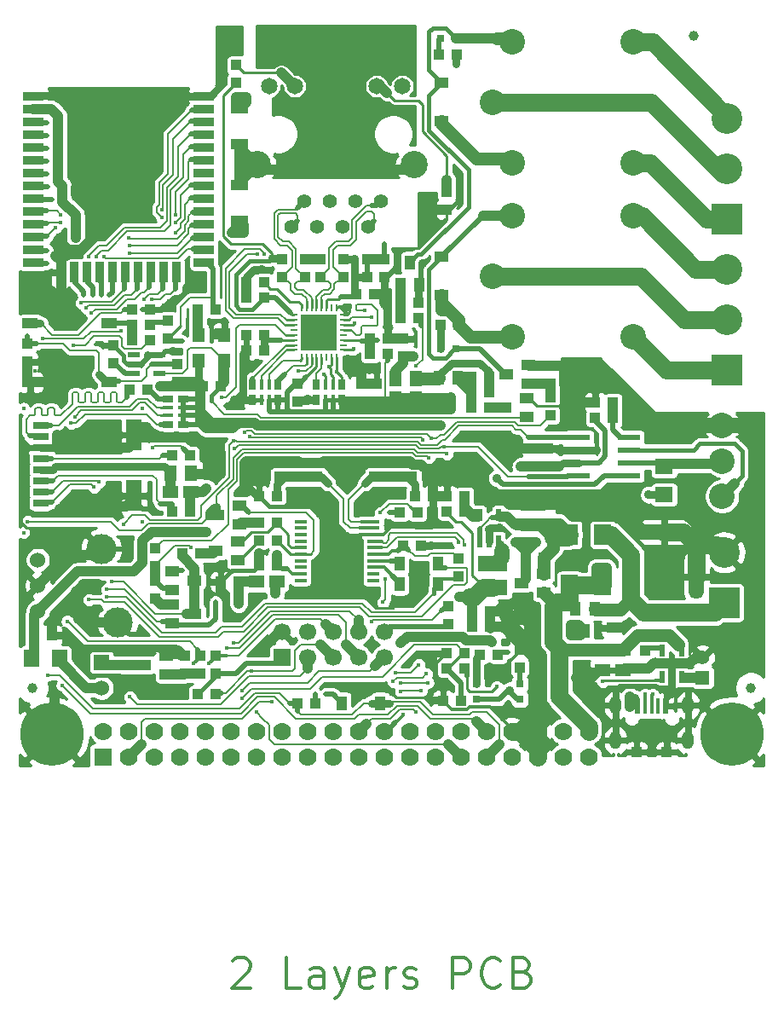
<source format=gbr>
G04 #@! TF.GenerationSoftware,KiCad,Pcbnew,5.1.5-52549c5~84~ubuntu18.04.1*
G04 #@! TF.CreationDate,2020-03-18T16:53:08+02:00*
G04 #@! TF.ProjectId,ESP32-EVB_Rev_I,45535033-322d-4455-9642-5f5265765f49,I*
G04 #@! TF.SameCoordinates,Original*
G04 #@! TF.FileFunction,Copper,L1,Top*
G04 #@! TF.FilePolarity,Positive*
%FSLAX46Y46*%
G04 Gerber Fmt 4.6, Leading zero omitted, Abs format (unit mm)*
G04 Created by KiCad (PCBNEW 5.1.5-52549c5~84~ubuntu18.04.1) date 2020-03-18 16:53:08*
%MOMM*%
%LPD*%
G04 APERTURE LIST*
%ADD10C,0.300000*%
%ADD11C,0.508000*%
%ADD12R,1.500000X3.100000*%
%ADD13C,0.400000*%
%ADD14R,1.500000X0.800000*%
%ADD15C,1.650000*%
%ADD16C,2.700000*%
%ADD17C,1.410000*%
%ADD18C,2.540000*%
%ADD19C,3.048000*%
%ADD20R,3.048000X3.048000*%
%ADD21C,1.700000*%
%ADD22R,1.700000X1.700000*%
%ADD23R,1.524000X1.524000*%
%ADD24C,1.524000*%
%ADD25C,3.000000*%
%ADD26R,1.524000X1.016000*%
%ADD27O,4.500000X1.500000*%
%ADD28O,1.500000X4.500000*%
%ADD29R,2.200000X0.600000*%
%ADD30R,1.200000X1.400000*%
%ADD31R,1.016000X1.016000*%
%ADD32R,0.500000X1.650000*%
%ADD33R,0.325000X1.650000*%
%ADD34R,1.100000X1.000000*%
%ADD35O,1.200000X1.800000*%
%ADD36R,1.400000X1.400000*%
%ADD37C,1.400000*%
%ADD38R,1.524000X1.270000*%
%ADD39C,1.000000*%
%ADD40R,1.778000X2.286000*%
%ADD41R,1.400000X1.000000*%
%ADD42R,1.524000X1.778000*%
%ADD43R,1.778000X1.524000*%
%ADD44R,4.826000X1.100000*%
%ADD45R,1.700000X2.000000*%
%ADD46R,1.778000X1.016000*%
%ADD47C,1.778000*%
%ADD48R,1.778000X1.778000*%
%ADD49C,1.200000*%
%ADD50C,6.300000*%
%ADD51R,0.800000X0.800000*%
%ADD52R,1.270000X1.524000*%
%ADD53R,3.600000X3.600000*%
%ADD54R,0.400000X0.400000*%
%ADD55R,1.422400X1.422400*%
%ADD56R,0.250000X0.800000*%
%ADD57R,0.800000X0.250000*%
%ADD58R,1.270000X0.325000*%
%ADD59C,1.300000*%
%ADD60C,2.000000*%
%ADD61R,5.000000X5.000000*%
%ADD62R,2.000000X0.900000*%
%ADD63R,0.900000X2.000000*%
%ADD64R,1.016000X0.381000*%
%ADD65R,1.016000X0.635000*%
%ADD66R,0.381000X1.016000*%
%ADD67R,0.635000X1.016000*%
%ADD68R,0.550000X1.200000*%
%ADD69R,1.000000X1.400000*%
%ADD70R,1.200000X0.550000*%
%ADD71R,3.000000X1.600000*%
%ADD72C,0.900000*%
%ADD73C,0.450000*%
%ADD74C,0.750000*%
%ADD75C,1.270000*%
%ADD76C,1.778000*%
%ADD77C,0.762000*%
%ADD78C,1.524000*%
%ADD79C,1.016000*%
%ADD80C,0.203200*%
%ADD81C,0.406400*%
%ADD82C,0.254000*%
%ADD83C,0.304800*%
%ADD84C,0.355600*%
G04 APERTURE END LIST*
D10*
X91386290Y-160440857D02*
X91529147Y-160298000D01*
X91814861Y-160155143D01*
X92529147Y-160155143D01*
X92814861Y-160298000D01*
X92957718Y-160440857D01*
X93100575Y-160726571D01*
X93100575Y-161012285D01*
X92957718Y-161440857D01*
X91243433Y-163155142D01*
X93100575Y-163155142D01*
X98100574Y-163155142D02*
X96672003Y-163155142D01*
X96672003Y-160155143D01*
X100386287Y-163155142D02*
X100386287Y-161583714D01*
X100243430Y-161298000D01*
X99957716Y-161155143D01*
X99386287Y-161155143D01*
X99100573Y-161298000D01*
X100386287Y-163012285D02*
X100100573Y-163155142D01*
X99386287Y-163155142D01*
X99100573Y-163012285D01*
X98957716Y-162726571D01*
X98957716Y-162440856D01*
X99100573Y-162155142D01*
X99386287Y-162012285D01*
X100100573Y-162012285D01*
X100386287Y-161869428D01*
X101529144Y-161155143D02*
X102243429Y-163155142D01*
X102957715Y-161155143D02*
X102243429Y-163155142D01*
X101957715Y-163869427D01*
X101814858Y-164012284D01*
X101529144Y-164155142D01*
X105243428Y-163012285D02*
X104957714Y-163155142D01*
X104386286Y-163155142D01*
X104100572Y-163012285D01*
X103957715Y-162726571D01*
X103957715Y-161583714D01*
X104100572Y-161298000D01*
X104386286Y-161155143D01*
X104957714Y-161155143D01*
X105243428Y-161298000D01*
X105386285Y-161583714D01*
X105386285Y-161869428D01*
X103957715Y-162155142D01*
X106671999Y-163155142D02*
X106671999Y-161155143D01*
X106671999Y-161726571D02*
X106814856Y-161440857D01*
X106957714Y-161298000D01*
X107243428Y-161155143D01*
X107529142Y-161155143D01*
X108386284Y-163012285D02*
X108671999Y-163155142D01*
X109243427Y-163155142D01*
X109529141Y-163012285D01*
X109671998Y-162726571D01*
X109671998Y-162583714D01*
X109529141Y-162297999D01*
X109243427Y-162155142D01*
X108814856Y-162155142D01*
X108529142Y-162012285D01*
X108386284Y-161726571D01*
X108386284Y-161583714D01*
X108529142Y-161298000D01*
X108814856Y-161155143D01*
X109243427Y-161155143D01*
X109529141Y-161298000D01*
X113243426Y-163155142D02*
X113243426Y-160155143D01*
X114386282Y-160155143D01*
X114671997Y-160298000D01*
X114814854Y-160440857D01*
X114957711Y-160726571D01*
X114957711Y-161155143D01*
X114814854Y-161440857D01*
X114671997Y-161583714D01*
X114386282Y-161726571D01*
X113243426Y-161726571D01*
X117957710Y-162869428D02*
X117814853Y-163012285D01*
X117386281Y-163155142D01*
X117100567Y-163155142D01*
X116671996Y-163012285D01*
X116386282Y-162726571D01*
X116243425Y-162440856D01*
X116100568Y-161869428D01*
X116100568Y-161440857D01*
X116243425Y-160869428D01*
X116386282Y-160583714D01*
X116671996Y-160298000D01*
X117100567Y-160155143D01*
X117386281Y-160155143D01*
X117814853Y-160298000D01*
X117957710Y-160440857D01*
X120243423Y-161583714D02*
X120671995Y-161726571D01*
X120814852Y-161869428D01*
X120957709Y-162155142D01*
X120957709Y-162583714D01*
X120814852Y-162869428D01*
X120671995Y-163012285D01*
X120386280Y-163155142D01*
X119243424Y-163155142D01*
X119243424Y-160155143D01*
X120243423Y-160155143D01*
X120529138Y-160298000D01*
X120671995Y-160440857D01*
X120814852Y-160726571D01*
X120814852Y-161012285D01*
X120671995Y-161298000D01*
X120529138Y-161440857D01*
X120243423Y-161583714D01*
X119243424Y-161583714D01*
D11*
X104775000Y-92194000D02*
X104775000Y-91194000D01*
D12*
X81577000Y-114275000D03*
X81577000Y-108215000D03*
D13*
X70607000Y-105585000D03*
X82407000Y-105585000D03*
X82407000Y-116855000D03*
X70607000Y-117945000D03*
D14*
X72327000Y-107275000D03*
X72327000Y-108375000D03*
X72327000Y-109475000D03*
X72327000Y-110575000D03*
X72327000Y-111675000D03*
X72327000Y-112775000D03*
X72327000Y-113875000D03*
X72327000Y-114975000D03*
D15*
X105670000Y-73610500D03*
X94990000Y-73610500D03*
D16*
X93800000Y-81409000D03*
X109400000Y-81409000D03*
D15*
X108210000Y-73610500D03*
X97530000Y-73610500D03*
D17*
X97165000Y-87599000D03*
X98435000Y-85059000D03*
X99705000Y-87599000D03*
X100975000Y-85059000D03*
X102245000Y-87599000D03*
X103515000Y-85059000D03*
X104785000Y-87599000D03*
X106055000Y-85059000D03*
D18*
X140000000Y-114315000D03*
X140000000Y-107315000D03*
X140000000Y-110815000D03*
D19*
X140500000Y-76774000D03*
D20*
X140500000Y-86774000D03*
D19*
X140500000Y-81774000D03*
X140500000Y-91774000D03*
D20*
X140500000Y-101774000D03*
D19*
X140500000Y-96774000D03*
D21*
X106426000Y-127762000D03*
X106426000Y-130302000D03*
X103886000Y-127762000D03*
X103886000Y-130302000D03*
X101346000Y-127762000D03*
X101346000Y-130302000D03*
X98806000Y-127762000D03*
X98806000Y-130302000D03*
X96266000Y-127762000D03*
D22*
X96266000Y-130302000D03*
D23*
X78359000Y-130810000D03*
D24*
X78359000Y-133350000D03*
D25*
X79909000Y-126840000D03*
X78309000Y-119540000D03*
D24*
X72009000Y-125730000D03*
X72009000Y-123190000D03*
X72009000Y-120650000D03*
D26*
X71247000Y-102997000D03*
X79121000Y-102997000D03*
X71247000Y-97155000D03*
X79121000Y-97155000D03*
D18*
X117176000Y-92456000D03*
X131176000Y-98456000D03*
X131176000Y-86456000D03*
X119176000Y-86456000D03*
X119176000Y-98456000D03*
X117176000Y-75184000D03*
X131176000Y-81184000D03*
X131176000Y-69184000D03*
X119176000Y-69184000D03*
X119176000Y-81184000D03*
D27*
X134237000Y-117869000D03*
D28*
X137437000Y-122319000D03*
X130937000Y-122319000D03*
D29*
X130770000Y-108458000D03*
X130770000Y-109728000D03*
X130770000Y-110998000D03*
X130770000Y-112268000D03*
X125770000Y-112268000D03*
X125770000Y-110998000D03*
X125770000Y-109728000D03*
X125770000Y-108458000D03*
D30*
X88011000Y-100838000D03*
X88011000Y-98298000D03*
X90551000Y-98298000D03*
X90551000Y-100838000D03*
D31*
X85344000Y-115824000D03*
X87122000Y-115824000D03*
D32*
X131612500Y-135153000D03*
D33*
X132350000Y-135153000D03*
X133000000Y-135153000D03*
X133650000Y-135153000D03*
D32*
X134387500Y-135153000D03*
D34*
X131500000Y-139703000D03*
X134500000Y-139703000D03*
D35*
X129400000Y-138553000D03*
X129400000Y-135083000D03*
X136600000Y-135083000D03*
X136600000Y-138553000D03*
D36*
X138046460Y-132326380D03*
D37*
X138043920Y-130314700D03*
D38*
X130175000Y-131572000D03*
X130175000Y-129540000D03*
D39*
X142875000Y-133350000D03*
D31*
X104775000Y-92583000D03*
X104775000Y-90805000D03*
D40*
X118854000Y-126746000D03*
X123208000Y-126746000D03*
D31*
X83693000Y-121285000D03*
X83693000Y-119507000D03*
X83693000Y-124460000D03*
X83693000Y-122682000D03*
D41*
X87587000Y-122682000D03*
X85387000Y-123632000D03*
X85387000Y-121732000D03*
X87587000Y-125984000D03*
X85387000Y-126934000D03*
X85387000Y-125034000D03*
D31*
X86360000Y-120015000D03*
X88138000Y-120015000D03*
D38*
X120142000Y-115062000D03*
X120142000Y-117094000D03*
X122174000Y-115062000D03*
X122174000Y-117094000D03*
D31*
X112649000Y-114300000D03*
X114427000Y-114300000D03*
X112649000Y-115824000D03*
X114427000Y-115824000D03*
X119888000Y-129540000D03*
X119888000Y-131318000D03*
X86614000Y-131953000D03*
X86614000Y-130175000D03*
X88138000Y-131953000D03*
X88138000Y-130175000D03*
X84963000Y-96901000D03*
X84963000Y-98679000D03*
D42*
X74168000Y-130429000D03*
X71374000Y-130429000D03*
D31*
X127381000Y-105029000D03*
X129159000Y-105029000D03*
X127381000Y-106553000D03*
X129159000Y-106553000D03*
D43*
X134239000Y-111379000D03*
X134239000Y-114173000D03*
D31*
X83185000Y-98806000D03*
X81407000Y-98806000D03*
X81407000Y-97282000D03*
X83185000Y-97282000D03*
X93980000Y-118745000D03*
X95758000Y-118745000D03*
X129032000Y-127381000D03*
X129032000Y-125603000D03*
D44*
X97917000Y-112395000D03*
X107315000Y-112395000D03*
D45*
X128143000Y-123150000D03*
X128143000Y-118150000D03*
D31*
X79502000Y-99314000D03*
X79502000Y-101092000D03*
X73406000Y-128143000D03*
X71628000Y-128143000D03*
X122682000Y-111379000D03*
X122682000Y-109601000D03*
X121158000Y-111379000D03*
X121158000Y-109601000D03*
X110109000Y-119253000D03*
X108331000Y-119253000D03*
X93980000Y-121158000D03*
X95758000Y-121158000D03*
X111252000Y-114300000D03*
X109474000Y-114300000D03*
X93980000Y-114300000D03*
X95758000Y-114300000D03*
D46*
X92075000Y-75819000D03*
X92075000Y-79375000D03*
X92075000Y-86995000D03*
X92075000Y-83439000D03*
D31*
X85344000Y-110236000D03*
X87122000Y-110236000D03*
D47*
X101346000Y-137668000D03*
X101346000Y-140208000D03*
X98806000Y-137668000D03*
X98806000Y-140208000D03*
X96266000Y-137668000D03*
X96266000Y-140208000D03*
X93726000Y-137668000D03*
X93726000Y-140208000D03*
X91186000Y-137668000D03*
X91186000Y-140208000D03*
X81026000Y-137668000D03*
X81026000Y-140208000D03*
X78486000Y-137668000D03*
D48*
X78486000Y-140208000D03*
D47*
X83566000Y-140208000D03*
X83566000Y-137668000D03*
X86106000Y-137668000D03*
X86106000Y-140208000D03*
X88646000Y-140208000D03*
X88646000Y-137668000D03*
X114046000Y-137668000D03*
X114046000Y-140208000D03*
X111506000Y-140208000D03*
X111506000Y-137668000D03*
X108966000Y-137668000D03*
X108966000Y-140208000D03*
X103886000Y-140208000D03*
X103886000Y-137668000D03*
X106426000Y-140208000D03*
X106426000Y-137668000D03*
X116586000Y-140208000D03*
X116586000Y-137668000D03*
X119126000Y-140208000D03*
X119126000Y-137668000D03*
X121666000Y-140208000D03*
X121666000Y-137668000D03*
X124206000Y-140208000D03*
X124206000Y-137668000D03*
X126746000Y-140208000D03*
X126746000Y-137668000D03*
D49*
X70993000Y-137922000D03*
X75819000Y-137922000D03*
X75057000Y-139573000D03*
X71755000Y-139700000D03*
X75057000Y-136271000D03*
X71755000Y-136271000D03*
X73406000Y-140335000D03*
X73406000Y-135509000D03*
D50*
X73406000Y-137922000D03*
D49*
X138557000Y-137922000D03*
X143383000Y-137922000D03*
X142621000Y-139573000D03*
X139319000Y-139700000D03*
X142621000Y-136271000D03*
X139319000Y-136271000D03*
X140970000Y-140335000D03*
X140970000Y-135509000D03*
D50*
X140970000Y-137922000D03*
D31*
X93980000Y-116967000D03*
X95758000Y-116967000D03*
X113792000Y-122301000D03*
X113792000Y-120523000D03*
X92710000Y-93091000D03*
X94488000Y-93091000D03*
X106807000Y-100203000D03*
X105029000Y-100203000D03*
X89662000Y-95758000D03*
X87884000Y-95758000D03*
X107950000Y-115951000D03*
X109728000Y-115951000D03*
X90170000Y-103378000D03*
X88392000Y-103378000D03*
X100076000Y-92583000D03*
X100076000Y-90805000D03*
X102362000Y-92583000D03*
X102362000Y-90805000D03*
X96266000Y-92583000D03*
X96266000Y-90805000D03*
X98552000Y-92583000D03*
X98552000Y-90805000D03*
X112649000Y-85852000D03*
X112649000Y-84074000D03*
X91694000Y-71501000D03*
X91694000Y-73279000D03*
X85852000Y-101219000D03*
X85852000Y-102997000D03*
X97790000Y-134874000D03*
X99568000Y-134874000D03*
X112776000Y-127000000D03*
X112776000Y-125222000D03*
X89662000Y-130175000D03*
X89662000Y-131953000D03*
X89662000Y-133985000D03*
X87884000Y-133985000D03*
X122301000Y-120396000D03*
X120523000Y-120396000D03*
X81153000Y-103759000D03*
X82931000Y-103759000D03*
X83185000Y-95758000D03*
X81407000Y-95758000D03*
X111887000Y-70485000D03*
X113665000Y-70485000D03*
X108077000Y-95123000D03*
X109855000Y-95123000D03*
X108077000Y-96647000D03*
X109855000Y-96647000D03*
X112014000Y-97282000D03*
X113792000Y-97282000D03*
X122936000Y-103124000D03*
X122936000Y-101346000D03*
X122936000Y-104521000D03*
X122936000Y-106299000D03*
D51*
X119888000Y-132969000D03*
X119888000Y-134493000D03*
D20*
X140208000Y-124895000D03*
D19*
X140208000Y-119895000D03*
D51*
X113538000Y-68834000D03*
X112014000Y-68834000D03*
X113538000Y-99695000D03*
X112014000Y-99695000D03*
D45*
X124841000Y-118150000D03*
X124841000Y-123150000D03*
D31*
X105029000Y-98679000D03*
X106807000Y-98679000D03*
X92710000Y-98298000D03*
X94488000Y-98298000D03*
X92710000Y-99822000D03*
X94488000Y-99822000D03*
X92710000Y-94615000D03*
X94488000Y-94615000D03*
X105410000Y-94234000D03*
X103632000Y-94234000D03*
X97790000Y-104902000D03*
X97790000Y-103124000D03*
X108331000Y-98679000D03*
X108331000Y-100457000D03*
X106426000Y-92583000D03*
X106426000Y-90805000D03*
D52*
X87249000Y-112014000D03*
X85217000Y-112014000D03*
D31*
X104140000Y-103124000D03*
X104140000Y-104902000D03*
X105664000Y-103124000D03*
X105664000Y-104902000D03*
X116967000Y-127254000D03*
X115189000Y-127254000D03*
X116967000Y-125730000D03*
X115189000Y-125730000D03*
X91948000Y-122809000D03*
X90170000Y-122809000D03*
D38*
X128143000Y-131572000D03*
X128143000Y-129540000D03*
D53*
X99949000Y-98044000D03*
D54*
X101249000Y-97544000D03*
X101249000Y-98544000D03*
X100449000Y-99344000D03*
X99449000Y-99344000D03*
X98649000Y-98544000D03*
X98649000Y-97544000D03*
X99449000Y-96744000D03*
X100449000Y-96744000D03*
D55*
X99949000Y-98044000D03*
D56*
X98199000Y-95594000D03*
X98699000Y-95594000D03*
X99199000Y-95594000D03*
X99699000Y-95594000D03*
X100199000Y-95594000D03*
X100699000Y-95594000D03*
X101199000Y-95594000D03*
X101699000Y-95594000D03*
D57*
X102399000Y-96294000D03*
X102399000Y-96794000D03*
X102399000Y-97294000D03*
X102399000Y-97794000D03*
X102399000Y-98294000D03*
X102399000Y-98794000D03*
X102399000Y-99294000D03*
X102399000Y-99794000D03*
D56*
X101699000Y-100494000D03*
X101199000Y-100494000D03*
X100699000Y-100494000D03*
X100199000Y-100494000D03*
X99699000Y-100494000D03*
X99199000Y-100494000D03*
X98699000Y-100494000D03*
X98199000Y-100494000D03*
D57*
X97499000Y-99794000D03*
X97499000Y-99294000D03*
X97499000Y-98794000D03*
X97499000Y-98294000D03*
X97499000Y-97794000D03*
X97499000Y-97294000D03*
X97499000Y-96794000D03*
X97499000Y-96294000D03*
D58*
X105346500Y-122686000D03*
X105346500Y-122036000D03*
X105346500Y-121386000D03*
X105346500Y-120736000D03*
X105346500Y-120086000D03*
X105346500Y-119436000D03*
X105346500Y-118786000D03*
X105346500Y-118136000D03*
X105346500Y-117486000D03*
X105346500Y-116836000D03*
X98107500Y-116836000D03*
X98107500Y-117486000D03*
X98107500Y-118136000D03*
X98107500Y-118786000D03*
X98107500Y-119436000D03*
X98107500Y-120086000D03*
X98107500Y-120736000D03*
X98107500Y-121386000D03*
X98107500Y-122036000D03*
X98107500Y-122686000D03*
D39*
X71501000Y-133350000D03*
X137160000Y-68580000D03*
D59*
X77210000Y-83883000D03*
D60*
X79010000Y-82083000D03*
D61*
X79010000Y-82083000D03*
D62*
X88510000Y-74573000D03*
X88510000Y-75843000D03*
X88510000Y-77113000D03*
X88510000Y-78383000D03*
X88510000Y-79653000D03*
X88510000Y-80923000D03*
X88510000Y-82193000D03*
X88510000Y-83463000D03*
X88510000Y-84733000D03*
X88510000Y-86003000D03*
X88510000Y-87273000D03*
X88510000Y-88543000D03*
X88510000Y-89813000D03*
X88510000Y-91083000D03*
D63*
X85740000Y-92083000D03*
X84470000Y-92083000D03*
X83200000Y-92083000D03*
X81930000Y-92083000D03*
X80660000Y-92083000D03*
X79390000Y-92083000D03*
X78120000Y-92083000D03*
X76850000Y-92083000D03*
X75580000Y-92083000D03*
X74310000Y-92083000D03*
D62*
X71510000Y-91083000D03*
X71510000Y-89813000D03*
X71510000Y-88543000D03*
X71510000Y-87273000D03*
X71510000Y-86003000D03*
X71510000Y-84733000D03*
X71510000Y-83463000D03*
X71510000Y-82193000D03*
X71510000Y-80923000D03*
X71510000Y-79653000D03*
X71510000Y-78383000D03*
X71510000Y-77113000D03*
X71510000Y-75843000D03*
X71510000Y-74573000D03*
D59*
X80810000Y-83883000D03*
X77210000Y-80283000D03*
X80810000Y-80283000D03*
X79010000Y-80283000D03*
X79010000Y-83883000D03*
X77210000Y-82083000D03*
X80810000Y-82083000D03*
D64*
X84963000Y-106299000D03*
X84963000Y-105537000D03*
X86487000Y-106299000D03*
X86487000Y-105537000D03*
D65*
X84963000Y-107188000D03*
X86487000Y-107188000D03*
X84963000Y-104648000D03*
X86487000Y-104648000D03*
D66*
X94996000Y-104775000D03*
X94234000Y-104775000D03*
X94996000Y-103251000D03*
X94234000Y-103251000D03*
D67*
X95885000Y-104775000D03*
X95885000Y-103251000D03*
X93345000Y-104775000D03*
X93345000Y-103251000D03*
D66*
X100584000Y-103251000D03*
X101346000Y-103251000D03*
X100584000Y-104775000D03*
X101346000Y-104775000D03*
D67*
X99695000Y-103251000D03*
X99695000Y-104775000D03*
X102235000Y-103251000D03*
X102235000Y-104775000D03*
D68*
X115890000Y-118775000D03*
X116840000Y-118775000D03*
X117790000Y-118775000D03*
X115890000Y-116175000D03*
X117790000Y-116175000D03*
D41*
X120741440Y-103184960D03*
X120741440Y-101282500D03*
X118531640Y-102237540D03*
X92039440Y-117154960D03*
X92039440Y-115252500D03*
X89829640Y-116207540D03*
X91912440Y-120710960D03*
X91912440Y-118808500D03*
X89702640Y-119763540D03*
X84800440Y-132013960D03*
X84800440Y-130111500D03*
X82590640Y-131066540D03*
D69*
X108016040Y-93309440D03*
X109918500Y-93309440D03*
X108963460Y-91099640D03*
D41*
X112141000Y-73284000D03*
X112141000Y-77084000D03*
X112141000Y-90556000D03*
X112141000Y-94356000D03*
D69*
X106040000Y-134874000D03*
X102240000Y-134874000D03*
X127314960Y-125511560D03*
X125412500Y-125511560D03*
X126367540Y-127721360D03*
D41*
X122265440Y-123885960D03*
X122265440Y-121983500D03*
X120055640Y-122938540D03*
D70*
X84104000Y-102169000D03*
X84104000Y-101219000D03*
X84104000Y-100269000D03*
X81504000Y-102169000D03*
X81504000Y-100269000D03*
D38*
X87249000Y-113919000D03*
X85217000Y-113919000D03*
D52*
X107569000Y-104648000D03*
X107569000Y-102616000D03*
D38*
X95758000Y-122809000D03*
X93726000Y-122809000D03*
D71*
X117221000Y-123374000D03*
X117221000Y-120974000D03*
D31*
X115062000Y-102489000D03*
X116840000Y-102489000D03*
D69*
X113725960Y-102524560D03*
X111823500Y-102524560D03*
X112778540Y-104734360D03*
D41*
X120614440Y-106486960D03*
X120614440Y-104584500D03*
X118404640Y-105539540D03*
D52*
X109601000Y-102616000D03*
X109601000Y-104648000D03*
D31*
X115062000Y-105537000D03*
X116840000Y-105537000D03*
X115062000Y-104013000D03*
X116840000Y-104013000D03*
D51*
X115570000Y-132969000D03*
X115570000Y-134493000D03*
D31*
X115951000Y-130048000D03*
X117729000Y-130048000D03*
D68*
X134051000Y-132237000D03*
X135001000Y-132237000D03*
X135951000Y-132237000D03*
X134051000Y-129637000D03*
X135951000Y-129637000D03*
D31*
X132334000Y-129667000D03*
X132334000Y-131445000D03*
X112268000Y-134620000D03*
X114046000Y-134620000D03*
D69*
X111755000Y-123063000D03*
X107955000Y-123063000D03*
X107955000Y-121031000D03*
X111755000Y-121031000D03*
D31*
X112649000Y-131445000D03*
X114427000Y-131445000D03*
X112649000Y-129921000D03*
X114427000Y-129921000D03*
X70993000Y-99187000D03*
X70993000Y-100965000D03*
D72*
X124460000Y-134366000D03*
X128524000Y-121412000D03*
X127508000Y-121412000D03*
D73*
X113538000Y-71374000D03*
D72*
X112141000Y-95758000D03*
X113030000Y-78232000D03*
X118872000Y-133604000D03*
X107823000Y-110871000D03*
X105537000Y-110871000D03*
X103632000Y-110871000D03*
D73*
X79756000Y-132080000D03*
X72644000Y-118745000D03*
X71755000Y-101854000D03*
X71755000Y-117856000D03*
D72*
X135001000Y-133985000D03*
X73914000Y-94361000D03*
X73914000Y-95631000D03*
X75819000Y-124460000D03*
X127508000Y-109728000D03*
D73*
X104902000Y-129032000D03*
D72*
X128524000Y-103251000D03*
X131572000Y-107061000D03*
X135382000Y-107061000D03*
X133985000Y-108458000D03*
X124333000Y-106680000D03*
X124333000Y-103251000D03*
X126111000Y-101346000D03*
X91059000Y-69469000D03*
X91059000Y-68199000D03*
X85979000Y-76073000D03*
X83185000Y-76073000D03*
X80391000Y-76073000D03*
X77089000Y-76073000D03*
X75819000Y-83693000D03*
X75565000Y-81280000D03*
X75565000Y-78105000D03*
X75565000Y-74295000D03*
X78740000Y-74295000D03*
X78740000Y-78105000D03*
X81915000Y-78105000D03*
X81915000Y-74295000D03*
X84455000Y-74295000D03*
X90551000Y-124079000D03*
X103632000Y-121158000D03*
X101092000Y-121158000D03*
X102362000Y-119761000D03*
X101092000Y-118491000D03*
X101092000Y-116967000D03*
X99949000Y-114173000D03*
X97536000Y-114173000D03*
X106172000Y-114173000D03*
X107950000Y-114173000D03*
X102743000Y-112649000D03*
X97917000Y-110871000D03*
X100457000Y-110871000D03*
X101219000Y-115443000D03*
X121666000Y-130556000D03*
X121666000Y-131572000D03*
X121666000Y-132588000D03*
X104902000Y-115443000D03*
X73914000Y-108204000D03*
D73*
X86868000Y-96774000D03*
D72*
X85471000Y-99949000D03*
X74168000Y-115570000D03*
X77978000Y-123063000D03*
X76200000Y-123444000D03*
X86360000Y-108458000D03*
X92583000Y-110998000D03*
X92583000Y-112014000D03*
X92583000Y-113030000D03*
X90170000Y-109982000D03*
X90170000Y-111125000D03*
X74168000Y-120142000D03*
X74168000Y-119126000D03*
X75184000Y-115570000D03*
X82804000Y-107442000D03*
X82804000Y-108458000D03*
X73914000Y-104394000D03*
X74803000Y-90424000D03*
X103124000Y-101981000D03*
X120396000Y-126111000D03*
X130175000Y-127381000D03*
X118237000Y-114427000D03*
X117094000Y-114427000D03*
X115951000Y-114427000D03*
X126111000Y-105029000D03*
X117475000Y-109601000D03*
X106426000Y-95123000D03*
X111506000Y-85852000D03*
D73*
X111379000Y-88138000D03*
D72*
X91567000Y-104775000D03*
X91694000Y-74676000D03*
X92710000Y-74676000D03*
X92456000Y-88138000D03*
X94234000Y-91821000D03*
X110236000Y-91186000D03*
X106426000Y-94107000D03*
D73*
X102362000Y-95504000D03*
X102997000Y-95758000D03*
D72*
X98806000Y-104648000D03*
X117856000Y-117475000D03*
X116840000Y-117602000D03*
X118364000Y-125095000D03*
X119380000Y-125095000D03*
X120396000Y-125095000D03*
X103632000Y-118491000D03*
X76200000Y-115570000D03*
X93980000Y-120015000D03*
X74168000Y-118110000D03*
X90170000Y-112141000D03*
D73*
X86233000Y-94615000D03*
D72*
X123825000Y-109728000D03*
X73914000Y-109474000D03*
X73533000Y-126873000D03*
X102806500Y-100774490D03*
D73*
X89662000Y-97853500D03*
X89662000Y-98488500D03*
D72*
X91313000Y-88138000D03*
X73914000Y-100838000D03*
X135636000Y-130937000D03*
X134620000Y-130937000D03*
X126746000Y-132334000D03*
X125476000Y-132334000D03*
X111125000Y-119253000D03*
X111125000Y-117221000D03*
X102362000Y-122174000D03*
X97409000Y-123952000D03*
X73279000Y-74549000D03*
X86741000Y-74549000D03*
X83947000Y-78105000D03*
X83947000Y-79883000D03*
X83439000Y-82042000D03*
X83185000Y-83947000D03*
X73787000Y-90424000D03*
D73*
X81407000Y-101219000D03*
X82423000Y-95758000D03*
X91313000Y-90043000D03*
X107188000Y-133858000D03*
D72*
X73914000Y-102997008D03*
D73*
X72513421Y-99822012D03*
D72*
X121539000Y-118872000D03*
X119507000Y-118872000D03*
X120523000Y-118872000D03*
D73*
X117602000Y-133223000D03*
X93726000Y-135763000D03*
X80264000Y-97917000D03*
X72898000Y-81026000D03*
X72517000Y-98679000D03*
D72*
X91948000Y-124968000D03*
D73*
X99568000Y-133985000D03*
X105156000Y-126746000D03*
D72*
X88773016Y-117856000D03*
X84201000Y-103378000D03*
X95631000Y-123952000D03*
X88773000Y-106553000D03*
X88773000Y-107569000D03*
X114935000Y-124333000D03*
X113919000Y-124333000D03*
X88773000Y-113538000D03*
D73*
X84074000Y-97028000D03*
D72*
X117602000Y-112522000D03*
X110744000Y-102616000D03*
X112014000Y-107315000D03*
X110743994Y-107315000D03*
X75742800Y-88646000D03*
D73*
X106426000Y-89281000D03*
X105791000Y-98806000D03*
X110871000Y-110482834D03*
X78867000Y-124333000D03*
X77851000Y-90551000D03*
X100584000Y-133985000D03*
X70993000Y-116840000D03*
X112649000Y-110109000D03*
X72898000Y-77216000D03*
X70993000Y-98425000D03*
X108331000Y-136017000D03*
X97917000Y-101854000D03*
X100457000Y-102235000D03*
X74295000Y-86360000D03*
X85725000Y-87122000D03*
X103505000Y-97155000D03*
X107315000Y-132715000D03*
X110617000Y-131953000D03*
X74295000Y-87122000D03*
X96520000Y-102235000D03*
X73406000Y-84836000D03*
X109601004Y-101346000D03*
X93066545Y-108355456D03*
X110257913Y-108690079D03*
X73025000Y-83566000D03*
X92583000Y-107950000D03*
X111124960Y-108585000D03*
X77470000Y-94361000D03*
X77343000Y-96139000D03*
X76327000Y-95123000D03*
X76835000Y-95631000D03*
X77089000Y-124587000D03*
X77089000Y-90551000D03*
X78359000Y-94361000D03*
X79121000Y-94361000D03*
D74*
X95250000Y-90678000D03*
D72*
X103505000Y-90805000D03*
D73*
X99314000Y-90805000D03*
D72*
X109347000Y-100456994D03*
D73*
X105156000Y-96520000D03*
X84328000Y-85852000D03*
X109601000Y-135763000D03*
X104521000Y-95885000D03*
X85725000Y-86360000D03*
X108077000Y-132842000D03*
X110744000Y-132842000D03*
X94488000Y-90297000D03*
X93853000Y-90297000D03*
D72*
X103505000Y-68580000D03*
X106680000Y-68580000D03*
X99695000Y-68580000D03*
X96520000Y-68580000D03*
X97790000Y-70485000D03*
X95250000Y-70485000D03*
X105410000Y-70485000D03*
X107950000Y-70485000D03*
X103505000Y-72390000D03*
X99695000Y-72390000D03*
X97155000Y-75565000D03*
X99695000Y-76200000D03*
X103505000Y-76200000D03*
X106045000Y-75565000D03*
X101600000Y-78105000D03*
X101600000Y-74295000D03*
X101600000Y-70485000D03*
X99695000Y-80010000D03*
X103505000Y-80010000D03*
X105410000Y-81915000D03*
X97790000Y-81915000D03*
X101600000Y-81915000D03*
X132715000Y-114173000D03*
D73*
X73025000Y-132080000D03*
X72898000Y-78486000D03*
X74422000Y-133096000D03*
X72898000Y-79756000D03*
X84328000Y-86614000D03*
X103378000Y-99695000D03*
X108077000Y-133731000D03*
X110109000Y-133604000D03*
X100965000Y-101473000D03*
X73787000Y-87630000D03*
X112395000Y-109401457D03*
X91567000Y-109601000D03*
X72898000Y-82296000D03*
X91440000Y-108839000D03*
X80518000Y-117094000D03*
X81026000Y-88646000D03*
X81153000Y-134239000D03*
X78613000Y-90551000D03*
X78867000Y-123571000D03*
X86360000Y-98933000D03*
X89662000Y-124841000D03*
X90297000Y-104521000D03*
X95250000Y-134747000D03*
X83820000Y-104521000D03*
X83312000Y-94742000D03*
X91440000Y-128905000D03*
X86360000Y-121666000D03*
X74930000Y-126746000D03*
X87503000Y-130937000D03*
X72898000Y-91186000D03*
X76581000Y-94361000D03*
X89027000Y-130937000D03*
X83439000Y-109474000D03*
X92329000Y-133604000D03*
X72898000Y-89916000D03*
X82550000Y-94742000D03*
X90805000Y-129413000D03*
X85344000Y-115062000D03*
X93218000Y-131699000D03*
X81153000Y-90170000D03*
X81153000Y-89408000D03*
X101727000Y-101981000D03*
X107569000Y-131826000D03*
X109855000Y-131064000D03*
X85725000Y-88138000D03*
D72*
X124968000Y-128143000D03*
X124968000Y-127127000D03*
X130810000Y-135255000D03*
X130810000Y-134239000D03*
X117094000Y-128778000D03*
X108077000Y-128905000D03*
X95758000Y-120142000D03*
D73*
X106045000Y-115951000D03*
X106553000Y-122555000D03*
X106299000Y-124841000D03*
X75311000Y-107061000D03*
X77597000Y-113411000D03*
X75692000Y-106426000D03*
X78105000Y-112903000D03*
X133096000Y-133985000D03*
X113792000Y-118872000D03*
X132334000Y-133985000D03*
X114398614Y-119154386D03*
X87249004Y-119376258D03*
X89241828Y-104862828D03*
D72*
X120015000Y-111379000D03*
D73*
X79375000Y-122809000D03*
X75565000Y-99314000D03*
X128143000Y-132715000D03*
X118745000Y-129794000D03*
X80264000Y-97155000D03*
X92329000Y-134366000D03*
X107061000Y-120777000D03*
X106934000Y-115951000D03*
D75*
X123825000Y-129540000D02*
X128143000Y-129540000D01*
D76*
X123825000Y-134239000D02*
X123825000Y-129540000D01*
X123825000Y-129540000D02*
X123825000Y-129413000D01*
X123208000Y-126746000D02*
X123208000Y-128796000D01*
X123208000Y-128796000D02*
X123825000Y-129413000D01*
D77*
X125412500Y-125511560D02*
X125412500Y-125412500D01*
X125412500Y-125412500D02*
X124841000Y-124841000D01*
D75*
X122265440Y-123885960D02*
X123208000Y-124828520D01*
D78*
X123208000Y-124828520D02*
X123208000Y-125204000D01*
D76*
X123208000Y-126746000D02*
X123208000Y-125204000D01*
X123208000Y-125204000D02*
X123571000Y-124841000D01*
X123571000Y-124841000D02*
X124841000Y-124841000D01*
X124841000Y-123150000D02*
X124841000Y-124841000D01*
D79*
X128143000Y-123150000D02*
X127508000Y-122515000D01*
X127508000Y-122515000D02*
X127508000Y-121412000D01*
X128143000Y-123150000D02*
X128524000Y-122769000D01*
X128524000Y-122769000D02*
X128524000Y-121412000D01*
X127508000Y-121412000D02*
X128524000Y-121412000D01*
D76*
X124841000Y-123150000D02*
X128143000Y-123150000D01*
D75*
X112141000Y-77084000D02*
X112141000Y-77343000D01*
X112141000Y-77343000D02*
X113030000Y-78232000D01*
D77*
X113665000Y-70485000D02*
X113538000Y-70612000D01*
X113538000Y-70612000D02*
X113538000Y-71374000D01*
D75*
X112141000Y-94356000D02*
X112141000Y-95758000D01*
X119176000Y-81184000D02*
X118764000Y-80772000D01*
X118764000Y-80772000D02*
X115570000Y-80772000D01*
X113030000Y-78232000D02*
X115570000Y-80772000D01*
X112776000Y-95758000D02*
X112141000Y-95758000D01*
X113792000Y-97282000D02*
X113792000Y-96774000D01*
X112141000Y-95123000D02*
X113538000Y-96520000D01*
X113538000Y-96520000D02*
X112776000Y-95758000D01*
X112141000Y-94356000D02*
X112141000Y-95123000D01*
X113792000Y-96774000D02*
X113538000Y-96520000D01*
X114966000Y-98456000D02*
X119176000Y-98456000D01*
X113792000Y-97282000D02*
X114966000Y-98456000D01*
X130175000Y-129540000D02*
X131572000Y-128143000D01*
X131572000Y-128143000D02*
X134747000Y-128143000D01*
X134747000Y-128143000D02*
X135636000Y-129032000D01*
D11*
X135636000Y-129032000D02*
X135951000Y-129347000D01*
X135951000Y-129347000D02*
X135951000Y-129637000D01*
D75*
X130175000Y-129540000D02*
X128143000Y-129540000D01*
D76*
X126746000Y-137160000D02*
X126746000Y-137668000D01*
X123825000Y-134239000D02*
X126746000Y-137160000D01*
D11*
X119634000Y-134493000D02*
X119888000Y-134493000D01*
X118872000Y-133731000D02*
X119634000Y-134493000D01*
X118872000Y-133604000D02*
X118872000Y-133731000D01*
X117839562Y-134493000D02*
X115570000Y-134493000D01*
X118728562Y-133604000D02*
X117839562Y-134493000D01*
X118872000Y-133604000D02*
X118728562Y-133604000D01*
X78309000Y-119540000D02*
X80424000Y-119540000D01*
X80424000Y-119540000D02*
X80899000Y-120015000D01*
D79*
X103632000Y-110871000D02*
X105537000Y-110871000D01*
X105537000Y-110871000D02*
X107823000Y-110871000D01*
X100457000Y-110871000D02*
X103632000Y-110871000D01*
D11*
X79909000Y-126840000D02*
X81085000Y-128016000D01*
X81085000Y-128016000D02*
X82550000Y-128016000D01*
D80*
X72644000Y-118745000D02*
X72644000Y-117856000D01*
X72644000Y-117856000D02*
X72644000Y-117983000D01*
X72644000Y-117983000D02*
X72644000Y-117856000D01*
D11*
X74168000Y-118110000D02*
X73914000Y-117856000D01*
X73914000Y-117856000D02*
X72644000Y-117856000D01*
X72644000Y-117856000D02*
X71755000Y-117856000D01*
X130175000Y-131572000D02*
X130175000Y-131749800D01*
D79*
X78309000Y-119540000D02*
X77707000Y-120142000D01*
X77707000Y-120142000D02*
X74168000Y-120142000D01*
X79909000Y-126840000D02*
X76929000Y-126840000D01*
X76929000Y-126840000D02*
X75819000Y-125730000D01*
X75819000Y-125730000D02*
X75819000Y-124460000D01*
X73914000Y-95631000D02*
X73914000Y-94361000D01*
X74056000Y-94219000D02*
X73914000Y-94361000D01*
D81*
X75819000Y-129413000D02*
X75819000Y-130810000D01*
X75819000Y-130810000D02*
X77089000Y-132080000D01*
X77089000Y-132080000D02*
X79756000Y-132080000D01*
X79756000Y-132080000D02*
X80137000Y-132080000D01*
X80137000Y-132080000D02*
X80772000Y-132715000D01*
D77*
X75819000Y-129413000D02*
X74549000Y-128143000D01*
X74549000Y-128143000D02*
X73406000Y-128143000D01*
D79*
X73406000Y-128143000D02*
X73406000Y-127000000D01*
X73406000Y-127000000D02*
X73533000Y-126873000D01*
X96266000Y-127762000D02*
X96012000Y-127762000D01*
X96012000Y-127762000D02*
X94488000Y-129286000D01*
X76200000Y-123444000D02*
X75819000Y-123825000D01*
X75819000Y-123825000D02*
X75819000Y-124460000D01*
D77*
X125770000Y-109728000D02*
X127508000Y-109728000D01*
D11*
X81577000Y-114275000D02*
X81577000Y-114724000D01*
X81577000Y-114724000D02*
X82423000Y-115570000D01*
X82423000Y-115570000D02*
X83058000Y-115570000D01*
D79*
X124333000Y-103251000D02*
X128524000Y-103251000D01*
X131572000Y-107061000D02*
X135382000Y-107061000D01*
X133985000Y-108458000D02*
X135763000Y-108458000D01*
X135763000Y-108458000D02*
X136906000Y-107315000D01*
X124333000Y-101346000D02*
X124333000Y-103251000D01*
X124333000Y-101346000D02*
X126111000Y-101346000D01*
X91059000Y-68199000D02*
X91059000Y-69469000D01*
X84455000Y-76073000D02*
X85979000Y-76073000D01*
X83185000Y-76073000D02*
X80391000Y-76073000D01*
X77089000Y-76073000D02*
X75565000Y-76073000D01*
X75565000Y-76073000D02*
X75692000Y-76073000D01*
X75692000Y-76073000D02*
X75565000Y-76073000D01*
X76327000Y-84836000D02*
X75819000Y-84328000D01*
X75819000Y-84328000D02*
X75819000Y-83693000D01*
X76073000Y-82296000D02*
X75565000Y-81788000D01*
X75565000Y-81788000D02*
X75565000Y-81280000D01*
X75565000Y-78105000D02*
X75565000Y-76073000D01*
X75565000Y-76073000D02*
X75565000Y-74295000D01*
X78740000Y-74295000D02*
X78740000Y-78105000D01*
X81915000Y-78105000D02*
X81915000Y-74295000D01*
X84455000Y-74295000D02*
X84455000Y-76073000D01*
X90170000Y-122809000D02*
X90170000Y-123698000D01*
X90170000Y-123698000D02*
X90551000Y-124079000D01*
X103632000Y-121158000D02*
X101092000Y-121158000D01*
X102362000Y-119761000D02*
X101092000Y-118491000D01*
X101092000Y-116967000D02*
X101219000Y-116840000D01*
X101219000Y-116840000D02*
X101219000Y-115443000D01*
X99949000Y-114173000D02*
X97536000Y-114173000D01*
X106172000Y-114173000D02*
X107950000Y-114173000D01*
D81*
X93980000Y-114300000D02*
X94996000Y-115316000D01*
X94996000Y-115316000D02*
X99568000Y-115316000D01*
D78*
X140000000Y-107315000D02*
X141859000Y-107315000D01*
X141859000Y-107315000D02*
X142621000Y-108077000D01*
X140000000Y-107315000D02*
X136906000Y-107315000D01*
D77*
X90297000Y-70231000D02*
X91059000Y-69469000D01*
D79*
X80281000Y-82346000D02*
X77791000Y-84836000D01*
X77791000Y-84836000D02*
X76327000Y-84836000D01*
X80281000Y-82346000D02*
X80231000Y-82296000D01*
X80231000Y-82296000D02*
X76073000Y-82296000D01*
X80281000Y-82346000D02*
X77945000Y-80010000D01*
X77945000Y-80010000D02*
X75946000Y-80010000D01*
X80281000Y-82346000D02*
X77724000Y-79789000D01*
X77724000Y-79789000D02*
X77724000Y-77851000D01*
X80281000Y-82346000D02*
X82804000Y-79823000D01*
X82804000Y-79823000D02*
X82804000Y-77851000D01*
X80281000Y-82346000D02*
X80264000Y-82329000D01*
X80264000Y-82329000D02*
X80264000Y-77978000D01*
X73406000Y-137922000D02*
X73660000Y-137668000D01*
X73660000Y-137668000D02*
X73660000Y-133858000D01*
D81*
X93980000Y-121158000D02*
X93472000Y-121666000D01*
X93472000Y-121666000D02*
X91313000Y-121666000D01*
X91313000Y-121666000D02*
X90170000Y-122809000D01*
D77*
X93980000Y-114300000D02*
X93853000Y-114300000D01*
X93853000Y-114300000D02*
X92583000Y-113030000D01*
D79*
X76200000Y-115570000D02*
X75184000Y-115570000D01*
X80772000Y-115316000D02*
X76454000Y-115316000D01*
X76454000Y-115316000D02*
X76200000Y-115570000D01*
X73914000Y-108204000D02*
X73914000Y-109474000D01*
D11*
X84104000Y-100269000D02*
X83246000Y-100269000D01*
D81*
X80518000Y-100330000D02*
X80518000Y-100838000D01*
X80518000Y-100838000D02*
X80899000Y-101219000D01*
X80518000Y-100330000D02*
X79502000Y-99314000D01*
X82296000Y-101219000D02*
X80899000Y-101219000D01*
D11*
X83246000Y-100269000D02*
X82296000Y-101219000D01*
X84104000Y-100269000D02*
X84389000Y-100269000D01*
X84389000Y-100269000D02*
X84709000Y-99949000D01*
X84709000Y-99949000D02*
X85471000Y-99949000D01*
D79*
X75184000Y-115570000D02*
X74168000Y-115570000D01*
X76200000Y-123444000D02*
X76581000Y-123063000D01*
X76581000Y-123063000D02*
X77978000Y-123063000D01*
X81577000Y-114511000D02*
X80772000Y-115316000D01*
X80772000Y-115316000D02*
X80772000Y-115316000D01*
X81577000Y-114275000D02*
X81577000Y-114511000D01*
X92583000Y-112014000D02*
X92583000Y-110998000D01*
X92583000Y-112014000D02*
X92583000Y-113030000D01*
X87757000Y-108458000D02*
X89281000Y-109982000D01*
X86360000Y-108458000D02*
X87757000Y-108458000D01*
X89281000Y-109982000D02*
X90170000Y-109982000D01*
D77*
X92329000Y-104775000D02*
X91567000Y-104775000D01*
D79*
X82804000Y-108458000D02*
X86360000Y-108458000D01*
X87249000Y-112014000D02*
X87376000Y-112141000D01*
X87376000Y-112141000D02*
X90170000Y-112141000D01*
X90170000Y-111125000D02*
X90170000Y-109982000D01*
X72009000Y-123190000D02*
X74168000Y-121031000D01*
X74168000Y-120142000D02*
X74168000Y-119126000D01*
X74168000Y-120142000D02*
X74168000Y-121031000D01*
X74168000Y-119126000D02*
X74168000Y-118110000D01*
D11*
X86233000Y-94615000D02*
X86741000Y-94107000D01*
D79*
X81577000Y-108215000D02*
X82350000Y-107442000D01*
X82350000Y-107442000D02*
X82804000Y-107442000D01*
X82804000Y-108458000D02*
X82804000Y-107442000D01*
D77*
X72327000Y-109475000D02*
X72328000Y-109474000D01*
X72328000Y-109474000D02*
X73914000Y-109474000D01*
D79*
X104140000Y-103124000D02*
X104140000Y-101981000D01*
X104140000Y-101981000D02*
X103124000Y-101981000D01*
D11*
X92710000Y-99822000D02*
X92710000Y-98298000D01*
X99695000Y-104775000D02*
X99568000Y-104648000D01*
X99568000Y-104648000D02*
X98806000Y-104648000D01*
X97790000Y-104902000D02*
X98044000Y-104648000D01*
X98044000Y-104648000D02*
X98806000Y-104648000D01*
X105918000Y-102870000D02*
X105664000Y-103124000D01*
D79*
X105664000Y-103124000D02*
X104140000Y-103124000D01*
D81*
X94234000Y-104775000D02*
X93345000Y-104775000D01*
D77*
X111125000Y-117221000D02*
X111125000Y-117094000D01*
X111125000Y-117094000D02*
X111125000Y-117221000D01*
D79*
X112649000Y-114300000D02*
X111252000Y-114300000D01*
X119888000Y-129540000D02*
X119888000Y-129159000D01*
X119888000Y-129159000D02*
X120269000Y-128778000D01*
D76*
X120269000Y-128778000D02*
X118854000Y-127363000D01*
X118854000Y-127363000D02*
X118854000Y-126746000D01*
D79*
X116967000Y-125730000D02*
X117729000Y-125730000D01*
X117729000Y-125730000D02*
X118364000Y-125095000D01*
X118854000Y-126746000D02*
X119489000Y-126111000D01*
X119489000Y-126111000D02*
X120396000Y-126111000D01*
X120396000Y-125095000D02*
X120396000Y-126111000D01*
D76*
X121666000Y-137668000D02*
X121666000Y-140208000D01*
X119126000Y-137668000D02*
X121666000Y-137668000D01*
D79*
X130175000Y-127381000D02*
X129032000Y-127381000D01*
X117094000Y-114427000D02*
X115951000Y-114427000D01*
D77*
X116840000Y-117602000D02*
X116967000Y-117475000D01*
X116967000Y-117475000D02*
X117856000Y-117475000D01*
D79*
X127381000Y-105029000D02*
X126111000Y-105029000D01*
D77*
X123825000Y-109728000D02*
X123698000Y-109601000D01*
X123698000Y-109601000D02*
X122682000Y-109601000D01*
D11*
X106807000Y-98679000D02*
X106680000Y-98552000D01*
X106680000Y-98552000D02*
X106680000Y-95377000D01*
X106680000Y-95377000D02*
X106426000Y-95123000D01*
D79*
X106426000Y-94107000D02*
X106426000Y-95123000D01*
D82*
X101699000Y-95594000D02*
X101789000Y-95504000D01*
X101789000Y-95504000D02*
X102362000Y-95504000D01*
X102399000Y-96294000D02*
X102715000Y-96294000D01*
X102715000Y-96294000D02*
X102997000Y-96012000D01*
X102997000Y-96012000D02*
X102997000Y-95758000D01*
D77*
X105410000Y-94234000D02*
X105537000Y-94107000D01*
X105537000Y-94107000D02*
X106426000Y-94107000D01*
X109918500Y-93309440D02*
X109855000Y-93372940D01*
X109855000Y-93372940D02*
X109855000Y-95123000D01*
D11*
X109918500Y-93309440D02*
X110109000Y-93118940D01*
X110109000Y-93118940D02*
X110109000Y-91313000D01*
X110109000Y-91313000D02*
X110236000Y-91186000D01*
D81*
X112649000Y-85852000D02*
X112903000Y-85852000D01*
X112903000Y-85852000D02*
X113919000Y-84836000D01*
D82*
X111379000Y-88138000D02*
X112649000Y-86868000D01*
X112649000Y-86868000D02*
X112649000Y-85852000D01*
X111379000Y-88138000D02*
X110363000Y-89154000D01*
X110363000Y-89154000D02*
X109855000Y-89662000D01*
X109855000Y-89662000D02*
X108077000Y-89662000D01*
X108077000Y-89662000D02*
X107442000Y-90297000D01*
X107442000Y-90297000D02*
X107442000Y-91694000D01*
X106426000Y-92583000D02*
X106553000Y-92583000D01*
X112649000Y-85852000D02*
X112522000Y-85979000D01*
D79*
X92710000Y-74676000D02*
X91694000Y-74676000D01*
X92075000Y-75819000D02*
X91694000Y-75438000D01*
X91694000Y-75438000D02*
X91694000Y-74676000D01*
X92710000Y-74676000D02*
X92710000Y-75184000D01*
X92710000Y-75184000D02*
X92075000Y-75819000D01*
X92075000Y-86995000D02*
X92456000Y-87376000D01*
X92456000Y-87376000D02*
X92456000Y-88138000D01*
D81*
X105664000Y-103124000D02*
X105791000Y-102997000D01*
D77*
X92710000Y-92583000D02*
X92710000Y-93091000D01*
X94234000Y-91821000D02*
X93472000Y-91821000D01*
X93472000Y-91821000D02*
X92710000Y-92583000D01*
X106426000Y-92583000D02*
X106426000Y-94107000D01*
X93345000Y-104775000D02*
X92329000Y-104775000D01*
D79*
X118854000Y-126746000D02*
X118346000Y-127254000D01*
X118346000Y-127254000D02*
X116967000Y-127254000D01*
X116967000Y-125730000D02*
X116967000Y-127254000D01*
D77*
X116840000Y-117602000D02*
X116840000Y-118775000D01*
D79*
X119380000Y-125095000D02*
X118364000Y-125095000D01*
X118854000Y-126746000D02*
X118364000Y-126256000D01*
X118364000Y-126256000D02*
X118364000Y-125095000D01*
X119380000Y-125095000D02*
X120396000Y-125095000D01*
D76*
X121666000Y-137668000D02*
X121666000Y-132588000D01*
X121666000Y-132588000D02*
X121666000Y-131572000D01*
D83*
X105346500Y-118136000D02*
X106273000Y-118136000D01*
D82*
X106273000Y-118136000D02*
X107188000Y-117221000D01*
X107188000Y-117221000D02*
X109601000Y-117221000D01*
D77*
X111125000Y-117221000D02*
X109601000Y-117221000D01*
D79*
X111252000Y-114300000D02*
X111252000Y-111887000D01*
D83*
X105346500Y-118136000D02*
X103987000Y-118136000D01*
D81*
X103987000Y-118136000D02*
X103632000Y-118491000D01*
D82*
X93726000Y-121158000D02*
X93980000Y-121158000D01*
D11*
X86614000Y-130175000D02*
X84863940Y-130175000D01*
D79*
X93980000Y-121158000D02*
X93980000Y-120015000D01*
X90170000Y-111125000D02*
X90170000Y-112141000D01*
X81577000Y-108215000D02*
X81820000Y-108458000D01*
X81820000Y-108458000D02*
X82804000Y-108458000D01*
D11*
X85598000Y-94615000D02*
X86233000Y-94615000D01*
X84455000Y-95758000D02*
X85598000Y-94615000D01*
X83185000Y-95758000D02*
X84455000Y-95758000D01*
D77*
X125770000Y-109728000D02*
X123825000Y-109728000D01*
D76*
X140208000Y-119895000D02*
X139462000Y-119149000D01*
X139462000Y-119149000D02*
X137437000Y-119149000D01*
X137437000Y-122319000D02*
X137437000Y-119149000D01*
X137437000Y-119149000D02*
X136157000Y-117869000D01*
X136157000Y-117869000D02*
X134237000Y-117869000D01*
D77*
X84800440Y-130111500D02*
X84074000Y-129413000D01*
X84074000Y-129413000D02*
X75819000Y-129413000D01*
D11*
X84863940Y-130175000D02*
X84800440Y-130111500D01*
D78*
X117221000Y-114427000D02*
X114681000Y-111887000D01*
X114681000Y-111887000D02*
X111252000Y-111887000D01*
X118237000Y-114427000D02*
X117221000Y-114427000D01*
X125222000Y-116078000D02*
X130175000Y-116078000D01*
X124079000Y-114935000D02*
X125222000Y-116078000D01*
X119268512Y-114935000D02*
X124079000Y-114935000D01*
X119217703Y-114884191D02*
X119268512Y-114935000D01*
X130175000Y-116078000D02*
X131966000Y-117869000D01*
X118237000Y-114427000D02*
X118608642Y-114427000D01*
X118608642Y-114427000D02*
X119004801Y-114823159D01*
X131966000Y-117869000D02*
X134237000Y-117869000D01*
X119004801Y-114823159D02*
X119004801Y-114884191D01*
X119004801Y-114884191D02*
X119217703Y-114884191D01*
D82*
X118872000Y-115062000D02*
X118237000Y-114427000D01*
X120142000Y-115062000D02*
X118872000Y-115062000D01*
D75*
X122174000Y-115062000D02*
X120142000Y-115062000D01*
D79*
X108331000Y-98679000D02*
X106807000Y-98679000D01*
X124333000Y-101346000D02*
X122936000Y-101346000D01*
X120741440Y-101282500D02*
X120804940Y-101346000D01*
X120804940Y-101346000D02*
X122936000Y-101346000D01*
D82*
X124460000Y-105029000D02*
X126111000Y-105029000D01*
X120614440Y-104584500D02*
X120814440Y-104584500D01*
X120814440Y-104584500D02*
X121563741Y-105333801D01*
X124155199Y-105333801D02*
X124460000Y-105029000D01*
X121563741Y-105333801D02*
X124155199Y-105333801D01*
D79*
X92710000Y-110871000D02*
X92583000Y-110998000D01*
X97917000Y-110871000D02*
X92710000Y-110871000D01*
X108966000Y-110871000D02*
X107823000Y-110871000D01*
X111252000Y-111887000D02*
X110796917Y-111887000D01*
X110796917Y-111887000D02*
X110056764Y-111146846D01*
X110056764Y-111146846D02*
X109241846Y-111146846D01*
X109241846Y-111146846D02*
X108966000Y-110871000D01*
D77*
X85725000Y-129413000D02*
X85788500Y-129476500D01*
X84074000Y-129413000D02*
X85725000Y-129413000D01*
X85915500Y-129476500D02*
X86614000Y-130175000D01*
X85788500Y-129476500D02*
X85915500Y-129476500D01*
X92354411Y-104749589D02*
X92329000Y-104775000D01*
X92354411Y-100177589D02*
X92354411Y-104749589D01*
X92710000Y-99822000D02*
X92354411Y-100177589D01*
D79*
X81026000Y-109474000D02*
X73914000Y-109474000D01*
X81577000Y-108923000D02*
X81026000Y-109474000D01*
X81577000Y-108215000D02*
X81577000Y-108923000D01*
X122682000Y-109601000D02*
X121158000Y-109601000D01*
X121158000Y-109601000D02*
X117475000Y-109601000D01*
X92710000Y-93091000D02*
X92710000Y-94615000D01*
X112649000Y-85852000D02*
X111506000Y-85852000D01*
D78*
X130302000Y-114427000D02*
X130302000Y-116205000D01*
X118237000Y-114427000D02*
X130302000Y-114427000D01*
D79*
X103124000Y-101981000D02*
X103124000Y-101092000D01*
X103124000Y-101092000D02*
X102806500Y-100774500D01*
X102806500Y-100774500D02*
X102806500Y-100774490D01*
D11*
X89980198Y-97853500D02*
X89662000Y-97853500D01*
X90106500Y-97853500D02*
X89980198Y-97853500D01*
X90551000Y-98298000D02*
X90106500Y-97853500D01*
X90360500Y-98488500D02*
X89980198Y-98488500D01*
X89662000Y-97853500D02*
X89662000Y-98488500D01*
X89980198Y-98488500D02*
X89662000Y-98488500D01*
X90551000Y-98298000D02*
X90360500Y-98488500D01*
D79*
X92456000Y-88138000D02*
X91313000Y-88138000D01*
X91694000Y-86995000D02*
X91694000Y-87757000D01*
X91694000Y-87757000D02*
X91313000Y-88138000D01*
X92075000Y-86995000D02*
X91694000Y-86995000D01*
X135636000Y-130937000D02*
X135128000Y-130937000D01*
X135128000Y-130937000D02*
X134620000Y-130937000D01*
D77*
X135128000Y-130937000D02*
X135001000Y-131064000D01*
X135001000Y-131064000D02*
X135001000Y-132237000D01*
D79*
X138043920Y-130314700D02*
X137401300Y-130314700D01*
X136779000Y-130937000D02*
X135636000Y-130937000D01*
X137401300Y-130314700D02*
X136779000Y-130937000D01*
X134620000Y-130937000D02*
X133223000Y-130937000D01*
X132715000Y-131445000D02*
X132334000Y-131445000D01*
X133223000Y-130937000D02*
X132715000Y-131445000D01*
X130302000Y-131445000D02*
X130175000Y-131572000D01*
X132334000Y-131445000D02*
X130302000Y-131445000D01*
D77*
X135001000Y-132237000D02*
X135001000Y-133350000D01*
X135001000Y-133350000D02*
X135001000Y-133985000D01*
D79*
X125476000Y-132334000D02*
X126746000Y-132334000D01*
X127762000Y-131572000D02*
X128143000Y-131572000D01*
X127000000Y-132334000D02*
X127762000Y-131572000D01*
X126746000Y-132334000D02*
X127000000Y-132334000D01*
D77*
X116967000Y-127254000D02*
X116967000Y-127508000D01*
D11*
X134387500Y-134598500D02*
X135001000Y-133985000D01*
X134387500Y-135153000D02*
X134387500Y-134598500D01*
X133477000Y-133223000D02*
X129794000Y-133223000D01*
X133604000Y-133350000D02*
X133477000Y-133223000D01*
X135001000Y-133350000D02*
X133604000Y-133350000D01*
D77*
X110109000Y-119253000D02*
X111125000Y-119253000D01*
X111279309Y-117066691D02*
X111125000Y-117221000D01*
X111279309Y-114327309D02*
X111279309Y-117066691D01*
X111252000Y-114300000D02*
X111279309Y-114327309D01*
D79*
X100584000Y-123952000D02*
X97409000Y-123952000D01*
X102362000Y-122174000D02*
X100584000Y-123952000D01*
D82*
X102362000Y-122174000D02*
X105613200Y-125425200D01*
X105613200Y-125425200D02*
X107238800Y-125425200D01*
X107238800Y-125425200D02*
X107823000Y-124841000D01*
D76*
X121666000Y-130175000D02*
X120269000Y-128778000D01*
X121666000Y-130556000D02*
X121666000Y-130175000D01*
D82*
X119888000Y-129540000D02*
X119888000Y-129667000D01*
X119888000Y-129667000D02*
X118364000Y-131191000D01*
X107645200Y-134315200D02*
X106934000Y-133604000D01*
X111963200Y-134315200D02*
X107645200Y-134315200D01*
X112268000Y-134620000D02*
X111963200Y-134315200D01*
X112268000Y-132969000D02*
X112268000Y-134620000D01*
X112649000Y-129921000D02*
X112522000Y-129921000D01*
X112522000Y-129921000D02*
X111633000Y-130810000D01*
X111633000Y-132334000D02*
X112268000Y-132969000D01*
X111633000Y-130810000D02*
X111633000Y-132334000D01*
D83*
X112268000Y-134627276D02*
X112268000Y-134620000D01*
X113153362Y-135512638D02*
X112268000Y-134627276D01*
X119126000Y-137668000D02*
X119126000Y-137414000D01*
X114677362Y-135512638D02*
X113153362Y-135512638D01*
X114935000Y-135255000D02*
X114677362Y-135512638D01*
X119126000Y-137414000D02*
X116967000Y-135255000D01*
X116967000Y-135255000D02*
X114935000Y-135255000D01*
D77*
X71534000Y-74549000D02*
X73279000Y-74549000D01*
X71510000Y-74573000D02*
X71534000Y-74549000D01*
X88510000Y-74573000D02*
X89130000Y-74573000D01*
X90297000Y-73406000D02*
X90297000Y-70231000D01*
X89130000Y-74573000D02*
X90297000Y-73406000D01*
X86765000Y-74573000D02*
X86741000Y-74549000D01*
X88510000Y-74573000D02*
X86765000Y-74573000D01*
D79*
X83947000Y-76835000D02*
X83947000Y-78105000D01*
X84455000Y-76327000D02*
X83947000Y-76835000D01*
X84455000Y-76073000D02*
X84455000Y-76327000D01*
X83947000Y-79883000D02*
X82744000Y-79883000D01*
X82744000Y-79883000D02*
X80281000Y-82346000D01*
X80585000Y-82042000D02*
X80281000Y-82346000D01*
X83439000Y-82042000D02*
X80585000Y-82042000D01*
X81882000Y-83947000D02*
X80281000Y-82346000D01*
X83185000Y-83947000D02*
X81882000Y-83947000D01*
X74803000Y-90424000D02*
X74168000Y-90805000D01*
X74168000Y-90805000D02*
X73787000Y-90424000D01*
X73787000Y-90424000D02*
X74310000Y-90947000D01*
X74310000Y-93965000D02*
X73914000Y-94361000D01*
X74310000Y-90947000D02*
X74310000Y-93965000D01*
D11*
X83185000Y-95758000D02*
X82423000Y-95758000D01*
D79*
X77969600Y-85602038D02*
X77969600Y-84682800D01*
X76306335Y-89839809D02*
X77969600Y-88176544D01*
X77969600Y-88176544D02*
X77969600Y-85602038D01*
X74811475Y-90424000D02*
X75395666Y-89839809D01*
X74803000Y-90424000D02*
X74811475Y-90424000D01*
X75395666Y-89839809D02*
X76306335Y-89839809D01*
D83*
X86868000Y-96774000D02*
X86868000Y-97790000D01*
X86868000Y-97790000D02*
X86614000Y-98044000D01*
D79*
X82572456Y-84637456D02*
X82572456Y-86001456D01*
X80281000Y-82346000D02*
X82572456Y-84637456D01*
X80264000Y-82379000D02*
X80264000Y-86233000D01*
X80310000Y-82333000D02*
X80264000Y-82379000D01*
D82*
X91313000Y-90043000D02*
X90170000Y-91186000D01*
X90170000Y-91186000D02*
X90170000Y-94615000D01*
X71755000Y-117856000D02*
X71374000Y-117475000D01*
X71374000Y-117475000D02*
X70866000Y-117475000D01*
X70866000Y-117475000D02*
X70358000Y-116967000D01*
X70358000Y-116967000D02*
X70358000Y-115951000D01*
D11*
X107442000Y-91694000D02*
X107442000Y-91815439D01*
X107442000Y-91815439D02*
X106674439Y-92583000D01*
X106674439Y-92583000D02*
X106553000Y-92583000D01*
D79*
X71120008Y-102997008D02*
X73277604Y-102997008D01*
X71120000Y-102997000D02*
X71120008Y-102997008D01*
X73277604Y-102997008D02*
X73914000Y-102997008D01*
X70993000Y-102743000D02*
X71247000Y-102997000D01*
X70993000Y-100965000D02*
X70993000Y-102743000D01*
D80*
X72898012Y-99822012D02*
X72513421Y-99822012D01*
X73914000Y-100838000D02*
X72898012Y-99822012D01*
D76*
X121666000Y-131572000D02*
X121666000Y-130556000D01*
D77*
X119507000Y-118872000D02*
X120523000Y-119888000D01*
X120523000Y-119888000D02*
X120523000Y-120396000D01*
X121539000Y-118872000D02*
X120523000Y-119888000D01*
X120523000Y-119888000D02*
X120650000Y-119761000D01*
X120650000Y-119761000D02*
X120523000Y-119761000D01*
D79*
X120523000Y-118872000D02*
X121539000Y-118872000D01*
X119507000Y-118872000D02*
X120523000Y-118872000D01*
X120523000Y-118872000D02*
X120523000Y-119761000D01*
X120523000Y-119761000D02*
X120523000Y-120396000D01*
X120523000Y-122555000D02*
X120523000Y-120396000D01*
X120139460Y-122938540D02*
X120523000Y-122555000D01*
X120055640Y-122938540D02*
X120139460Y-122938540D01*
D11*
X135951000Y-132237000D02*
X136048000Y-132334000D01*
X136048000Y-132334000D02*
X136271000Y-132334000D01*
D79*
X136271000Y-132334000D02*
X138038840Y-132334000D01*
X138038840Y-132334000D02*
X138046460Y-132326380D01*
D82*
X117099938Y-133725062D02*
X114929062Y-133725062D01*
X117602000Y-133223000D02*
X117099938Y-133725062D01*
X114929062Y-133725062D02*
X114681000Y-133477000D01*
X114681000Y-133477000D02*
X114681000Y-132207000D01*
D11*
X114681000Y-132207000D02*
X114681000Y-131699000D01*
X114681000Y-131699000D02*
X114427000Y-131445000D01*
D77*
X71120000Y-97155000D02*
X72263000Y-97155000D01*
D11*
X80645000Y-95758000D02*
X81407000Y-95758000D01*
D80*
X78232000Y-96139000D02*
X80264000Y-96139000D01*
X76073000Y-98298000D02*
X78232000Y-96139000D01*
X80264000Y-96139000D02*
X80645000Y-95758000D01*
X73437750Y-98298000D02*
X76073000Y-98298000D01*
X72263000Y-97155000D02*
X72294750Y-97155000D01*
X72294750Y-97155000D02*
X73437750Y-98298000D01*
X93726000Y-135763000D02*
X94361000Y-136398000D01*
X94361000Y-136398000D02*
X94996000Y-137033000D01*
X94996000Y-137033000D02*
X94996000Y-138430000D01*
X94996000Y-138430000D02*
X95504000Y-138938000D01*
X95504000Y-138938000D02*
X112776000Y-138938000D01*
D79*
X112776000Y-138938000D02*
X114046000Y-140208000D01*
D11*
X71613000Y-81026000D02*
X72898000Y-81026000D01*
X71510000Y-80923000D02*
X71613000Y-81026000D01*
D80*
X80264000Y-97917000D02*
X80208040Y-97972960D01*
X72835198Y-98679000D02*
X72517000Y-98679000D01*
X76565920Y-98679000D02*
X72835198Y-98679000D01*
X80208040Y-97972960D02*
X77271960Y-97972960D01*
X77271960Y-97972960D02*
X76565920Y-98679000D01*
D75*
X122301000Y-120396000D02*
X123190000Y-119507000D01*
X123190000Y-119507000D02*
X123190000Y-118364000D01*
X122265440Y-121983500D02*
X122301000Y-121947940D01*
X122301000Y-121947940D02*
X122301000Y-120396000D01*
D76*
X124841000Y-118150000D02*
X124627000Y-118364000D01*
X124627000Y-118364000D02*
X123190000Y-118364000D01*
D75*
X123190000Y-118364000D02*
X122174000Y-117348000D01*
X122174000Y-117348000D02*
X122174000Y-117094000D01*
D80*
X116662200Y-116738400D02*
X116941600Y-116459000D01*
X116941600Y-116459000D02*
X117094000Y-116459000D01*
D11*
X117790000Y-116175000D02*
X117506000Y-116459000D01*
X117506000Y-116459000D02*
X117094000Y-116459000D01*
D79*
X118618000Y-116332000D02*
X117947000Y-116332000D01*
D11*
X117947000Y-116332000D02*
X117790000Y-116175000D01*
D79*
X118618000Y-116332000D02*
X119380000Y-117094000D01*
X119380000Y-117094000D02*
X120142000Y-117094000D01*
D75*
X120142000Y-117094000D02*
X122174000Y-117094000D01*
D80*
X115890000Y-117510600D02*
X116662200Y-116738400D01*
D11*
X115890000Y-118775000D02*
X115890000Y-117510600D01*
D75*
X123785000Y-117094000D02*
X124841000Y-118150000D01*
X122174000Y-117094000D02*
X123785000Y-117094000D01*
D79*
X93726000Y-122809000D02*
X91948000Y-122809000D01*
D11*
X99568000Y-134874000D02*
X99568000Y-133985000D01*
D79*
X91948000Y-122809000D02*
X91948000Y-124968000D01*
D81*
X88900000Y-132969000D02*
X87884000Y-133985000D01*
X89662000Y-132207000D02*
X88900000Y-132969000D01*
X89662000Y-131953000D02*
X89662000Y-132207000D01*
D11*
X91694000Y-131953000D02*
X89662000Y-131953000D01*
X92710000Y-130937000D02*
X91694000Y-131953000D01*
X95631000Y-130937000D02*
X92710000Y-130937000D01*
X96266000Y-130302000D02*
X95631000Y-130937000D01*
X112590872Y-125222000D02*
X112776000Y-125222000D01*
X112116293Y-125696579D02*
X112590872Y-125222000D01*
D80*
X111193872Y-126619000D02*
X112116293Y-125696579D01*
X105283000Y-126619000D02*
X111193872Y-126619000D01*
X105156000Y-126746000D02*
X105283000Y-126619000D01*
D79*
X88773016Y-117856000D02*
X83312000Y-117856000D01*
X83312000Y-117856000D02*
X82423000Y-118745000D01*
X82423000Y-118745000D02*
X82423000Y-120904000D01*
X82423000Y-120904000D02*
X81533999Y-121793001D01*
X81533999Y-121793001D02*
X75945999Y-121793001D01*
X75945999Y-121793001D02*
X72009000Y-125730000D01*
X88646000Y-117856000D02*
X88773016Y-117856000D01*
X71374000Y-130429000D02*
X71628000Y-130175000D01*
X71628000Y-130175000D02*
X71628000Y-128143000D01*
X71628000Y-128143000D02*
X71628000Y-126111000D01*
X71628000Y-126111000D02*
X72009000Y-125730000D01*
X85471000Y-103378000D02*
X85852000Y-102997000D01*
X84201000Y-103378000D02*
X85471000Y-103378000D01*
X85471000Y-103378000D02*
X85852000Y-102997000D01*
X88138000Y-104648000D02*
X88138000Y-103632000D01*
X88138000Y-103632000D02*
X88392000Y-103378000D01*
X95631000Y-122936000D02*
X95631000Y-123952000D01*
X87249000Y-113919000D02*
X88392000Y-113919000D01*
X88392000Y-113919000D02*
X88773000Y-113538000D01*
X88773000Y-106553000D02*
X88138000Y-105918000D01*
X88773000Y-107569000D02*
X88773000Y-106553000D01*
D11*
X86487000Y-106299000D02*
X86487000Y-107188000D01*
X86487000Y-105537000D02*
X86487000Y-106299000D01*
X86487000Y-104648000D02*
X86487000Y-105537000D01*
X84963000Y-96901000D02*
X84836000Y-97028000D01*
X84836000Y-97028000D02*
X84074000Y-97028000D01*
X83185000Y-97282000D02*
X83439000Y-97028000D01*
X83439000Y-97028000D02*
X84074000Y-97028000D01*
D82*
X116008000Y-123374000D02*
X117221000Y-123374000D01*
D79*
X115189000Y-125730000D02*
X115189000Y-127254000D01*
X115189000Y-125730000D02*
X115189000Y-124460000D01*
X115189000Y-124460000D02*
X115316000Y-124333000D01*
D76*
X117221000Y-123374000D02*
X116275000Y-123374000D01*
X116275000Y-123374000D02*
X115316000Y-124333000D01*
X115316000Y-124333000D02*
X114935000Y-124333000D01*
D79*
X113919000Y-124333000D02*
X114935000Y-124333000D01*
D11*
X95758000Y-122809000D02*
X95631000Y-122936000D01*
D79*
X116840000Y-102489000D02*
X116840000Y-104013000D01*
D75*
X109601000Y-102616000D02*
X110744000Y-102616000D01*
X111732060Y-102616000D02*
X111823500Y-102524560D01*
X110744000Y-102616000D02*
X111732060Y-102616000D01*
D79*
X112014000Y-107315000D02*
X110743994Y-107315000D01*
X93540999Y-107002999D02*
X93853000Y-107315000D01*
X93853000Y-107315000D02*
X110743994Y-107315000D01*
X88773000Y-106553000D02*
X89222999Y-107002999D01*
D77*
X116840000Y-101981000D02*
X116840000Y-102489000D01*
X111823500Y-102524560D02*
X111823500Y-102298500D01*
X111823500Y-102298500D02*
X111885144Y-102298500D01*
X115951000Y-101092000D02*
X116840000Y-101981000D01*
X111885144Y-102298500D02*
X113091644Y-101092000D01*
X113091644Y-101092000D02*
X115951000Y-101092000D01*
D79*
X87122000Y-114046000D02*
X87122000Y-115824000D01*
X87249000Y-113919000D02*
X87122000Y-114046000D01*
D11*
X88138000Y-104648000D02*
X86487000Y-104648000D01*
X87884000Y-105537000D02*
X88138000Y-105283000D01*
X86487000Y-105537000D02*
X87884000Y-105537000D01*
D79*
X88138000Y-105283000D02*
X88138000Y-104648000D01*
X88138000Y-105918000D02*
X88138000Y-105283000D01*
X88773000Y-107569000D02*
X88138000Y-106934000D01*
X88773000Y-107569000D02*
X91381999Y-107569000D01*
X91948000Y-107002999D02*
X93540999Y-107002999D01*
X91381999Y-107569000D02*
X91948000Y-107002999D01*
X89222999Y-107002999D02*
X91948000Y-107002999D01*
D11*
X88392000Y-107188000D02*
X88773000Y-107569000D01*
X86487000Y-107188000D02*
X88392000Y-107188000D01*
X88011000Y-106299000D02*
X88138000Y-106426000D01*
D79*
X88138000Y-106426000D02*
X88138000Y-105918000D01*
D11*
X86487000Y-106299000D02*
X88011000Y-106299000D01*
D79*
X88138000Y-106934000D02*
X88138000Y-106426000D01*
D11*
X118237000Y-113157000D02*
X117602000Y-112522000D01*
X127381000Y-113157000D02*
X118237000Y-113157000D01*
X128270000Y-112268000D02*
X127381000Y-113157000D01*
X130770000Y-112268000D02*
X128270000Y-112268000D01*
D79*
X74442122Y-83459122D02*
X74442122Y-85085710D01*
X71510000Y-75843000D02*
X73303000Y-75843000D01*
X73303000Y-75843000D02*
X74041000Y-76581000D01*
X74041000Y-76581000D02*
X74041000Y-83058000D01*
X74041000Y-83058000D02*
X74442122Y-83459122D01*
X75742800Y-86386388D02*
X75742800Y-88646000D01*
X74442122Y-85085710D02*
X75742800Y-86386388D01*
X85852000Y-102997000D02*
X86614000Y-102997000D01*
X88392000Y-103378000D02*
X85471000Y-103378000D01*
X85852000Y-102997000D02*
X88011000Y-102997000D01*
X88011000Y-102997000D02*
X88392000Y-103378000D01*
D77*
X88011000Y-100838000D02*
X88011000Y-102997000D01*
D82*
X112649000Y-115922125D02*
X112649000Y-115824000D01*
X113566875Y-116840000D02*
X112649000Y-115922125D01*
X114046000Y-116840000D02*
X113566875Y-116840000D01*
X116008000Y-123120000D02*
X116008000Y-122993000D01*
X116008000Y-122993000D02*
X115189000Y-122174000D01*
X115189000Y-122174000D02*
X115189000Y-117983000D01*
X115189000Y-117983000D02*
X114046000Y-116840000D01*
D77*
X72327000Y-111675000D02*
X73491000Y-111675000D01*
X73491000Y-111675000D02*
X73787000Y-111379000D01*
X85217000Y-112014000D02*
X84582000Y-111379000D01*
X84582000Y-111379000D02*
X73787000Y-111379000D01*
D79*
X85217000Y-113919000D02*
X85217000Y-112014000D01*
D11*
X106426000Y-89281000D02*
X106426000Y-90805000D01*
D79*
X104775000Y-90805000D02*
X106426000Y-90805000D01*
D11*
X105156000Y-98806000D02*
X105791000Y-98806000D01*
X105156000Y-98806000D02*
X105029000Y-98679000D01*
D82*
X102399000Y-98794000D02*
X104001000Y-98794000D01*
D11*
X104140000Y-98933000D02*
X104775000Y-98933000D01*
D82*
X104001000Y-98794000D02*
X104140000Y-98933000D01*
D11*
X105029000Y-98679000D02*
X104775000Y-98933000D01*
D80*
X110863834Y-110482834D02*
X110871000Y-110482834D01*
X90932000Y-117094000D02*
X90932000Y-113665000D01*
X110740435Y-110359435D02*
X110863834Y-110482834D01*
X90932000Y-113665000D02*
X91795590Y-112801410D01*
X89281000Y-118745000D02*
X90932000Y-117094000D01*
X91795590Y-112801410D02*
X91795590Y-110657754D01*
X84455000Y-118745000D02*
X89281000Y-118745000D01*
X83693000Y-119507000D02*
X84455000Y-118745000D01*
X91795590Y-110657754D02*
X92442343Y-110011001D01*
X92442343Y-110011001D02*
X109249001Y-110011001D01*
X109597435Y-110359435D02*
X110740435Y-110359435D01*
X109249001Y-110011001D02*
X109597435Y-110359435D01*
D79*
X105029000Y-100203000D02*
X105029000Y-98679000D01*
D76*
X140500000Y-91774000D02*
X137367000Y-91774000D01*
X137367000Y-91774000D02*
X132049000Y-86456000D01*
X132049000Y-86456000D02*
X131303000Y-86456000D01*
X140500000Y-101774000D02*
X134494000Y-101774000D01*
X134494000Y-101774000D02*
X131176000Y-98456000D01*
X140500000Y-96774000D02*
X136271000Y-96774000D01*
X136271000Y-96774000D02*
X131953000Y-92456000D01*
X131953000Y-92456000D02*
X117176000Y-92456000D01*
X140500000Y-81774000D02*
X139559000Y-81774000D01*
X139559000Y-81774000D02*
X132969000Y-75184000D01*
X132969000Y-75184000D02*
X117176000Y-75184000D01*
X140500000Y-86774000D02*
X138463000Y-86774000D01*
X138463000Y-86774000D02*
X132873000Y-81184000D01*
X132873000Y-81184000D02*
X131176000Y-81184000D01*
X140500000Y-76774000D02*
X140500000Y-76619000D01*
X140500000Y-76619000D02*
X133065000Y-69184000D01*
X133065000Y-69184000D02*
X131176000Y-69184000D01*
D79*
X87884000Y-98171000D02*
X88011000Y-98298000D01*
X87884000Y-95758000D02*
X87884000Y-98171000D01*
D11*
X112141000Y-90556000D02*
X116241000Y-86456000D01*
D79*
X116241000Y-86456000D02*
X119176000Y-86456000D01*
D82*
X110871000Y-91821000D02*
X110876000Y-91821000D01*
D81*
X110876000Y-91821000D02*
X112141000Y-90556000D01*
X110871000Y-100203000D02*
X110871000Y-91821000D01*
X113538000Y-99695000D02*
X113411000Y-99695000D01*
X111252000Y-100584000D02*
X110871000Y-100203000D01*
X113411000Y-99695000D02*
X112522000Y-100584000D01*
X112522000Y-100584000D02*
X111252000Y-100584000D01*
D11*
X115951000Y-99695000D02*
X113538000Y-99695000D01*
X118493540Y-102237540D02*
X115951000Y-99695000D01*
X118531640Y-102237540D02*
X118493540Y-102237540D01*
D75*
X119176000Y-69184000D02*
X118826000Y-68834000D01*
X118826000Y-68834000D02*
X117602000Y-68834000D01*
D81*
X113538000Y-68834000D02*
X112522000Y-67818000D01*
X112522000Y-67818000D02*
X111252000Y-67818000D01*
X111252000Y-67818000D02*
X110871000Y-68199000D01*
X112141000Y-73284000D02*
X110871000Y-72014000D01*
X110871000Y-72009000D02*
X110871000Y-68199000D01*
X110871000Y-72014000D02*
X110871000Y-72009000D01*
X108963460Y-91099640D02*
X109766100Y-90297000D01*
X109766100Y-90297000D02*
X110109000Y-90297000D01*
X112141000Y-73284000D02*
X110871000Y-74554000D01*
X110871000Y-74554000D02*
X110871000Y-77978000D01*
X110871000Y-77978000D02*
X114808000Y-81915000D01*
X114808000Y-81915000D02*
X114808000Y-85598000D01*
X114808000Y-85598000D02*
X110109000Y-90297000D01*
D79*
X113538000Y-68834000D02*
X117602000Y-68834000D01*
D80*
X78867000Y-124333000D02*
X78867000Y-124333000D01*
D83*
X111755000Y-123063000D02*
X112263000Y-122555000D01*
X112263000Y-122555000D02*
X113538000Y-122555000D01*
X113538000Y-122555000D02*
X113792000Y-122301000D01*
D81*
X111755000Y-123063000D02*
X111379000Y-123439000D01*
X111379000Y-123439000D02*
X111379000Y-123952000D01*
D11*
X88510000Y-79653000D02*
X88486000Y-79629000D01*
X88486000Y-79629000D02*
X87249000Y-79629000D01*
D80*
X86487000Y-82677000D02*
X86487000Y-80391000D01*
X85217000Y-83947000D02*
X86487000Y-82677000D01*
X86487000Y-80391000D02*
X87249000Y-79629000D01*
X85217000Y-87376000D02*
X85217000Y-83947000D01*
X84582000Y-88011000D02*
X85217000Y-87376000D01*
X80899000Y-88011000D02*
X84582000Y-88011000D01*
X77851000Y-90551000D02*
X77851000Y-90424000D01*
X77851000Y-90424000D02*
X78359000Y-89916000D01*
X78359000Y-89916000D02*
X78994000Y-89916000D01*
X78994000Y-89916000D02*
X80899000Y-88011000D01*
X111379000Y-123985795D02*
X111379000Y-123952000D01*
X90297000Y-127254000D02*
X92329000Y-127254000D01*
X92329000Y-127254000D02*
X94615000Y-124968000D01*
X89662000Y-127889000D02*
X90297000Y-127254000D01*
X84328000Y-127889000D02*
X89662000Y-127889000D01*
X105156000Y-125857000D02*
X109507795Y-125857000D01*
X80772000Y-124333000D02*
X84328000Y-127889000D01*
X104267000Y-124968000D02*
X105156000Y-125857000D01*
X94615000Y-124968000D02*
X104267000Y-124968000D01*
X78867000Y-124333000D02*
X80772000Y-124333000D01*
X109507795Y-125857000D02*
X111379000Y-123985795D01*
D11*
X102240000Y-134874000D02*
X101346000Y-133985000D01*
X101346000Y-133985000D02*
X100584000Y-133985000D01*
X79248000Y-102997000D02*
X79375000Y-102870000D01*
X79375000Y-102870000D02*
X80137000Y-102870000D01*
D80*
X83312000Y-101219000D02*
X82804000Y-101727000D01*
D11*
X84104000Y-101219000D02*
X83312000Y-101219000D01*
D80*
X82296000Y-102870000D02*
X80137000Y-102870000D01*
X82804000Y-102362000D02*
X82296000Y-102870000D01*
X82804000Y-101727000D02*
X82804000Y-102362000D01*
D11*
X84104000Y-101219000D02*
X85852000Y-101219000D01*
X89829640Y-116207540D02*
X89578180Y-116459000D01*
X89578180Y-116459000D02*
X88900000Y-116459000D01*
D77*
X89829640Y-116207540D02*
X89789000Y-116166900D01*
X89789000Y-116166900D02*
X89789000Y-115316000D01*
X89789000Y-115316000D02*
X89789000Y-115443000D01*
D80*
X89829640Y-116207540D02*
X89629640Y-116207540D01*
X89789000Y-114269170D02*
X89789000Y-115316000D01*
X91414579Y-110499935D02*
X91414579Y-112643591D01*
X92284524Y-109629990D02*
X91414579Y-110499935D01*
X112649000Y-110109000D02*
X112518424Y-109978424D01*
X112518424Y-109978424D02*
X109755254Y-109978424D01*
X91414579Y-112643591D02*
X89789000Y-114269170D01*
X109755254Y-109978424D02*
X109406820Y-109629990D01*
X109406820Y-109629990D02*
X92284524Y-109629990D01*
D11*
X88900000Y-115951000D02*
X89535000Y-115316000D01*
X89535000Y-115316000D02*
X89789000Y-115316000D01*
X88900000Y-116459000D02*
X88900000Y-115951000D01*
D80*
X71311198Y-116840000D02*
X70993000Y-116840000D01*
X79248000Y-116840000D02*
X71311198Y-116840000D01*
X80137000Y-117729000D02*
X79248000Y-116840000D01*
X88900000Y-116459000D02*
X88290411Y-117068589D01*
X88290411Y-117068589D02*
X82956411Y-117068589D01*
X82956411Y-117068589D02*
X82296000Y-117729000D01*
X82296000Y-117729000D02*
X80137000Y-117729000D01*
D11*
X71613000Y-77216000D02*
X72898000Y-77216000D01*
X71510000Y-77113000D02*
X71613000Y-77216000D01*
D77*
X78867000Y-102997000D02*
X78105000Y-102235000D01*
X79248000Y-102997000D02*
X78867000Y-102997000D01*
D80*
X75184000Y-99822000D02*
X74549000Y-99187000D01*
X77851000Y-99822000D02*
X75184000Y-99822000D01*
X78105000Y-100076000D02*
X77851000Y-99822000D01*
X78105000Y-102235000D02*
X78105000Y-100076000D01*
D11*
X70993000Y-99187000D02*
X70993000Y-98425000D01*
X70993000Y-99187000D02*
X71882000Y-99187000D01*
D80*
X74549000Y-99187000D02*
X71882000Y-99187000D01*
D82*
X107569000Y-136779000D02*
X108331000Y-136017000D01*
D11*
X106426000Y-137668000D02*
X106680000Y-137668000D01*
X106680000Y-137668000D02*
X107569000Y-136779000D01*
D80*
X99199000Y-101219000D02*
X99199000Y-101334000D01*
X99199000Y-101334000D02*
X98679000Y-101854000D01*
D82*
X99199000Y-100494000D02*
X99199000Y-101219000D01*
X99199000Y-101219000D02*
X99199000Y-101207000D01*
D80*
X98679000Y-101854000D02*
X97917000Y-101854000D01*
D11*
X106426000Y-137668000D02*
X106807000Y-137668000D01*
D82*
X100457000Y-102235000D02*
X100584000Y-102362000D01*
X100584000Y-102362000D02*
X100584000Y-103251000D01*
D11*
X71510000Y-86003000D02*
X71534000Y-85979000D01*
X71534000Y-85979000D02*
X72898000Y-85979000D01*
D80*
X73914000Y-85979000D02*
X74295000Y-86360000D01*
X72898000Y-85979000D02*
X73914000Y-85979000D01*
D82*
X102399000Y-97294000D02*
X103366000Y-97294000D01*
X103366000Y-97294000D02*
X103505000Y-97155000D01*
D80*
X110617000Y-131953000D02*
X110236000Y-132334000D01*
X107696000Y-132334000D02*
X107315000Y-132715000D01*
X110236000Y-132334000D02*
X107696000Y-132334000D01*
D11*
X88510000Y-83463000D02*
X88486000Y-83439000D01*
X88486000Y-83439000D02*
X87249000Y-83439000D01*
D80*
X86233000Y-86614000D02*
X85725000Y-87122000D01*
X86233000Y-84455000D02*
X86233000Y-86614000D01*
X87249000Y-83439000D02*
X86233000Y-84455000D01*
X98699000Y-101199000D02*
X98552000Y-101346000D01*
X98552000Y-101346000D02*
X97409000Y-101346000D01*
X97409000Y-101346000D02*
X96520000Y-102235000D01*
D82*
X98699000Y-100494000D02*
X98699000Y-101199000D01*
D11*
X95885000Y-103251000D02*
X95885000Y-102870000D01*
X95885000Y-102870000D02*
X96520000Y-102235000D01*
X71510000Y-87273000D02*
X71534000Y-87249000D01*
X71534000Y-87249000D02*
X72898000Y-87249000D01*
D80*
X73025000Y-87122000D02*
X74295000Y-87122000D01*
X72898000Y-87249000D02*
X73025000Y-87122000D01*
D11*
X110109000Y-97409000D02*
X110109000Y-96901000D01*
X110109000Y-96901000D02*
X109855000Y-96647000D01*
D80*
X109826003Y-101121001D02*
X109601004Y-101346000D01*
X110109000Y-97409000D02*
X110206999Y-97506999D01*
X110206999Y-97506999D02*
X110206999Y-100740005D01*
X110206999Y-100740005D02*
X109826003Y-101121001D01*
X110051256Y-108483422D02*
X110257913Y-108690079D01*
X93066545Y-108355456D02*
X93194511Y-108483422D01*
X93194511Y-108483422D02*
X110051256Y-108483422D01*
D11*
X71613000Y-84836000D02*
X73406000Y-84836000D01*
X71510000Y-84733000D02*
X71613000Y-84836000D01*
D80*
X110642371Y-108102411D02*
X110899961Y-108360001D01*
X93526844Y-108102411D02*
X110642371Y-108102411D01*
X92583000Y-107950000D02*
X92710000Y-107823000D01*
X93247433Y-107823000D02*
X93526844Y-108102411D01*
X110899961Y-108360001D02*
X111124960Y-108585000D01*
X92710000Y-107823000D02*
X93247433Y-107823000D01*
X111633000Y-108585000D02*
X111124960Y-108585000D01*
X112014000Y-108204000D02*
X111633000Y-108585000D01*
X112395000Y-108204000D02*
X112014000Y-108204000D01*
X121920000Y-107315000D02*
X119761000Y-107315000D01*
X122936000Y-106299000D02*
X121920000Y-107315000D01*
X119761000Y-107315000D02*
X119380000Y-106934000D01*
X113665000Y-106934000D02*
X112395000Y-108204000D01*
X119380000Y-106934000D02*
X113665000Y-106934000D01*
D11*
X71613000Y-83566000D02*
X73025000Y-83566000D01*
X71510000Y-83463000D02*
X71613000Y-83566000D01*
X77470000Y-93599000D02*
X77470000Y-94361000D01*
X76850000Y-92083000D02*
X76850000Y-92979000D01*
X76850000Y-92979000D02*
X77470000Y-93599000D01*
D80*
X83058000Y-93599000D02*
X82550000Y-94107000D01*
X82550000Y-94107000D02*
X82296000Y-94107000D01*
X82296000Y-94107000D02*
X81661000Y-94742000D01*
X81661000Y-94742000D02*
X80899000Y-94742000D01*
X80899000Y-94742000D02*
X79883000Y-95758000D01*
X79883000Y-95758000D02*
X77724000Y-95758000D01*
X77724000Y-95758000D02*
X77343000Y-96139000D01*
D11*
X83058000Y-92225000D02*
X83058000Y-93599000D01*
X83200000Y-92083000D02*
X83058000Y-92225000D01*
D80*
X80645000Y-93726000D02*
X79375000Y-94996000D01*
X76454000Y-94996000D02*
X76327000Y-95123000D01*
X79375000Y-94996000D02*
X76454000Y-94996000D01*
D11*
X80645000Y-92098000D02*
X80645000Y-93726000D01*
X80660000Y-92083000D02*
X80645000Y-92098000D01*
D80*
X81915000Y-93726000D02*
X81280000Y-94361000D01*
X77089000Y-95377000D02*
X76835000Y-95631000D01*
X79629000Y-95377000D02*
X77089000Y-95377000D01*
X80645000Y-94361000D02*
X79629000Y-95377000D01*
X81280000Y-94361000D02*
X80645000Y-94361000D01*
D11*
X81915000Y-92098000D02*
X81915000Y-93726000D01*
X81930000Y-92083000D02*
X81915000Y-92098000D01*
X111755000Y-121031000D02*
X111760000Y-121031000D01*
X111755000Y-121031000D02*
X112136000Y-121412000D01*
X112136000Y-121412000D02*
X112522000Y-121412000D01*
D80*
X78359000Y-124587000D02*
X77089000Y-124587000D01*
X78613000Y-124841000D02*
X78359000Y-124587000D01*
X80645000Y-124841000D02*
X78613000Y-124841000D01*
X84074000Y-128270000D02*
X80645000Y-124841000D01*
X114681000Y-122859800D02*
X114401600Y-123139200D01*
X90424000Y-127762000D02*
X89916000Y-128270000D01*
X114401600Y-123139200D02*
X113290182Y-123139200D01*
X92456000Y-127762000D02*
X90424000Y-127762000D01*
X114681000Y-121539000D02*
X114681000Y-122859800D01*
X89916000Y-128270000D02*
X84074000Y-128270000D01*
X113290182Y-123139200D02*
X110191382Y-126238000D01*
X114554000Y-121412000D02*
X114681000Y-121539000D01*
X94869000Y-125349000D02*
X92456000Y-127762000D01*
X110191382Y-126238000D02*
X104902000Y-126238000D01*
X112522000Y-121412000D02*
X114554000Y-121412000D01*
X104902000Y-126238000D02*
X104013000Y-125349000D01*
X104013000Y-125349000D02*
X94869000Y-125349000D01*
D11*
X88510000Y-78383000D02*
X88486000Y-78359000D01*
X88486000Y-78359000D02*
X87249000Y-78359000D01*
D80*
X85979000Y-79629000D02*
X87249000Y-78359000D01*
X85979000Y-82550000D02*
X85979000Y-79629000D01*
X84836000Y-83693000D02*
X85979000Y-82550000D01*
X84836000Y-86995000D02*
X84836000Y-83693000D01*
X84201000Y-87630000D02*
X84836000Y-86995000D01*
X80645000Y-87630000D02*
X84201000Y-87630000D01*
X77089000Y-90551000D02*
X77089000Y-90424000D01*
X77089000Y-90424000D02*
X78105000Y-89408000D01*
X78105000Y-89408000D02*
X78867000Y-89408000D01*
X78867000Y-89408000D02*
X80645000Y-87630000D01*
D11*
X78359000Y-93141800D02*
X78359000Y-94361000D01*
X78120000Y-92902800D02*
X78359000Y-93141800D01*
X78120000Y-92083000D02*
X78120000Y-92902800D01*
X79390000Y-94092000D02*
X79121000Y-94361000D01*
X79390000Y-92083000D02*
X79390000Y-94092000D01*
X117790000Y-118775000D02*
X118110000Y-119095000D01*
X118110000Y-119095000D02*
X118110000Y-119761000D01*
D78*
X117221000Y-120974000D02*
X117532000Y-120974000D01*
X117532000Y-120974000D02*
X118110000Y-120396000D01*
X118110000Y-120396000D02*
X118110000Y-119761000D01*
D77*
X112014000Y-97282000D02*
X112014000Y-99695000D01*
D11*
X111887000Y-68961000D02*
X111887000Y-70485000D01*
X112014000Y-68834000D02*
X111887000Y-68961000D01*
D79*
X122875040Y-103184960D02*
X122936000Y-103124000D01*
X120741440Y-103184960D02*
X122875040Y-103184960D01*
X122936000Y-104521000D02*
X122936000Y-103124000D01*
X108077000Y-93370400D02*
X108016040Y-93309440D01*
X108077000Y-95123000D02*
X108077000Y-93370400D01*
X108077000Y-95123000D02*
X108077000Y-96647000D01*
D11*
X115890000Y-116175000D02*
X115539000Y-115824000D01*
X115189000Y-115824000D02*
X114427000Y-115062000D01*
X115539000Y-115824000D02*
X115189000Y-115824000D01*
D79*
X114427000Y-115062000D02*
X114427000Y-115824000D01*
X114427000Y-114300000D02*
X114427000Y-115062000D01*
D11*
X115824000Y-116241000D02*
X115890000Y-116175000D01*
X115824000Y-116586000D02*
X115824000Y-116241000D01*
X115189000Y-116586000D02*
X115824000Y-116586000D01*
X114427000Y-115824000D02*
X115189000Y-116586000D01*
X115570000Y-116078000D02*
X114681000Y-116078000D01*
X115570000Y-115855000D02*
X115570000Y-116078000D01*
X114681000Y-116078000D02*
X114427000Y-115824000D01*
X115539000Y-115824000D02*
X115570000Y-115855000D01*
D82*
X97917000Y-94996000D02*
X97028000Y-94996000D01*
X97028000Y-94996000D02*
X95758000Y-93726000D01*
X95758000Y-93726000D02*
X95123000Y-93726000D01*
X95123000Y-93726000D02*
X94488000Y-93091000D01*
X98199000Y-95594000D02*
X98199000Y-95278000D01*
X98199000Y-95278000D02*
X97917000Y-94996000D01*
D80*
X100199000Y-101219000D02*
X100199000Y-101604000D01*
X100199000Y-101604000D02*
X99695000Y-102108000D01*
X99695000Y-102108000D02*
X99695000Y-103251000D01*
D82*
X100199000Y-100494000D02*
X100199000Y-101219000D01*
X100199000Y-101219000D02*
X100199000Y-101223000D01*
X97499000Y-99294000D02*
X96667000Y-99294000D01*
D80*
X96667000Y-99294000D02*
X93345000Y-102616000D01*
D11*
X93345000Y-102616000D02*
X93345000Y-103251000D01*
D82*
X97499000Y-99794000D02*
X96802000Y-99794000D01*
D80*
X96802000Y-99794000D02*
X94234000Y-102362000D01*
X94234000Y-102362000D02*
X94234000Y-103251000D01*
X98044000Y-100838000D02*
X96393000Y-100838000D01*
X96393000Y-100838000D02*
X94996000Y-102235000D01*
X94996000Y-102235000D02*
X94996000Y-103251000D01*
D82*
X98199000Y-100494000D02*
X98199000Y-100683000D01*
X98199000Y-100683000D02*
X98044000Y-100838000D01*
D11*
X103632000Y-94234000D02*
X103378000Y-94488000D01*
X103378000Y-94488000D02*
X102108000Y-94488000D01*
D82*
X101854000Y-94742000D02*
X102108000Y-94488000D01*
D77*
X103505000Y-92583000D02*
X104775000Y-92583000D01*
X103505000Y-90805000D02*
X103505000Y-92583000D01*
X103505000Y-92583000D02*
X103505000Y-94107000D01*
X103505000Y-94107000D02*
X103632000Y-94234000D01*
X102362000Y-90805000D02*
X103505000Y-90805000D01*
X100076000Y-90805000D02*
X99314000Y-90805000D01*
X98552000Y-90805000D02*
X99314000Y-90805000D01*
D81*
X93091000Y-90932000D02*
X94996000Y-90932000D01*
X94996000Y-90932000D02*
X95250000Y-90678000D01*
X94488000Y-94615000D02*
X93345000Y-95758000D01*
X93345000Y-95758000D02*
X92075000Y-95758000D01*
X91694000Y-95377000D02*
X92075000Y-95758000D01*
X93091000Y-90932000D02*
X91694000Y-92329000D01*
X91694000Y-92329000D02*
X91694000Y-95377000D01*
D77*
X96266000Y-90805000D02*
X96139000Y-90678000D01*
X96139000Y-90678000D02*
X95250000Y-90678000D01*
D82*
X100699000Y-95594000D02*
X100699000Y-94881000D01*
X100699000Y-94881000D02*
X100838000Y-94742000D01*
X100838000Y-94742000D02*
X101854000Y-94742000D01*
D11*
X97155000Y-96139000D02*
X95631000Y-94615000D01*
X95631000Y-94615000D02*
X94488000Y-94615000D01*
D82*
X97499000Y-96294000D02*
X97310000Y-96294000D01*
X97310000Y-96294000D02*
X97155000Y-96139000D01*
D79*
X109346994Y-100457000D02*
X109347000Y-100456994D01*
X108331000Y-100457000D02*
X109346994Y-100457000D01*
X108331000Y-101092000D02*
X107569000Y-101854000D01*
X107569000Y-101854000D02*
X107569000Y-102616000D01*
X108331000Y-100457000D02*
X108331000Y-101092000D01*
X98552000Y-90805000D02*
X100076000Y-90805000D01*
D82*
X94361000Y-89281000D02*
X95250000Y-90170000D01*
X91694000Y-73279000D02*
X90424000Y-74549000D01*
X95250000Y-90170000D02*
X95250000Y-90678000D01*
X90424000Y-74549000D02*
X90424000Y-88519000D01*
X90424000Y-88519000D02*
X91186000Y-89281000D01*
X91186000Y-89281000D02*
X94361000Y-89281000D01*
D11*
X94488000Y-99060000D02*
X94754000Y-98794000D01*
X94754000Y-98794000D02*
X96151000Y-98794000D01*
D82*
X94488000Y-99060000D02*
X94361000Y-99060000D01*
X94361000Y-99060000D02*
X94488000Y-99060000D01*
D77*
X94488000Y-99822000D02*
X94488000Y-99060000D01*
X94488000Y-99060000D02*
X94488000Y-98298000D01*
D82*
X97499000Y-98794000D02*
X96151000Y-98794000D01*
D79*
X103886000Y-137668000D02*
X104648000Y-136906000D01*
D82*
X102399000Y-96794000D02*
X102977000Y-96794000D01*
D80*
X102977000Y-96794000D02*
X103251000Y-96520000D01*
X103251000Y-96520000D02*
X105156000Y-96520000D01*
X109347000Y-135509000D02*
X107950000Y-135509000D01*
X107950000Y-135509000D02*
X107061000Y-136398000D01*
X107061000Y-136398000D02*
X105156000Y-136398000D01*
X105156000Y-136398000D02*
X104648000Y-136906000D01*
X109601000Y-135763000D02*
X109347000Y-135509000D01*
D11*
X88510000Y-77113000D02*
X88486000Y-77089000D01*
X88486000Y-77089000D02*
X87249000Y-77089000D01*
D80*
X84455000Y-85725000D02*
X84328000Y-85852000D01*
X87249000Y-77089000D02*
X85471000Y-78867000D01*
X85471000Y-78867000D02*
X85471000Y-82423000D01*
X85471000Y-82423000D02*
X84455000Y-83439000D01*
X84455000Y-83439000D02*
X84455000Y-85725000D01*
X103124000Y-97794000D02*
X103628000Y-98298000D01*
X104521000Y-95885000D02*
X103759000Y-95885000D01*
X103759000Y-95250000D02*
X105156000Y-95250000D01*
X103632000Y-95377000D02*
X103759000Y-95250000D01*
X103632000Y-95758000D02*
X103632000Y-95377000D01*
X103759000Y-95885000D02*
X103632000Y-95758000D01*
X105791000Y-97282000D02*
X105664000Y-97409000D01*
X105791000Y-95885000D02*
X105791000Y-97282000D01*
X105791000Y-95885000D02*
X105156000Y-95250000D01*
X104267000Y-97409000D02*
X105664000Y-97409000D01*
X104140000Y-97536000D02*
X104267000Y-97409000D01*
X104140000Y-98171000D02*
X104140000Y-97536000D01*
X104013000Y-98298000D02*
X104140000Y-98171000D01*
X103628000Y-98298000D02*
X104013000Y-98298000D01*
D82*
X102399000Y-97794000D02*
X103124000Y-97794000D01*
X103124000Y-97794000D02*
X103128000Y-97794000D01*
D80*
X110744000Y-132842000D02*
X108077000Y-132842000D01*
D11*
X88510000Y-80923000D02*
X88486000Y-80899000D01*
X88486000Y-80899000D02*
X87249000Y-80899000D01*
D80*
X85725000Y-84074000D02*
X85725000Y-86360000D01*
X86995000Y-82804000D02*
X85725000Y-84074000D01*
X86995000Y-81153000D02*
X86995000Y-82804000D01*
X87249000Y-80899000D02*
X86995000Y-81153000D01*
X73406000Y-110617000D02*
X84074000Y-110617000D01*
D11*
X72327000Y-110575000D02*
X72369000Y-110617000D01*
X72369000Y-110617000D02*
X73406000Y-110617000D01*
D80*
X84455000Y-110236000D02*
X84074000Y-110617000D01*
D11*
X84455000Y-110236000D02*
X85344000Y-110236000D01*
D80*
X105156000Y-85471000D02*
X104648000Y-85471000D01*
X104648000Y-85471000D02*
X103251000Y-86868000D01*
D11*
X106055000Y-85059000D02*
X105643000Y-85471000D01*
X105643000Y-85471000D02*
X105156000Y-85471000D01*
D80*
X100076000Y-92583000D02*
X100965000Y-91694000D01*
X100965000Y-91694000D02*
X100965000Y-89662000D01*
X100965000Y-89662000D02*
X101600000Y-89027000D01*
X101600000Y-89027000D02*
X102870000Y-89027000D01*
X102870000Y-89027000D02*
X103251000Y-88646000D01*
X103251000Y-88646000D02*
X103251000Y-86868000D01*
X100838000Y-93853000D02*
X100330000Y-93853000D01*
X100076000Y-92583000D02*
X100457000Y-92964000D01*
X100457000Y-92964000D02*
X100838000Y-92964000D01*
X100838000Y-92964000D02*
X101092000Y-93218000D01*
X101092000Y-93218000D02*
X101092000Y-93599000D01*
X101092000Y-93599000D02*
X100838000Y-93853000D01*
X99699000Y-94738000D02*
X99699000Y-94484000D01*
X99699000Y-94484000D02*
X100330000Y-93853000D01*
D82*
X99699000Y-95594000D02*
X99699000Y-94738000D01*
D80*
X105410000Y-86974000D02*
X105410000Y-86334600D01*
X105410000Y-86334600D02*
X105130600Y-86055200D01*
X105130600Y-86055200D02*
X104622600Y-86055200D01*
X103632000Y-87045800D02*
X103632000Y-88823800D01*
X103632000Y-88823800D02*
X103047800Y-89408000D01*
X103047800Y-89408000D02*
X101777800Y-89408000D01*
X101777800Y-89408000D02*
X101346000Y-89839800D01*
X101346000Y-89839800D02*
X101346000Y-91567000D01*
X101346000Y-91567000D02*
X102362000Y-92583000D01*
X104622600Y-86055200D02*
X103632000Y-87045800D01*
X101473000Y-93218000D02*
X101727000Y-92964000D01*
X101727000Y-92964000D02*
X101981000Y-92964000D01*
X101981000Y-92964000D02*
X102362000Y-92583000D01*
X101473000Y-93776800D02*
X101473000Y-93218000D01*
X101015800Y-94234000D02*
X101473000Y-93776800D01*
X100199000Y-94742000D02*
X100199000Y-94542800D01*
X100199000Y-94542800D02*
X100507800Y-94234000D01*
X100507800Y-94234000D02*
X101015800Y-94234000D01*
D82*
X100199000Y-95594000D02*
X100199000Y-94742000D01*
X100199000Y-94742000D02*
X100199000Y-94746000D01*
D11*
X104785000Y-87599000D02*
X105410000Y-86974000D01*
D80*
X97790000Y-85725000D02*
X97663000Y-85852000D01*
X97663000Y-85852000D02*
X95885000Y-85852000D01*
D11*
X98435000Y-85059000D02*
X98435000Y-85080000D01*
X98435000Y-85080000D02*
X97790000Y-85725000D01*
D80*
X95885000Y-85852000D02*
X95504000Y-86233000D01*
X95504000Y-86233000D02*
X95504000Y-88773000D01*
X95504000Y-88773000D02*
X96139000Y-89408000D01*
X96139000Y-89408000D02*
X96774000Y-89408000D01*
X96774000Y-89408000D02*
X97282000Y-89916000D01*
X97282000Y-89916000D02*
X97282000Y-91567000D01*
X97282000Y-91567000D02*
X96266000Y-92583000D01*
X96266000Y-92583000D02*
X96647000Y-92964000D01*
X96647000Y-92964000D02*
X96901000Y-92964000D01*
X96901000Y-92964000D02*
X97155000Y-93218000D01*
X98699000Y-94889000D02*
X98699000Y-94685800D01*
X98699000Y-94685800D02*
X98247200Y-94234000D01*
X98247200Y-94234000D02*
X97536000Y-94234000D01*
X97536000Y-94234000D02*
X97155000Y-93853000D01*
X97155000Y-93853000D02*
X97155000Y-93218000D01*
D82*
X98699000Y-95594000D02*
X98699000Y-94889000D01*
D80*
X97790000Y-86436200D02*
X97586800Y-86233000D01*
X97790000Y-86974000D02*
X97790000Y-86436200D01*
X98552000Y-92583000D02*
X97663000Y-91694000D01*
X97663000Y-91694000D02*
X97663000Y-89738200D01*
X97663000Y-89738200D02*
X96951800Y-89027000D01*
X96951800Y-89027000D02*
X96316800Y-89027000D01*
X96316800Y-89027000D02*
X95885000Y-88595200D01*
X95885000Y-88595200D02*
X95885000Y-86410800D01*
X98552000Y-92583000D02*
X98171000Y-92964000D01*
X98171000Y-92964000D02*
X97790000Y-92964000D01*
X97790000Y-92964000D02*
X97536000Y-93218000D01*
X97536000Y-93599000D02*
X97536000Y-93218000D01*
X99199000Y-94754000D02*
X99199000Y-94627000D01*
X99199000Y-94627000D02*
X98425000Y-93853000D01*
X98425000Y-93853000D02*
X97790000Y-93853000D01*
X97790000Y-93853000D02*
X97536000Y-93599000D01*
D82*
X99199000Y-95594000D02*
X99199000Y-94754000D01*
D11*
X97165000Y-87599000D02*
X97790000Y-86974000D01*
D80*
X97586800Y-86233000D02*
X96062800Y-86233000D01*
X96062800Y-86233000D02*
X95885000Y-86410800D01*
D79*
X97530000Y-73610500D02*
X96182500Y-72263000D01*
D82*
X96182500Y-72263000D02*
X92456000Y-72263000D01*
X92456000Y-72263000D02*
X91694000Y-71501000D01*
D80*
X91440000Y-96647000D02*
X90678000Y-95885000D01*
X95885000Y-96647000D02*
X91440000Y-96647000D01*
X96532000Y-97294000D02*
X95885000Y-96647000D01*
D82*
X96532000Y-97294000D02*
X97499000Y-97294000D01*
D80*
X90678000Y-95885000D02*
X90678000Y-91694000D01*
X90678000Y-91694000D02*
X92583000Y-89789000D01*
X94488000Y-90170000D02*
X94488000Y-90297000D01*
X94107000Y-89789000D02*
X94488000Y-90170000D01*
X92583000Y-89789000D02*
X94107000Y-89789000D01*
X92837000Y-90297000D02*
X93853000Y-90297000D01*
X91059000Y-92075000D02*
X92837000Y-90297000D01*
X91059000Y-95631000D02*
X91059000Y-92075000D01*
D82*
X97499000Y-96794000D02*
X96667000Y-96794000D01*
D80*
X96667000Y-96794000D02*
X96139000Y-96266000D01*
X96139000Y-96266000D02*
X91694000Y-96266000D01*
X91694000Y-96266000D02*
X91059000Y-95631000D01*
D82*
X106680000Y-74295000D02*
X107442000Y-75057000D01*
X107442000Y-75057000D02*
X109855000Y-75057000D01*
D79*
X105670000Y-73610500D02*
X105995500Y-73610500D01*
X105995500Y-73610500D02*
X106680000Y-74295000D01*
D82*
X109855000Y-75057000D02*
X110236000Y-75438000D01*
X110236000Y-75438000D02*
X110236000Y-78105000D01*
X110236000Y-78105000D02*
X112649000Y-80518000D01*
D79*
X112649000Y-84074000D02*
X112649000Y-82931000D01*
D82*
X112649000Y-82931000D02*
X112649000Y-80518000D01*
D79*
X109400000Y-81409000D02*
X108894000Y-81915000D01*
X108894000Y-81915000D02*
X105410000Y-81915000D01*
X99695000Y-70485000D02*
X99695000Y-68580000D01*
X101600000Y-70485000D02*
X99695000Y-70485000D01*
X99695000Y-70485000D02*
X97790000Y-70485000D01*
X101600000Y-70485000D02*
X105410000Y-70485000D01*
X101600000Y-72390000D02*
X103505000Y-72390000D01*
X101600000Y-72390000D02*
X99695000Y-72390000D01*
X103505000Y-76200000D02*
X103505000Y-80010000D01*
X99695000Y-76200000D02*
X99060000Y-75565000D01*
X99060000Y-75565000D02*
X97155000Y-75565000D01*
X99695000Y-80010000D02*
X99695000Y-76200000D01*
X103505000Y-76200000D02*
X104140000Y-75565000D01*
X104140000Y-75565000D02*
X106045000Y-75565000D01*
X101600000Y-81915000D02*
X101600000Y-78105000D01*
X101600000Y-74295000D02*
X101600000Y-72390000D01*
X101600000Y-72390000D02*
X101600000Y-70485000D01*
X97790000Y-81915000D02*
X99695000Y-80010000D01*
X103505000Y-80010000D02*
X105410000Y-81915000D01*
X101600000Y-81915000D02*
X105410000Y-81915000D01*
X93800000Y-81409000D02*
X94306000Y-81915000D01*
X94306000Y-81915000D02*
X97790000Y-81915000D01*
X93800000Y-81409000D02*
X92075000Y-79684000D01*
X92075000Y-79684000D02*
X92075000Y-79375000D01*
X93800000Y-81409000D02*
X92075000Y-83134000D01*
X92075000Y-83134000D02*
X92075000Y-83439000D01*
X92075000Y-79375000D02*
X92075000Y-83134000D01*
D80*
X100838000Y-113030000D02*
X102362000Y-114554000D01*
X102362000Y-114554000D02*
X102362000Y-116840000D01*
X104013000Y-117486000D02*
X103008000Y-117486000D01*
X103008000Y-117486000D02*
X102362000Y-116840000D01*
D77*
X97917000Y-112395000D02*
X100203000Y-112395000D01*
X100203000Y-112395000D02*
X100838000Y-113030000D01*
X100838000Y-113030000D02*
X100838000Y-113030000D01*
X97917000Y-112395000D02*
X96647000Y-112395000D01*
X96520000Y-112395000D02*
X95758000Y-113157000D01*
X95758000Y-113157000D02*
X95758000Y-114300000D01*
D83*
X105346500Y-117486000D02*
X104013000Y-117486000D01*
X104013000Y-117486000D02*
X104024000Y-117486000D01*
D80*
X104521000Y-113030000D02*
X102870000Y-114681000D01*
X104136000Y-116836000D02*
X103120000Y-116836000D01*
X103120000Y-116836000D02*
X102870000Y-116586000D01*
X102870000Y-116586000D02*
X102870000Y-114681000D01*
D77*
X107315000Y-112395000D02*
X105156000Y-112395000D01*
X105156000Y-112395000D02*
X104521000Y-113030000D01*
X107315000Y-112395000D02*
X108712000Y-112395000D01*
X108712000Y-112395000D02*
X109474000Y-113157000D01*
X109474000Y-113157000D02*
X109474000Y-114300000D01*
D83*
X105346500Y-116836000D02*
X104136000Y-116836000D01*
D80*
X107315000Y-112395000D02*
X106553000Y-112395000D01*
D79*
X140000000Y-110815000D02*
X139690000Y-111125000D01*
X139690000Y-111125000D02*
X134493000Y-111125000D01*
X134493000Y-111125000D02*
X134239000Y-111379000D01*
D11*
X133858000Y-110998000D02*
X134239000Y-111379000D01*
X130770000Y-110998000D02*
X133858000Y-110998000D01*
D81*
X141224000Y-113030000D02*
X141986000Y-112268000D01*
X141986000Y-112268000D02*
X141986000Y-109855000D01*
D79*
X140000000Y-114315000D02*
X140000000Y-114254000D01*
X140000000Y-114254000D02*
X141224000Y-113030000D01*
X141224000Y-113030000D02*
X141224000Y-113030000D01*
D81*
X130770000Y-109728000D02*
X137160000Y-109728000D01*
X137160000Y-109728000D02*
X137795000Y-109093000D01*
X137795000Y-109093000D02*
X141224000Y-109093000D01*
X141224000Y-109093000D02*
X141986000Y-109855000D01*
D77*
X134239000Y-114173000D02*
X132715000Y-114173000D01*
D80*
X105156000Y-134874000D02*
X104389000Y-134874000D01*
D77*
X106040000Y-134874000D02*
X105156000Y-134874000D01*
X106040000Y-134874000D02*
X106934000Y-134874000D01*
D11*
X97790000Y-134874000D02*
X97028000Y-134874000D01*
D80*
X98171000Y-136017000D02*
X97790000Y-135636000D01*
D11*
X97790000Y-135636000D02*
X97790000Y-134874000D01*
D80*
X98171000Y-136017000D02*
X103246000Y-136017000D01*
X103246000Y-136017000D02*
X104389000Y-134874000D01*
D79*
X116586000Y-140208000D02*
X117856000Y-138938000D01*
D80*
X107061000Y-134747000D02*
X106934000Y-134874000D01*
X111252000Y-136017000D02*
X109982000Y-134747000D01*
X114935000Y-136017000D02*
X111252000Y-136017000D01*
X109982000Y-134747000D02*
X107061000Y-134747000D01*
X117856000Y-138938000D02*
X117856000Y-137033000D01*
X116586000Y-135763000D02*
X115189000Y-135763000D01*
X117856000Y-137033000D02*
X116586000Y-135763000D01*
X115189000Y-135763000D02*
X114935000Y-136017000D01*
X93599000Y-133858000D02*
X96012000Y-133858000D01*
X96012000Y-133858000D02*
X97028000Y-134874000D01*
X74168000Y-132080000D02*
X77470000Y-135382000D01*
X77470000Y-135382000D02*
X92075000Y-135382000D01*
X73025000Y-132080000D02*
X74168000Y-132080000D01*
X92075000Y-135382000D02*
X93599000Y-133858000D01*
D11*
X71613000Y-78486000D02*
X72898000Y-78486000D01*
X71510000Y-78383000D02*
X71613000Y-78486000D01*
D75*
X129032000Y-125603000D02*
X129921000Y-125603000D01*
X129921000Y-125603000D02*
X130937000Y-124587000D01*
X129032000Y-125603000D02*
X127406400Y-125603000D01*
X127406400Y-125603000D02*
X127314960Y-125511560D01*
D76*
X130937000Y-122319000D02*
X130937000Y-120142000D01*
X130937000Y-120142000D02*
X128945000Y-118150000D01*
X128945000Y-118150000D02*
X128143000Y-118150000D01*
X140208000Y-124895000D02*
X139246000Y-125857000D01*
X139246000Y-125857000D02*
X132207000Y-125857000D01*
X132207000Y-125857000D02*
X130937000Y-124587000D01*
X130937000Y-124587000D02*
X130937000Y-122319000D01*
D79*
X116586000Y-137668000D02*
X115570000Y-136652000D01*
D80*
X93853000Y-134239000D02*
X92202000Y-135890000D01*
X109728000Y-135128000D02*
X107696000Y-135128000D01*
X110998000Y-136398000D02*
X109728000Y-135128000D01*
X92202000Y-135890000D02*
X77216000Y-135890000D01*
X115570000Y-136652000D02*
X115316000Y-136398000D01*
X107696000Y-135128000D02*
X106807000Y-136017000D01*
X115316000Y-136398000D02*
X110998000Y-136398000D01*
X77216000Y-135890000D02*
X74422000Y-133096000D01*
X106807000Y-136017000D02*
X103886000Y-136017000D01*
X97663000Y-136398000D02*
X95504000Y-134239000D01*
X103886000Y-136017000D02*
X103505000Y-136398000D01*
X103505000Y-136398000D02*
X97663000Y-136398000D01*
X95504000Y-134239000D02*
X93853000Y-134239000D01*
D11*
X71613000Y-79756000D02*
X72898000Y-79756000D01*
X71510000Y-79653000D02*
X71613000Y-79756000D01*
D82*
X102399000Y-99794000D02*
X103279000Y-99794000D01*
X103279000Y-99794000D02*
X103378000Y-99695000D01*
D80*
X108204000Y-133604000D02*
X108077000Y-133731000D01*
X110109000Y-133604000D02*
X108204000Y-133604000D01*
D11*
X88368320Y-75984680D02*
X87299458Y-75984680D01*
X88510000Y-75843000D02*
X88368320Y-75984680D01*
D80*
X83820000Y-86106000D02*
X84328000Y-86614000D01*
X83820000Y-85598000D02*
X83820000Y-86106000D01*
X84074000Y-85344000D02*
X83820000Y-85598000D01*
X87299458Y-75984680D02*
X84963000Y-78321138D01*
X84963000Y-78321138D02*
X84963000Y-82296000D01*
X84963000Y-82296000D02*
X84074000Y-83185000D01*
X84074000Y-83185000D02*
X84074000Y-85344000D01*
D82*
X101346000Y-103251000D02*
X101346000Y-102489000D01*
X101346000Y-102489000D02*
X101092000Y-102235000D01*
X101092000Y-102235000D02*
X101092000Y-101600000D01*
X101092000Y-101600000D02*
X100965000Y-101473000D01*
X101199000Y-101239000D02*
X100965000Y-101473000D01*
X101199000Y-100494000D02*
X101199000Y-101239000D01*
D11*
X71510000Y-88543000D02*
X71534000Y-88519000D01*
X71534000Y-88519000D02*
X72898000Y-88519000D01*
D80*
X72898000Y-88519000D02*
X73787000Y-87630000D01*
D11*
X124587000Y-112395000D02*
X120777000Y-112395000D01*
X124714000Y-112268000D02*
X124587000Y-112395000D01*
X125770000Y-112268000D02*
X124714000Y-112268000D01*
D80*
X112395000Y-109401457D02*
X112076802Y-109401457D01*
X109564639Y-109248979D02*
X91919021Y-109248979D01*
X91791999Y-109376001D02*
X91567000Y-109601000D01*
X91919021Y-109248979D02*
X91791999Y-109376001D01*
X111880846Y-109597413D02*
X109913073Y-109597413D01*
X112076802Y-109401457D02*
X111880846Y-109597413D01*
X109913073Y-109597413D02*
X109564639Y-109248979D01*
X115751457Y-109401457D02*
X112713198Y-109401457D01*
X112713198Y-109401457D02*
X112395000Y-109401457D01*
X118745000Y-112395000D02*
X115751457Y-109401457D01*
X120777000Y-112395000D02*
X118745000Y-112395000D01*
D11*
X71613000Y-82296000D02*
X72898000Y-82296000D01*
X71510000Y-82193000D02*
X71613000Y-82296000D01*
X125770000Y-108458000D02*
X120777000Y-108458000D01*
X88510000Y-86003000D02*
X88407000Y-86106000D01*
X88407000Y-86106000D02*
X87376000Y-86106000D01*
D80*
X86995000Y-86487000D02*
X87376000Y-86106000D01*
X86614000Y-87376000D02*
X86995000Y-86995000D01*
X86995000Y-86995000D02*
X86995000Y-86487000D01*
X86614000Y-88011000D02*
X86614000Y-87376000D01*
X81153000Y-88773000D02*
X85852000Y-88773000D01*
X85852000Y-88773000D02*
X86614000Y-88011000D01*
X81026000Y-88646000D02*
X81153000Y-88773000D01*
X83133698Y-116687578D02*
X87909422Y-116687578D01*
X88265000Y-115254340D02*
X91033568Y-112485772D01*
X82651120Y-116205000D02*
X83133698Y-116687578D01*
X87909422Y-116687578D02*
X88265000Y-116332000D01*
X81407000Y-116205000D02*
X82651120Y-116205000D01*
X91033568Y-112485772D02*
X91033568Y-109245432D01*
X80518000Y-117094000D02*
X81407000Y-116205000D01*
X88265000Y-116332000D02*
X88265000Y-115254340D01*
X91033568Y-109245432D02*
X91215001Y-109063999D01*
X91215001Y-109063999D02*
X91440000Y-108839000D01*
X91758198Y-108839000D02*
X91440000Y-108839000D01*
X119126000Y-107315000D02*
X113822829Y-107315000D01*
X113822829Y-107315000D02*
X112425829Y-108712000D01*
X91787166Y-108867968D02*
X91758198Y-108839000D01*
X112425829Y-108712000D02*
X112164273Y-108712000D01*
X119507000Y-107696000D02*
X119126000Y-107315000D01*
X120015000Y-107696000D02*
X119507000Y-107696000D01*
X120777000Y-108458000D02*
X120015000Y-107696000D01*
X109722458Y-108867968D02*
X91787166Y-108867968D01*
X112164273Y-108712000D02*
X111659871Y-109216402D01*
X111659871Y-109216402D02*
X110070892Y-109216402D01*
X110070892Y-109216402D02*
X109722458Y-108867968D01*
D79*
X98806000Y-131445000D02*
X98806000Y-130302000D01*
D80*
X81153000Y-134239000D02*
X81915000Y-135001000D01*
X81915000Y-135001000D02*
X90190968Y-135001000D01*
X90190968Y-135001000D02*
X92984968Y-132207000D01*
X98044000Y-132207000D02*
X98806000Y-131445000D01*
X92984968Y-132207000D02*
X98044000Y-132207000D01*
D11*
X88510000Y-89813000D02*
X88486000Y-89789000D01*
X88486000Y-89789000D02*
X87376000Y-89789000D01*
D80*
X86868000Y-89789000D02*
X87376000Y-89789000D01*
X85979000Y-90678000D02*
X86868000Y-89789000D01*
X78613000Y-90551000D02*
X78740000Y-90678000D01*
X78740000Y-90678000D02*
X85979000Y-90678000D01*
X78867000Y-123571000D02*
X80645000Y-123571000D01*
X83820000Y-126746000D02*
X84328000Y-126746000D01*
X80645000Y-123571000D02*
X83820000Y-126746000D01*
D11*
X85387000Y-126934000D02*
X85199000Y-126746000D01*
X85199000Y-126746000D02*
X84328000Y-126746000D01*
D80*
X78867000Y-123571000D02*
X78867000Y-123571000D01*
D11*
X85217000Y-98933000D02*
X86360000Y-98933000D01*
X84963000Y-98679000D02*
X85217000Y-98933000D01*
D80*
X89408000Y-94615000D02*
X87122000Y-94615000D01*
D82*
X97499000Y-98294000D02*
X96643000Y-98294000D01*
D11*
X89408000Y-95504000D02*
X89408000Y-94615000D01*
X89662000Y-95758000D02*
X89408000Y-95504000D01*
D82*
X84963000Y-98679000D02*
X86233000Y-97409000D01*
D80*
X86233000Y-97409000D02*
X86233000Y-95504000D01*
X86233000Y-95504000D02*
X87122000Y-94615000D01*
X90678000Y-104521000D02*
X90297000Y-104521000D01*
X96643000Y-98294000D02*
X95631000Y-97282000D01*
X91694000Y-103505000D02*
X90678000Y-104521000D01*
X95631000Y-97282000D02*
X92075000Y-97282000D01*
X92075000Y-97282000D02*
X91694000Y-97663000D01*
X91694000Y-97663000D02*
X91694000Y-103505000D01*
D11*
X89662000Y-126492000D02*
X89662000Y-124841000D01*
X89027000Y-127127000D02*
X89662000Y-126492000D01*
X85580000Y-127127000D02*
X89027000Y-127127000D01*
X85387000Y-126934000D02*
X85580000Y-127127000D01*
X89408000Y-92588728D02*
X89408000Y-94615000D01*
X88510000Y-91083000D02*
X88797000Y-91083000D01*
X89408000Y-91694000D02*
X89408000Y-92588728D01*
X88797000Y-91083000D02*
X89408000Y-91694000D01*
D79*
X81026000Y-140208000D02*
X82296000Y-138938000D01*
X103886000Y-126619000D02*
X103886000Y-127762000D01*
D11*
X84963000Y-104648000D02*
X83947000Y-104648000D01*
X83947000Y-104648000D02*
X83820000Y-104521000D01*
X83820000Y-104521000D02*
X83058000Y-103759000D01*
X83058000Y-103759000D02*
X82931000Y-103759000D01*
D80*
X85725000Y-93726000D02*
X85217000Y-94234000D01*
X85217000Y-94234000D02*
X84709000Y-94234000D01*
X84709000Y-94234000D02*
X84201000Y-94742000D01*
X84201000Y-94742000D02*
X83312000Y-94742000D01*
X91440000Y-128905000D02*
X91948000Y-128905000D01*
X91948000Y-128905000D02*
X95123000Y-125730000D01*
X95123000Y-125730000D02*
X102997000Y-125730000D01*
X102997000Y-125730000D02*
X103886000Y-126619000D01*
D11*
X85453000Y-121666000D02*
X85387000Y-121732000D01*
X86360000Y-121666000D02*
X85453000Y-121666000D01*
D80*
X82296000Y-136779000D02*
X82296000Y-138938000D01*
X95250000Y-134747000D02*
X93980000Y-134747000D01*
X93980000Y-134747000D02*
X92329000Y-136398000D01*
X92329000Y-136398000D02*
X82677000Y-136398000D01*
X82677000Y-136398000D02*
X82296000Y-136779000D01*
D11*
X85725000Y-92098000D02*
X85725000Y-93726000D01*
X85740000Y-92083000D02*
X85725000Y-92098000D01*
D83*
X88138000Y-130302000D02*
X87503000Y-130937000D01*
X88138000Y-130175000D02*
X88138000Y-130302000D01*
D11*
X88138000Y-130175000D02*
X87884000Y-129921000D01*
X87884000Y-129921000D02*
X87884000Y-129540000D01*
D80*
X75154999Y-126970999D02*
X74930000Y-126746000D01*
X76931098Y-128747098D02*
X75154999Y-126970999D01*
X87091098Y-128747098D02*
X76931098Y-128747098D01*
X87884000Y-129540000D02*
X87091098Y-128747098D01*
D11*
X71613000Y-91186000D02*
X72898000Y-91186000D01*
X71510000Y-91083000D02*
X71613000Y-91186000D01*
D79*
X100584000Y-127000000D02*
X101346000Y-127762000D01*
D80*
X100076000Y-126492000D02*
X100584000Y-127000000D01*
X95631000Y-126492000D02*
X100076000Y-126492000D01*
X91948000Y-130175000D02*
X95631000Y-126492000D01*
X90805000Y-130175000D02*
X91948000Y-130175000D01*
D83*
X89662000Y-130302000D02*
X89027000Y-130937000D01*
X89662000Y-130175000D02*
X89662000Y-130302000D01*
X89662000Y-130175000D02*
X90805000Y-130175000D01*
D11*
X76581000Y-93980000D02*
X76581000Y-94361000D01*
X75580000Y-92083000D02*
X75580000Y-92979000D01*
X75580000Y-92979000D02*
X76581000Y-93980000D01*
D80*
X86487000Y-109601000D02*
X86233000Y-109347000D01*
X86233000Y-109347000D02*
X83566000Y-109347000D01*
X83566000Y-109347000D02*
X83439000Y-109474000D01*
D11*
X87122000Y-110236000D02*
X86487000Y-109601000D01*
D79*
X105537000Y-131191000D02*
X106426000Y-130302000D01*
D80*
X105029000Y-131699000D02*
X105537000Y-131191000D01*
X92329000Y-133604000D02*
X93091000Y-132842000D01*
X93091000Y-132842000D02*
X98806000Y-132842000D01*
X98806000Y-132842000D02*
X99949000Y-131699000D01*
X99949000Y-131699000D02*
X105029000Y-131699000D01*
D11*
X71613000Y-89916000D02*
X72898000Y-89916000D01*
X71510000Y-89813000D02*
X71613000Y-89916000D01*
D80*
X84201000Y-115062000D02*
X83820000Y-114681000D01*
X83820000Y-114681000D02*
X83820000Y-112649000D01*
X83820000Y-112649000D02*
X83439000Y-112268000D01*
X83947000Y-94234000D02*
X83058000Y-94234000D01*
X83058000Y-94234000D02*
X82550000Y-94742000D01*
X84455000Y-93726000D02*
X83947000Y-94234000D01*
X83947000Y-94234000D02*
X83943402Y-94237598D01*
D79*
X103886000Y-130302000D02*
X102616000Y-129032000D01*
D11*
X73532000Y-112775000D02*
X72327000Y-112775000D01*
D80*
X74041000Y-112268000D02*
X73532000Y-112775000D01*
X83439000Y-112268000D02*
X74041000Y-112268000D01*
X102616000Y-126873000D02*
X102616000Y-129032000D01*
X101854000Y-126111000D02*
X102616000Y-126873000D01*
X95377000Y-126111000D02*
X101854000Y-126111000D01*
X92075000Y-129413000D02*
X95377000Y-126111000D01*
X90805000Y-129413000D02*
X92075000Y-129413000D01*
D11*
X84201000Y-115062000D02*
X85344000Y-115062000D01*
X85344000Y-115824000D02*
X85344000Y-115062000D01*
X84455000Y-92098000D02*
X84455000Y-93726000D01*
X84470000Y-92083000D02*
X84455000Y-92098000D01*
D79*
X101346000Y-130302000D02*
X100076000Y-129032000D01*
D11*
X89662000Y-133985000D02*
X89789000Y-133858000D01*
X89789000Y-133858000D02*
X90297000Y-133858000D01*
D80*
X90678000Y-133858000D02*
X90297000Y-133858000D01*
X92837000Y-131699000D02*
X90678000Y-133858000D01*
X93218000Y-131699000D02*
X92837000Y-131699000D01*
X98171000Y-129032000D02*
X100076000Y-129032000D01*
X93218000Y-131699000D02*
X97282000Y-131699000D01*
X97282000Y-131699000D02*
X97536000Y-131445000D01*
X97536000Y-131445000D02*
X97536000Y-129667000D01*
X97536000Y-129667000D02*
X98171000Y-129032000D01*
D11*
X88510000Y-88543000D02*
X88407000Y-88646000D01*
X88407000Y-88646000D02*
X87376000Y-88646000D01*
D80*
X85852000Y-90170000D02*
X87376000Y-88646000D01*
X81153000Y-90170000D02*
X85852000Y-90170000D01*
D11*
X88349317Y-87433683D02*
X87329627Y-87433683D01*
X88510000Y-87273000D02*
X88349317Y-87433683D01*
D80*
X86995000Y-87768310D02*
X87329627Y-87433683D01*
X86995000Y-88265000D02*
X86995000Y-87768310D01*
X85852000Y-89408000D02*
X86995000Y-88265000D01*
X81153000Y-89408000D02*
X85852000Y-89408000D01*
D11*
X112649000Y-127127000D02*
X112776000Y-127000000D01*
X112522000Y-127254000D02*
X112649000Y-127127000D01*
X106934000Y-127254000D02*
X112522000Y-127254000D01*
X106426000Y-127762000D02*
X106934000Y-127254000D01*
D82*
X101699000Y-101247000D02*
X101699000Y-101953000D01*
X101699000Y-101953000D02*
X101727000Y-101981000D01*
X102235000Y-103251000D02*
X102235000Y-102489000D01*
X102235000Y-102489000D02*
X101727000Y-101981000D01*
X101699000Y-100494000D02*
X101699000Y-101247000D01*
D80*
X109093000Y-131826000D02*
X107569000Y-131826000D01*
X109855000Y-131064000D02*
X109093000Y-131826000D01*
D11*
X88510000Y-84733000D02*
X88486000Y-84709000D01*
X88486000Y-84709000D02*
X87249000Y-84709000D01*
D80*
X86614000Y-85344000D02*
X87249000Y-84709000D01*
X86614000Y-86808514D02*
X86614000Y-85344000D01*
X86233000Y-87189514D02*
X86614000Y-86808514D01*
X86233000Y-87630000D02*
X86233000Y-87189514D01*
X85725000Y-88138000D02*
X86233000Y-87630000D01*
D79*
X124968000Y-128143000D02*
X124968000Y-127127000D01*
X126367540Y-127721360D02*
X125945900Y-128143000D01*
X125945900Y-128143000D02*
X124968000Y-128143000D01*
X125773180Y-127127000D02*
X126367540Y-127721360D01*
X124968000Y-127127000D02*
X125773180Y-127127000D01*
D84*
X130810000Y-135445500D02*
X130810000Y-135255000D01*
D79*
X130810000Y-134239000D02*
X130810000Y-135255000D01*
D11*
X131510500Y-135255000D02*
X130810000Y-135255000D01*
X131612500Y-135153000D02*
X131510500Y-135255000D01*
X131445000Y-134239000D02*
X130810000Y-134239000D01*
X131510500Y-134304500D02*
X131445000Y-134239000D01*
X131510500Y-135255000D02*
X131510500Y-134304500D01*
D83*
X98107500Y-122036000D02*
X97271000Y-122036000D01*
X97271000Y-122036000D02*
X96774000Y-121539000D01*
D79*
X95758000Y-121158000D02*
X95758000Y-120142000D01*
D11*
X95758000Y-121158000D02*
X95885000Y-121158000D01*
X96266000Y-121539000D02*
X96774000Y-121539000D01*
X95885000Y-121158000D02*
X96266000Y-121539000D01*
D83*
X109728000Y-115951000D02*
X109601000Y-115951000D01*
X109601000Y-115951000D02*
X109093000Y-115443000D01*
D80*
X109093000Y-115443000D02*
X108712000Y-115062000D01*
X108712000Y-115062000D02*
X106934000Y-115062000D01*
X106934000Y-115062000D02*
X106045000Y-115951000D01*
X106553000Y-124587000D02*
X106553000Y-122555000D01*
X106299000Y-124841000D02*
X106553000Y-124587000D01*
D79*
X108720021Y-128261979D02*
X108077000Y-128905000D01*
X117094000Y-128778000D02*
X116967000Y-128651000D01*
X114579400Y-128651000D02*
X114190379Y-128261979D01*
X116967000Y-128651000D02*
X114579400Y-128651000D01*
X114190379Y-128261979D02*
X108720021Y-128261979D01*
X74168000Y-130429000D02*
X74168000Y-130683000D01*
X74168000Y-130683000D02*
X76835000Y-133350000D01*
X76835000Y-133350000D02*
X78359000Y-133350000D01*
X82590640Y-131066540D02*
X78615540Y-131066540D01*
X78615540Y-131066540D02*
X78359000Y-130810000D01*
D80*
X83820000Y-107188000D02*
X82804000Y-106172000D01*
X84201000Y-107188000D02*
X83820000Y-107188000D01*
D11*
X84963000Y-107188000D02*
X84201000Y-107188000D01*
D80*
X75311000Y-107061000D02*
X75819000Y-107061000D01*
X75819000Y-107061000D02*
X76708000Y-106172000D01*
X76708000Y-106172000D02*
X82804000Y-106172000D01*
X77343000Y-113157000D02*
X77597000Y-113411000D01*
X73406000Y-114935000D02*
X75184000Y-113157000D01*
X75184000Y-113157000D02*
X77343000Y-113157000D01*
D11*
X72327000Y-114975000D02*
X72367000Y-114935000D01*
X72367000Y-114935000D02*
X73406000Y-114935000D01*
D80*
X84201000Y-106299000D02*
X83947000Y-106299000D01*
X83947000Y-106299000D02*
X82677000Y-105029000D01*
D82*
X84963000Y-106299000D02*
X84201000Y-106299000D01*
D80*
X81407000Y-105791000D02*
X82169000Y-105029000D01*
X82169000Y-105029000D02*
X82677000Y-105029000D01*
X75692000Y-106426000D02*
X76327000Y-105791000D01*
X76327000Y-105791000D02*
X81407000Y-105791000D01*
X77978000Y-112776000D02*
X78105000Y-112903000D01*
X73406000Y-113919000D02*
X74549000Y-112776000D01*
X74549000Y-112776000D02*
X77978000Y-112776000D01*
D11*
X72327000Y-113875000D02*
X72371000Y-113919000D01*
X72371000Y-113919000D02*
X73406000Y-113919000D01*
D80*
X74081000Y-107275000D02*
X75946000Y-105410000D01*
X84201000Y-105537000D02*
X83820000Y-105537000D01*
X83820000Y-105537000D02*
X82931000Y-104648000D01*
D82*
X84963000Y-105537000D02*
X84201000Y-105537000D01*
D80*
X81153000Y-105410000D02*
X81915000Y-104648000D01*
X81915000Y-104648000D02*
X82931000Y-104648000D01*
X73319000Y-107275000D02*
X74081000Y-107275000D01*
X75946000Y-105410000D02*
X81153000Y-105410000D01*
D11*
X73319000Y-107275000D02*
X72327000Y-107275000D01*
X92039440Y-115252500D02*
X92293440Y-115252500D01*
X92293440Y-115252500D02*
X92991940Y-115951000D01*
D82*
X98107500Y-120086000D02*
X97099000Y-120086000D01*
X97099000Y-120086000D02*
X95758000Y-118745000D01*
D11*
X92039440Y-115252500D02*
X92039440Y-115252500D01*
D82*
X98107500Y-120086000D02*
X99116000Y-120086000D01*
D80*
X99116000Y-120086000D02*
X99441000Y-119761000D01*
X99441000Y-119761000D02*
X99441000Y-116713000D01*
X99441000Y-116713000D02*
X98679000Y-115951000D01*
X98679000Y-115951000D02*
X92991940Y-115951000D01*
D79*
X92227400Y-116967000D02*
X93980000Y-116967000D01*
X92039440Y-117154960D02*
X92227400Y-116967000D01*
D82*
X98107500Y-119436000D02*
X97211000Y-119436000D01*
X97211000Y-119436000D02*
X96901000Y-119126000D01*
X96901000Y-119126000D02*
X96901000Y-118110000D01*
X96901000Y-118110000D02*
X95758000Y-116967000D01*
X95758000Y-116967000D02*
X94869000Y-117856000D01*
X94869000Y-117856000D02*
X93218000Y-117856000D01*
X93218000Y-117856000D02*
X92265500Y-118808500D01*
X92265500Y-118808500D02*
X91912440Y-118808500D01*
X93980000Y-118745000D02*
X92014040Y-120710960D01*
X92014040Y-120710960D02*
X91912440Y-120710960D01*
D79*
X86553040Y-132013960D02*
X86614000Y-131953000D01*
X84800440Y-132013960D02*
X86553040Y-132013960D01*
X86614000Y-131953000D02*
X88138000Y-131953000D01*
D11*
X130770000Y-108458000D02*
X129921000Y-108458000D01*
X129921000Y-108458000D02*
X129159000Y-107696000D01*
X129159000Y-107696000D02*
X129159000Y-106553000D01*
D79*
X129159000Y-105029000D02*
X129159000Y-106553000D01*
D83*
X133000000Y-134081000D02*
X133096000Y-133985000D01*
X133000000Y-135153000D02*
X133000000Y-134081000D01*
D80*
X113792000Y-118872000D02*
X113792000Y-118684069D01*
X113792000Y-118684069D02*
X113471931Y-118364000D01*
X113471931Y-118364000D02*
X107721400Y-118364000D01*
X107721400Y-118364000D02*
X106649400Y-119436000D01*
D83*
X105346500Y-119436000D02*
X106151800Y-119436000D01*
D80*
X106151800Y-119436000D02*
X106649400Y-119436000D01*
D83*
X132350000Y-134001000D02*
X132334000Y-133985000D01*
X132350000Y-135153000D02*
X132350000Y-134001000D01*
X106174470Y-118786000D02*
X105346500Y-118786000D01*
D80*
X114300000Y-118648514D02*
X114300000Y-119055772D01*
X113634486Y-117983000D02*
X114300000Y-118648514D01*
X106867031Y-118176969D02*
X107061000Y-117983000D01*
X106174470Y-118786000D02*
X106342417Y-118953947D01*
X107061000Y-117983000D02*
X113634486Y-117983000D01*
X106342417Y-118953947D02*
X106574210Y-118953947D01*
X106574210Y-118953947D02*
X106867031Y-118661126D01*
X114300000Y-119055772D02*
X114398614Y-119154386D01*
X106867031Y-118661126D02*
X106867031Y-118176969D01*
X83693000Y-121285000D02*
X83693000Y-121163078D01*
X83693000Y-121163078D02*
X85628479Y-119227599D01*
X85628479Y-119227599D02*
X87091521Y-119227599D01*
X87125746Y-119253000D02*
X87249004Y-119376258D01*
X87091521Y-119227599D02*
X87116922Y-119253000D01*
X87116922Y-119253000D02*
X87125746Y-119253000D01*
D79*
X83693000Y-122682000D02*
X83693000Y-121285000D01*
D11*
X84455000Y-123444000D02*
X85199000Y-123444000D01*
X85199000Y-123444000D02*
X85387000Y-123632000D01*
X83693000Y-122682000D02*
X84455000Y-123444000D01*
D81*
X89241828Y-104306172D02*
X89241828Y-104544630D01*
X89241828Y-104544630D02*
X89241828Y-104862828D01*
X90170000Y-103378000D02*
X89241828Y-104306172D01*
D80*
X120373810Y-106527590D02*
X120414440Y-106486960D01*
X89241828Y-104862828D02*
X90551000Y-106172000D01*
X93823565Y-106172000D02*
X94179155Y-106527590D01*
X120414440Y-106486960D02*
X120614440Y-106486960D01*
X90551000Y-106172000D02*
X93823565Y-106172000D01*
X94179155Y-106527590D02*
X120373810Y-106527590D01*
X84104000Y-102169000D02*
X86328434Y-102169000D01*
X89281000Y-99568000D02*
X90551000Y-100838000D01*
X86868000Y-101629434D02*
X86868000Y-99822000D01*
X87122000Y-99568000D02*
X89281000Y-99568000D01*
X86328434Y-102169000D02*
X86868000Y-101629434D01*
X86868000Y-99822000D02*
X87122000Y-99568000D01*
D11*
X90170000Y-101219000D02*
X90170000Y-103378000D01*
X90551000Y-100838000D02*
X90170000Y-101219000D01*
D79*
X90551000Y-102997000D02*
X90170000Y-103378000D01*
X90551000Y-100838000D02*
X90551000Y-102997000D01*
D11*
X119888000Y-131318000D02*
X119888000Y-132969000D01*
D79*
X89451180Y-120015000D02*
X89702640Y-119763540D01*
X88138000Y-120015000D02*
X89451180Y-120015000D01*
D11*
X81504000Y-102169000D02*
X80706000Y-102169000D01*
X80706000Y-102169000D02*
X79629000Y-101092000D01*
X79629000Y-101092000D02*
X79502000Y-101092000D01*
D80*
X71628000Y-106299000D02*
X71247000Y-106299000D01*
X71755000Y-105664000D02*
X71755000Y-106172000D01*
X71755000Y-106172000D02*
X71628000Y-106299000D01*
X71882000Y-105537000D02*
X71755000Y-105664000D01*
X72263000Y-105537000D02*
X71882000Y-105537000D01*
X72390000Y-105664000D02*
X72263000Y-105537000D01*
X72390000Y-106172000D02*
X72390000Y-105664000D01*
X72898000Y-106299000D02*
X72517000Y-106299000D01*
X72517000Y-106299000D02*
X72390000Y-106172000D01*
X73025000Y-105664000D02*
X73025000Y-106172000D01*
X73025000Y-106172000D02*
X72898000Y-106299000D01*
X73152000Y-105537000D02*
X73025000Y-105664000D01*
X73533000Y-105537000D02*
X73152000Y-105537000D01*
X73660000Y-105664000D02*
X73533000Y-105537000D01*
X73660000Y-106172000D02*
X73660000Y-105664000D01*
X74295000Y-106299000D02*
X73787000Y-106299000D01*
X73787000Y-106299000D02*
X73660000Y-106172000D01*
X75438000Y-105156000D02*
X74295000Y-106299000D01*
X75438000Y-104140000D02*
X75438000Y-105156000D01*
X75565000Y-104013000D02*
X75438000Y-104140000D01*
X75946000Y-104013000D02*
X75565000Y-104013000D01*
X76073000Y-104140000D02*
X75946000Y-104013000D01*
X76073000Y-104902000D02*
X76073000Y-104140000D01*
X76581000Y-105029000D02*
X76200000Y-105029000D01*
X76200000Y-105029000D02*
X76073000Y-104902000D01*
X76708000Y-104140000D02*
X76708000Y-104902000D01*
X76708000Y-104902000D02*
X76581000Y-105029000D01*
X76835000Y-104013000D02*
X76708000Y-104140000D01*
X77216000Y-104013000D02*
X76835000Y-104013000D01*
X77343000Y-104140000D02*
X77216000Y-104013000D01*
X77343000Y-104902000D02*
X77343000Y-104140000D01*
X77851000Y-105029000D02*
X77470000Y-105029000D01*
X77470000Y-105029000D02*
X77343000Y-104902000D01*
X77978000Y-104140000D02*
X77978000Y-104902000D01*
X77978000Y-104902000D02*
X77851000Y-105029000D01*
X78105000Y-104013000D02*
X77978000Y-104140000D01*
X78486000Y-104013000D02*
X78105000Y-104013000D01*
X78613000Y-104140000D02*
X78486000Y-104013000D01*
X78613000Y-104902000D02*
X78613000Y-104140000D01*
X79121000Y-105029000D02*
X78740000Y-105029000D01*
X78740000Y-105029000D02*
X78613000Y-104902000D01*
X80899000Y-104521000D02*
X80391000Y-105029000D01*
X80391000Y-105029000D02*
X80010000Y-105029000D01*
X80010000Y-105029000D02*
X79883000Y-104902000D01*
X79883000Y-104140000D02*
X79756000Y-104013000D01*
X79883000Y-104902000D02*
X79883000Y-104140000D01*
X79756000Y-104013000D02*
X79375000Y-104013000D01*
X79375000Y-104013000D02*
X79248000Y-104140000D01*
X79248000Y-104140000D02*
X79248000Y-104902000D01*
X79248000Y-104902000D02*
X79121000Y-105029000D01*
X70866000Y-107950000D02*
X71247000Y-108331000D01*
X71247000Y-106299000D02*
X70866000Y-106680000D01*
X70866000Y-106680000D02*
X70866000Y-107950000D01*
D11*
X81153000Y-103759000D02*
X80899000Y-104013000D01*
X80899000Y-104013000D02*
X80899000Y-104521000D01*
X72327000Y-108375000D02*
X72283000Y-108331000D01*
X72283000Y-108331000D02*
X71247000Y-108331000D01*
X127381000Y-106553000D02*
X127381000Y-106807000D01*
X127381000Y-106807000D02*
X128397000Y-107823000D01*
X128397000Y-107823000D02*
X128397000Y-110363000D01*
X128397000Y-110363000D02*
X127762000Y-110998000D01*
X127762000Y-110998000D02*
X125770000Y-110998000D01*
D79*
X123825000Y-111379000D02*
X122682000Y-111379000D01*
D77*
X125770000Y-110998000D02*
X124206000Y-110998000D01*
X124206000Y-110998000D02*
X123825000Y-111379000D01*
D79*
X121158000Y-111379000D02*
X122682000Y-111379000D01*
X121158000Y-111379000D02*
X120015000Y-111379000D01*
X83693000Y-124460000D02*
X84267000Y-125034000D01*
X84267000Y-125034000D02*
X85387000Y-125034000D01*
D80*
X79375000Y-122809000D02*
X80518000Y-122809000D01*
X80518000Y-122809000D02*
X83693000Y-125984000D01*
D11*
X83185000Y-98806000D02*
X83312000Y-98679000D01*
D79*
X86360000Y-120269000D02*
X87587000Y-121496000D01*
X86360000Y-120015000D02*
X86360000Y-120269000D01*
X87587000Y-121496000D02*
X87587000Y-122682000D01*
X87587000Y-122682000D02*
X87587000Y-125984000D01*
X87587000Y-125984000D02*
X86772801Y-125984000D01*
D80*
X83693000Y-125984000D02*
X86772801Y-125984000D01*
X82296000Y-99695000D02*
X83185000Y-98806000D01*
X80391000Y-99441000D02*
X80645000Y-99695000D01*
X80137000Y-98425000D02*
X80391000Y-98679000D01*
X77597000Y-98425000D02*
X80137000Y-98425000D01*
X76708000Y-99314000D02*
X77597000Y-98425000D01*
X80645000Y-99695000D02*
X82296000Y-99695000D01*
X80391000Y-98679000D02*
X80391000Y-99441000D01*
X75565000Y-99314000D02*
X76708000Y-99314000D01*
D11*
X97790000Y-103124000D02*
X98044000Y-103124000D01*
X98044000Y-103124000D02*
X98679000Y-102489000D01*
X95885000Y-104775000D02*
X96774000Y-104775000D01*
X96774000Y-104775000D02*
X96774000Y-104013000D01*
D80*
X106807000Y-100838000D02*
X106553000Y-101092000D01*
X106553000Y-101092000D02*
X106553000Y-104902000D01*
D79*
X107569000Y-104648000D02*
X107315000Y-104902000D01*
X107315000Y-104902000D02*
X106553000Y-104902000D01*
X106553000Y-104902000D02*
X105664000Y-104902000D01*
D81*
X94996000Y-104775000D02*
X95885000Y-104775000D01*
D11*
X106807000Y-100203000D02*
X106807000Y-100838000D01*
X97790000Y-103124000D02*
X97663000Y-103124000D01*
X97663000Y-103124000D02*
X96774000Y-104013000D01*
D82*
X99699000Y-100494000D02*
X99699000Y-101469000D01*
X99699000Y-101469000D02*
X98679000Y-102489000D01*
D79*
X105664000Y-104902000D02*
X104140000Y-104902000D01*
D81*
X101346000Y-104775000D02*
X102235000Y-104775000D01*
X100584000Y-104775000D02*
X101346000Y-104775000D01*
D75*
X107569000Y-104648000D02*
X109601000Y-104648000D01*
X112692180Y-104648000D02*
X112778540Y-104734360D01*
X109601000Y-104648000D02*
X112692180Y-104648000D01*
D79*
X104140000Y-104902000D02*
X102362000Y-104902000D01*
D11*
X102235000Y-104775000D02*
X102362000Y-104902000D01*
X100584000Y-104775000D02*
X100584000Y-105918000D01*
X101346000Y-104775000D02*
X101346000Y-105918000D01*
X100584000Y-105918000D02*
X101346000Y-105918000D01*
X101346000Y-105918000D02*
X102235000Y-105918000D01*
X112649000Y-105918000D02*
X112778540Y-105788460D01*
X109601000Y-105918000D02*
X112649000Y-105918000D01*
X107569000Y-105918000D02*
X109601000Y-105918000D01*
X105664000Y-104902000D02*
X105664000Y-105918000D01*
X105664000Y-105918000D02*
X107569000Y-105918000D01*
X104140000Y-105791000D02*
X104267000Y-105918000D01*
X104140000Y-104902000D02*
X104140000Y-105791000D01*
X104267000Y-105918000D02*
X105664000Y-105918000D01*
X102235000Y-105918000D02*
X104267000Y-105918000D01*
X102235000Y-105537000D02*
X107569000Y-105537000D01*
X102235000Y-105918000D02*
X102235000Y-105537000D01*
X107569000Y-104648000D02*
X107569000Y-105537000D01*
X102235000Y-105537000D02*
X102235000Y-104775000D01*
X107569000Y-105537000D02*
X107569000Y-105918000D01*
X107569000Y-105537000D02*
X112778540Y-105537000D01*
X112778540Y-105537000D02*
X112778540Y-104734360D01*
X112778540Y-105788460D02*
X112778540Y-105537000D01*
X109601000Y-105664000D02*
X109601000Y-105918000D01*
X109601000Y-104648000D02*
X109601000Y-105664000D01*
D79*
X113030000Y-105664000D02*
X109601000Y-105664000D01*
X113030000Y-104521000D02*
X113030000Y-105664000D01*
D11*
X94996000Y-105791000D02*
X94996000Y-104775000D01*
X95123000Y-105918000D02*
X94996000Y-105791000D01*
X95885000Y-104775000D02*
X95885000Y-105918000D01*
X95885000Y-105918000D02*
X95123000Y-105918000D01*
X96774000Y-105918000D02*
X95885000Y-105918000D01*
X97012758Y-105918000D02*
X97155000Y-105918000D01*
X96774000Y-105410000D02*
X96774000Y-105679242D01*
X96774000Y-105679242D02*
X97012758Y-105918000D01*
X96774000Y-105410000D02*
X96774000Y-105918000D01*
X96774000Y-104775000D02*
X96774000Y-105410000D01*
X97155000Y-105918000D02*
X100584000Y-105918000D01*
X96774000Y-105918000D02*
X97155000Y-105918000D01*
D79*
X115062000Y-102489000D02*
X115062000Y-104013000D01*
X115062000Y-104013000D02*
X115062000Y-105537000D01*
X113761520Y-102489000D02*
X113725960Y-102524560D01*
X115062000Y-102489000D02*
X113761520Y-102489000D01*
X113725960Y-102676960D02*
X115062000Y-104013000D01*
X113725960Y-102524560D02*
X113725960Y-102676960D01*
X118402100Y-105537000D02*
X118404640Y-105539540D01*
X116840000Y-105537000D02*
X118402100Y-105537000D01*
D77*
X115570000Y-130429000D02*
X115570000Y-132969000D01*
X115951000Y-130048000D02*
X115570000Y-130429000D01*
D82*
X128270000Y-132588000D02*
X133350000Y-132588000D01*
X128143000Y-132715000D02*
X128270000Y-132588000D01*
D83*
X134051000Y-132588000D02*
X133350000Y-132588000D01*
X134051000Y-132237000D02*
X134051000Y-132588000D01*
D11*
X117983000Y-129794000D02*
X118745000Y-129794000D01*
X117729000Y-130048000D02*
X117983000Y-129794000D01*
X134051000Y-129637000D02*
X133827000Y-129413000D01*
X132588000Y-129413000D02*
X132334000Y-129667000D01*
X133827000Y-129413000D02*
X132588000Y-129413000D01*
D79*
X81407000Y-97282000D02*
X81407000Y-98806000D01*
D11*
X81280000Y-97155000D02*
X81407000Y-97282000D01*
X79121000Y-97155000D02*
X80264000Y-97155000D01*
X80264000Y-97155000D02*
X81280000Y-97155000D01*
D80*
X113588800Y-129082800D02*
X114427000Y-129921000D01*
X109423200Y-129082800D02*
X113588800Y-129082800D01*
X106251036Y-132254964D02*
X109423200Y-129082800D01*
X92329000Y-134366000D02*
X93218000Y-133477000D01*
X93218000Y-133477000D02*
X99060000Y-133477000D01*
X99060000Y-133477000D02*
X100282036Y-132254964D01*
X100282036Y-132254964D02*
X106251036Y-132254964D01*
D83*
X112649000Y-131445000D02*
X112776000Y-131445000D01*
X112776000Y-131445000D02*
X114300000Y-129921000D01*
X114300000Y-129921000D02*
X114427000Y-129921000D01*
D11*
X114046000Y-132842000D02*
X112649000Y-131445000D01*
X114046000Y-134620000D02*
X114046000Y-132842000D01*
X108331000Y-119253000D02*
X108458000Y-119253000D01*
X108458000Y-119253000D02*
X108839000Y-119634000D01*
D80*
X113284000Y-120015000D02*
X113792000Y-120523000D01*
X108839000Y-119634000D02*
X109443003Y-120238003D01*
X109443003Y-120238003D02*
X110774997Y-120238003D01*
X110774997Y-120238003D02*
X110998000Y-120015000D01*
X110998000Y-120015000D02*
X113284000Y-120015000D01*
D83*
X105346500Y-120086000D02*
X106882183Y-120086000D01*
D11*
X107812394Y-119771606D02*
X108331000Y-119253000D01*
X107810127Y-119771606D02*
X107812394Y-119771606D01*
D83*
X107196577Y-119771606D02*
X107810127Y-119771606D01*
X106882183Y-120086000D02*
X107196577Y-119771606D01*
D11*
X107955000Y-122941000D02*
X107188000Y-122174000D01*
X107955000Y-123063000D02*
X107955000Y-122941000D01*
D83*
X106400000Y-121386000D02*
X107188000Y-122174000D01*
X105346500Y-121386000D02*
X106400000Y-121386000D01*
D11*
X107955000Y-121031000D02*
X107701000Y-120777000D01*
X107701000Y-120777000D02*
X107061000Y-120777000D01*
D83*
X105346500Y-120736000D02*
X107020000Y-120736000D01*
X107020000Y-120736000D02*
X107061000Y-120777000D01*
D11*
X107950000Y-115951000D02*
X106934000Y-115951000D01*
D82*
G36*
X70453648Y-134626202D02*
G01*
X70722748Y-134806008D01*
X71021755Y-134929861D01*
X71160733Y-134957505D01*
X70967131Y-135213723D01*
X71136403Y-135382995D01*
X71136403Y-135382996D01*
X71755000Y-136001592D01*
X72024408Y-136271000D01*
X72643004Y-136889597D01*
X72643005Y-136889597D01*
X73406000Y-137652592D01*
X73420142Y-137638450D01*
X73689550Y-137907858D01*
X73675408Y-137922000D01*
X74438403Y-138684995D01*
X74438403Y-138684996D01*
X75057000Y-139303592D01*
X75326408Y-139573000D01*
X75945004Y-140191597D01*
X75945005Y-140191597D01*
X76114277Y-140360869D01*
X76591056Y-140000608D01*
X76935373Y-139339294D01*
X77144058Y-138623515D01*
X77183430Y-138173853D01*
X77247995Y-138329727D01*
X77400880Y-138558535D01*
X77595465Y-138753120D01*
X77678411Y-138808543D01*
X77597000Y-138808543D01*
X77497415Y-138818351D01*
X77401657Y-138847399D01*
X77313405Y-138894571D01*
X77236052Y-138958052D01*
X77172571Y-139035405D01*
X77125399Y-139123657D01*
X77096351Y-139219415D01*
X77086543Y-139319000D01*
X77086543Y-141097000D01*
X75492206Y-141097000D01*
X75844869Y-140630277D01*
X75675597Y-140461005D01*
X75675597Y-140461004D01*
X75057000Y-139842408D01*
X74492905Y-139278313D01*
X74168996Y-138954403D01*
X74168995Y-138954403D01*
X73406000Y-138191408D01*
X70967131Y-140630277D01*
X71319794Y-141097000D01*
X70231000Y-141097000D01*
X70231000Y-140008206D01*
X70697723Y-140360869D01*
X70764608Y-140293984D01*
X70866996Y-140318597D01*
X71485592Y-139700000D01*
X71471450Y-139685858D01*
X71740858Y-139416450D01*
X71755000Y-139430592D01*
X72373597Y-138811996D01*
X72348984Y-138709608D01*
X73136592Y-137922000D01*
X72373597Y-137159005D01*
X72373597Y-137159004D01*
X71755000Y-136540408D01*
X71176993Y-135962401D01*
X70866996Y-135652403D01*
X70866995Y-135652403D01*
X70697723Y-135483131D01*
X70231000Y-135835794D01*
X70231000Y-134403554D01*
X70453648Y-134626202D01*
G37*
X70453648Y-134626202D02*
X70722748Y-134806008D01*
X71021755Y-134929861D01*
X71160733Y-134957505D01*
X70967131Y-135213723D01*
X71136403Y-135382995D01*
X71136403Y-135382996D01*
X71755000Y-136001592D01*
X72024408Y-136271000D01*
X72643004Y-136889597D01*
X72643005Y-136889597D01*
X73406000Y-137652592D01*
X73420142Y-137638450D01*
X73689550Y-137907858D01*
X73675408Y-137922000D01*
X74438403Y-138684995D01*
X74438403Y-138684996D01*
X75057000Y-139303592D01*
X75326408Y-139573000D01*
X75945004Y-140191597D01*
X75945005Y-140191597D01*
X76114277Y-140360869D01*
X76591056Y-140000608D01*
X76935373Y-139339294D01*
X77144058Y-138623515D01*
X77183430Y-138173853D01*
X77247995Y-138329727D01*
X77400880Y-138558535D01*
X77595465Y-138753120D01*
X77678411Y-138808543D01*
X77597000Y-138808543D01*
X77497415Y-138818351D01*
X77401657Y-138847399D01*
X77313405Y-138894571D01*
X77236052Y-138958052D01*
X77172571Y-139035405D01*
X77125399Y-139123657D01*
X77096351Y-139219415D01*
X77086543Y-139319000D01*
X77086543Y-141097000D01*
X75492206Y-141097000D01*
X75844869Y-140630277D01*
X75675597Y-140461005D01*
X75675597Y-140461004D01*
X75057000Y-139842408D01*
X74492905Y-139278313D01*
X74168996Y-138954403D01*
X74168995Y-138954403D01*
X73406000Y-138191408D01*
X70967131Y-140630277D01*
X71319794Y-141097000D01*
X70231000Y-141097000D01*
X70231000Y-140008206D01*
X70697723Y-140360869D01*
X70764608Y-140293984D01*
X70866996Y-140318597D01*
X71485592Y-139700000D01*
X71471450Y-139685858D01*
X71740858Y-139416450D01*
X71755000Y-139430592D01*
X72373597Y-138811996D01*
X72348984Y-138709608D01*
X73136592Y-137922000D01*
X72373597Y-137159005D01*
X72373597Y-137159004D01*
X71755000Y-136540408D01*
X71176993Y-135962401D01*
X70866996Y-135652403D01*
X70866995Y-135652403D01*
X70697723Y-135483131D01*
X70231000Y-135835794D01*
X70231000Y-134403554D01*
X70453648Y-134626202D01*
G36*
X144145000Y-132296446D02*
G01*
X143922352Y-132073798D01*
X143653252Y-131893992D01*
X143354245Y-131770139D01*
X143036821Y-131707000D01*
X142713179Y-131707000D01*
X142395755Y-131770139D01*
X142096748Y-131893992D01*
X141827648Y-132073798D01*
X141598798Y-132302648D01*
X141418992Y-132571748D01*
X141295139Y-132870755D01*
X141232000Y-133188179D01*
X141232000Y-133511821D01*
X141295139Y-133829245D01*
X141418992Y-134128252D01*
X141442823Y-134163918D01*
X140928776Y-134118909D01*
X140187622Y-134200027D01*
X139476535Y-134424178D01*
X138891392Y-134736944D01*
X138531131Y-135213723D01*
X138700403Y-135382995D01*
X138700403Y-135382996D01*
X139319000Y-136001592D01*
X139588408Y-136271000D01*
X140207004Y-136889597D01*
X140207005Y-136889597D01*
X140970000Y-137652592D01*
X141732995Y-136889597D01*
X141732996Y-136889597D01*
X142351592Y-136271000D01*
X142621000Y-136001592D01*
X143239597Y-135382996D01*
X143239597Y-135382995D01*
X143408869Y-135213723D01*
X143215267Y-134957505D01*
X143354245Y-134929861D01*
X143653252Y-134806008D01*
X143922352Y-134626202D01*
X144145000Y-134403554D01*
X144145000Y-135835794D01*
X143678277Y-135483131D01*
X143509005Y-135652403D01*
X143509004Y-135652403D01*
X143199007Y-135962401D01*
X142621000Y-136540408D01*
X142002403Y-137159004D01*
X142002403Y-137159005D01*
X141239408Y-137922000D01*
X142002403Y-138684995D01*
X142002403Y-138684996D01*
X142621000Y-139303592D01*
X142890408Y-139573000D01*
X143509004Y-140191597D01*
X143509005Y-140191597D01*
X143678277Y-140360869D01*
X144145000Y-140008206D01*
X144145000Y-141097000D01*
X143056206Y-141097000D01*
X143408869Y-140630277D01*
X143239597Y-140461005D01*
X143239597Y-140461004D01*
X142621000Y-139842408D01*
X142056905Y-139278313D01*
X141732996Y-138954403D01*
X141732995Y-138954403D01*
X140970000Y-138191408D01*
X140955858Y-138205550D01*
X140686450Y-137936142D01*
X140700592Y-137922000D01*
X139937597Y-137159005D01*
X139937597Y-137159004D01*
X139319000Y-136540408D01*
X138740993Y-135962401D01*
X138430996Y-135652403D01*
X138430995Y-135652403D01*
X138261723Y-135483131D01*
X137784944Y-135843392D01*
X137440627Y-136504706D01*
X137242170Y-137185402D01*
X137220006Y-137169646D01*
X136979039Y-137077605D01*
X136790500Y-137193744D01*
X136790500Y-138362500D01*
X136810500Y-138362500D01*
X136810500Y-138743500D01*
X136790500Y-138743500D01*
X136790500Y-138763500D01*
X136409500Y-138763500D01*
X136409500Y-138743500D01*
X135515338Y-138743500D01*
X135504855Y-138756287D01*
X135501185Y-138751815D01*
X135404494Y-138672463D01*
X135294180Y-138613498D01*
X135174482Y-138577188D01*
X135050000Y-138564928D01*
X134849250Y-138568000D01*
X134690500Y-138726750D01*
X134690500Y-139512500D01*
X135526250Y-139512500D01*
X135539194Y-139499556D01*
X135612607Y-139616622D01*
X135780555Y-139794580D01*
X135979994Y-139936354D01*
X136220961Y-140028395D01*
X136409498Y-139912257D01*
X136409498Y-140081000D01*
X135685586Y-140081000D01*
X135685000Y-140052250D01*
X135526250Y-139893500D01*
X134690500Y-139893500D01*
X134690500Y-139913500D01*
X134309500Y-139913500D01*
X134309500Y-139893500D01*
X133473750Y-139893500D01*
X133315000Y-140052250D01*
X133314414Y-140081000D01*
X132685586Y-140081000D01*
X132685000Y-140052250D01*
X132526250Y-139893500D01*
X131690500Y-139893500D01*
X131690500Y-139913500D01*
X131309500Y-139913500D01*
X131309500Y-139893500D01*
X130473750Y-139893500D01*
X130315000Y-140052250D01*
X130314414Y-140081000D01*
X129590502Y-140081000D01*
X129590502Y-139912257D01*
X129779039Y-140028395D01*
X130020006Y-139936354D01*
X130219445Y-139794580D01*
X130387393Y-139616622D01*
X130460806Y-139499556D01*
X130473750Y-139512500D01*
X131309500Y-139512500D01*
X131309500Y-138726750D01*
X131690500Y-138726750D01*
X131690500Y-139512500D01*
X132526250Y-139512500D01*
X132685000Y-139353750D01*
X132688072Y-139203000D01*
X133311928Y-139203000D01*
X133315000Y-139353750D01*
X133473750Y-139512500D01*
X134309500Y-139512500D01*
X134309500Y-138726750D01*
X134150750Y-138568000D01*
X133950000Y-138564928D01*
X133825518Y-138577188D01*
X133705820Y-138613498D01*
X133595506Y-138672463D01*
X133498815Y-138751815D01*
X133419463Y-138848506D01*
X133360498Y-138958820D01*
X133324188Y-139078518D01*
X133311928Y-139203000D01*
X132688072Y-139203000D01*
X132675812Y-139078518D01*
X132639502Y-138958820D01*
X132580537Y-138848506D01*
X132501185Y-138751815D01*
X132404494Y-138672463D01*
X132294180Y-138613498D01*
X132174482Y-138577188D01*
X132050000Y-138564928D01*
X131849250Y-138568000D01*
X131690500Y-138726750D01*
X131309500Y-138726750D01*
X131150750Y-138568000D01*
X130950000Y-138564928D01*
X130825518Y-138577188D01*
X130705820Y-138613498D01*
X130595506Y-138672463D01*
X130498815Y-138751815D01*
X130495145Y-138756287D01*
X130484662Y-138743500D01*
X129590500Y-138743500D01*
X129590500Y-138763500D01*
X129209500Y-138763500D01*
X129209500Y-138743500D01*
X128315338Y-138743500D01*
X128154767Y-138939361D01*
X128195542Y-139180635D01*
X128282604Y-139409318D01*
X128412607Y-139616622D01*
X128580555Y-139794580D01*
X128779994Y-139936354D01*
X129020961Y-140028395D01*
X129209498Y-139912257D01*
X129209498Y-140081000D01*
X128301192Y-140081000D01*
X128270000Y-140077928D01*
X128238809Y-140081000D01*
X128238808Y-140081000D01*
X128145518Y-140090188D01*
X128143000Y-140090952D01*
X128143000Y-140070408D01*
X128089314Y-139800510D01*
X127984005Y-139546273D01*
X127831120Y-139317465D01*
X127636535Y-139122880D01*
X127407727Y-138969995D01*
X127332200Y-138938710D01*
X127344012Y-138932397D01*
X127407727Y-138906005D01*
X127465065Y-138867693D01*
X127525887Y-138835183D01*
X127579201Y-138791429D01*
X127636535Y-138753120D01*
X127685291Y-138704364D01*
X127738608Y-138660608D01*
X127782364Y-138607291D01*
X127831120Y-138558535D01*
X127869429Y-138501201D01*
X127913183Y-138447887D01*
X127945692Y-138387066D01*
X127984005Y-138329727D01*
X128010398Y-138266009D01*
X128042904Y-138205194D01*
X128054599Y-138166639D01*
X128154767Y-138166639D01*
X128315338Y-138362500D01*
X129209500Y-138362500D01*
X129209500Y-137193744D01*
X129590500Y-137193744D01*
X129590500Y-138362500D01*
X130484662Y-138362500D01*
X130645233Y-138166639D01*
X135354767Y-138166639D01*
X135515338Y-138362500D01*
X136409500Y-138362500D01*
X136409500Y-137193744D01*
X136220961Y-137077605D01*
X135979994Y-137169646D01*
X135780555Y-137311420D01*
X135612607Y-137489378D01*
X135482604Y-137696682D01*
X135395542Y-137925365D01*
X135354767Y-138166639D01*
X130645233Y-138166639D01*
X130604458Y-137925365D01*
X130517396Y-137696682D01*
X130387393Y-137489378D01*
X130219445Y-137311420D01*
X130020006Y-137169646D01*
X129779039Y-137077605D01*
X129590500Y-137193744D01*
X129209500Y-137193744D01*
X129020961Y-137077605D01*
X128779994Y-137169646D01*
X128580555Y-137311420D01*
X128412607Y-137489378D01*
X128282604Y-137696682D01*
X128195542Y-137925365D01*
X128154767Y-138166639D01*
X128054599Y-138166639D01*
X128062920Y-138139211D01*
X128089314Y-138075490D01*
X128102770Y-138007844D01*
X128122786Y-137941859D01*
X128129545Y-137873236D01*
X128143000Y-137805592D01*
X128143000Y-137228625D01*
X128149759Y-137160000D01*
X128122786Y-136886140D01*
X128106101Y-136831137D01*
X128042904Y-136622805D01*
X127913183Y-136380113D01*
X127738607Y-136167392D01*
X127685301Y-136123645D01*
X127031017Y-135469361D01*
X128154767Y-135469361D01*
X128195542Y-135710635D01*
X128282604Y-135939318D01*
X128412607Y-136146622D01*
X128580555Y-136324580D01*
X128779994Y-136466354D01*
X129020961Y-136558395D01*
X129209500Y-136442256D01*
X129209500Y-135273500D01*
X128315338Y-135273500D01*
X128154767Y-135469361D01*
X127031017Y-135469361D01*
X126258295Y-134696639D01*
X128154767Y-134696639D01*
X128315338Y-134892500D01*
X129209500Y-134892500D01*
X129209500Y-133723744D01*
X129020961Y-133607605D01*
X128779994Y-133699646D01*
X128580555Y-133841420D01*
X128412607Y-134019378D01*
X128282604Y-134226682D01*
X128195542Y-134455365D01*
X128154767Y-134696639D01*
X126258295Y-134696639D01*
X125222000Y-133660345D01*
X125222000Y-130683000D01*
X126796747Y-130683000D01*
X126791498Y-130692820D01*
X126755188Y-130812518D01*
X126742928Y-130937000D01*
X126746000Y-131222750D01*
X126904750Y-131381500D01*
X127952500Y-131381500D01*
X127952500Y-131361500D01*
X128333500Y-131361500D01*
X128333500Y-131381500D01*
X129984500Y-131381500D01*
X129984500Y-131361500D01*
X130365500Y-131361500D01*
X130365500Y-131381500D01*
X131413250Y-131381500D01*
X131540250Y-131254500D01*
X132143500Y-131254500D01*
X132143500Y-131234500D01*
X132524500Y-131234500D01*
X132524500Y-131254500D01*
X132544500Y-131254500D01*
X132544500Y-131635500D01*
X132524500Y-131635500D01*
X132524500Y-131655500D01*
X132143500Y-131655500D01*
X132143500Y-131635500D01*
X131349750Y-131635500D01*
X131222750Y-131762500D01*
X130365500Y-131762500D01*
X130365500Y-131782500D01*
X129984500Y-131782500D01*
X129984500Y-131762500D01*
X128333500Y-131762500D01*
X128333500Y-131782500D01*
X127952500Y-131782500D01*
X127952500Y-131762500D01*
X126904750Y-131762500D01*
X126746000Y-131921250D01*
X126742928Y-132207000D01*
X126755188Y-132331482D01*
X126791498Y-132451180D01*
X126850463Y-132561494D01*
X126929815Y-132658185D01*
X127026506Y-132737537D01*
X127136820Y-132796502D01*
X127256518Y-132832812D01*
X127381000Y-132845072D01*
X127421452Y-132844771D01*
X127438168Y-132928808D01*
X127493424Y-133062206D01*
X127573641Y-133182260D01*
X127675740Y-133284359D01*
X127795794Y-133364576D01*
X127929192Y-133419832D01*
X128070806Y-133448000D01*
X128215194Y-133448000D01*
X128356808Y-133419832D01*
X128490206Y-133364576D01*
X128610260Y-133284359D01*
X128671619Y-133223000D01*
X130760098Y-133223000D01*
X130610829Y-133237702D01*
X130419313Y-133295798D01*
X130242810Y-133390140D01*
X130088104Y-133517104D01*
X129961140Y-133671810D01*
X129958765Y-133676254D01*
X129779039Y-133607605D01*
X129590500Y-133723744D01*
X129590500Y-134892500D01*
X129610500Y-134892500D01*
X129610500Y-135273500D01*
X129590500Y-135273500D01*
X129590500Y-136442256D01*
X129779039Y-136558395D01*
X130020006Y-136466354D01*
X130192000Y-136344090D01*
X130192000Y-136482581D01*
X130223051Y-136638685D01*
X130283959Y-136785732D01*
X130372385Y-136918070D01*
X130484930Y-137030615D01*
X130617268Y-137119041D01*
X130764315Y-137179949D01*
X130920419Y-137211000D01*
X131079581Y-137211000D01*
X131235685Y-137179949D01*
X131382732Y-137119041D01*
X131515070Y-137030615D01*
X131627615Y-136918070D01*
X131716041Y-136785732D01*
X131776949Y-136638685D01*
X131806831Y-136488457D01*
X131862500Y-136488457D01*
X131962085Y-136478649D01*
X132025000Y-136459564D01*
X132087915Y-136478649D01*
X132187500Y-136488457D01*
X132512500Y-136488457D01*
X132612085Y-136478649D01*
X132675000Y-136459564D01*
X132737915Y-136478649D01*
X132837500Y-136488457D01*
X133162500Y-136488457D01*
X133262085Y-136478649D01*
X133325000Y-136459564D01*
X133387915Y-136478649D01*
X133487500Y-136488457D01*
X133757778Y-136488457D01*
X133775669Y-136503561D01*
X133885154Y-136564052D01*
X134004336Y-136602022D01*
X134105750Y-136613000D01*
X134196998Y-136521752D01*
X134196998Y-136613000D01*
X134217942Y-136613000D01*
X134223051Y-136638685D01*
X134283959Y-136785732D01*
X134372385Y-136918070D01*
X134484930Y-137030615D01*
X134617268Y-137119041D01*
X134764315Y-137179949D01*
X134920419Y-137211000D01*
X135079581Y-137211000D01*
X135235685Y-137179949D01*
X135382732Y-137119041D01*
X135515070Y-137030615D01*
X135627615Y-136918070D01*
X135716041Y-136785732D01*
X135776949Y-136638685D01*
X135808000Y-136482581D01*
X135808000Y-136344090D01*
X135979994Y-136466354D01*
X136220961Y-136558395D01*
X136409500Y-136442256D01*
X136409500Y-135273500D01*
X136790500Y-135273500D01*
X136790500Y-136442256D01*
X136979039Y-136558395D01*
X137220006Y-136466354D01*
X137419445Y-136324580D01*
X137587393Y-136146622D01*
X137717396Y-135939318D01*
X137804458Y-135710635D01*
X137845233Y-135469361D01*
X137684662Y-135273500D01*
X136790500Y-135273500D01*
X136409500Y-135273500D01*
X135515338Y-135273500D01*
X135354767Y-135469361D01*
X135392662Y-135693594D01*
X135382732Y-135686959D01*
X135273399Y-135641672D01*
X135272500Y-135502250D01*
X135113750Y-135343500D01*
X134510500Y-135343500D01*
X134510500Y-135363500D01*
X134322957Y-135363500D01*
X134322957Y-134328000D01*
X134313149Y-134228415D01*
X134284101Y-134132657D01*
X134264500Y-134095986D01*
X134264500Y-133851750D01*
X134510500Y-133851750D01*
X134510500Y-134962500D01*
X135113750Y-134962500D01*
X135272500Y-134803750D01*
X135273190Y-134696639D01*
X135354767Y-134696639D01*
X135515338Y-134892500D01*
X136409500Y-134892500D01*
X136409500Y-133723744D01*
X136790500Y-133723744D01*
X136790500Y-134892500D01*
X137684662Y-134892500D01*
X137845233Y-134696639D01*
X137804458Y-134455365D01*
X137717396Y-134226682D01*
X137587393Y-134019378D01*
X137419445Y-133841420D01*
X137220006Y-133699646D01*
X136979039Y-133607605D01*
X136790500Y-133723744D01*
X136409500Y-133723744D01*
X136220961Y-133607605D01*
X135979994Y-133699646D01*
X135780555Y-133841420D01*
X135612607Y-134019378D01*
X135482604Y-134226682D01*
X135395542Y-134455365D01*
X135354767Y-134696639D01*
X135273190Y-134696639D01*
X135275510Y-134336865D01*
X135264981Y-134212225D01*
X135230337Y-134092034D01*
X135172911Y-133980911D01*
X135094910Y-133883127D01*
X134999331Y-133802439D01*
X134889846Y-133741948D01*
X134770664Y-133703978D01*
X134669250Y-133693000D01*
X134510500Y-133851750D01*
X134264500Y-133851750D01*
X134105750Y-133693000D01*
X134004336Y-133703978D01*
X133885154Y-133741948D01*
X133803940Y-133786819D01*
X133800832Y-133771192D01*
X133745576Y-133637794D01*
X133665359Y-133517740D01*
X133563260Y-133415641D01*
X133443206Y-133335424D01*
X133309808Y-133280168D01*
X133168194Y-133252000D01*
X133023806Y-133252000D01*
X132882192Y-133280168D01*
X132748794Y-133335424D01*
X132715000Y-133358004D01*
X132681206Y-133335424D01*
X132547808Y-133280168D01*
X132406194Y-133252000D01*
X132261806Y-133252000D01*
X132120192Y-133280168D01*
X131986794Y-133335424D01*
X131866740Y-133415641D01*
X131764641Y-133517740D01*
X131750811Y-133538438D01*
X131738015Y-133531598D01*
X131594378Y-133488026D01*
X131483111Y-133477068D01*
X131377190Y-133390140D01*
X131200686Y-133295798D01*
X131009170Y-133237702D01*
X130859902Y-133223000D01*
X133168308Y-133223000D01*
X133220539Y-133238844D01*
X133317561Y-133248400D01*
X133476529Y-133248400D01*
X133492405Y-133261429D01*
X133580657Y-133308601D01*
X133676415Y-133337649D01*
X133776000Y-133347457D01*
X134326000Y-133347457D01*
X134343983Y-133345686D01*
X134362381Y-133361325D01*
X134471659Y-133422189D01*
X134590711Y-133460564D01*
X134694250Y-133472000D01*
X134853000Y-133313250D01*
X134853000Y-132427500D01*
X134836457Y-132427500D01*
X134836457Y-132046500D01*
X134853000Y-132046500D01*
X134853000Y-131160750D01*
X134694250Y-131002000D01*
X134590711Y-131013436D01*
X134471659Y-131051811D01*
X134362381Y-131112675D01*
X134343983Y-131128314D01*
X134326000Y-131126543D01*
X133776000Y-131126543D01*
X133676415Y-131136351D01*
X133580657Y-131165399D01*
X133492405Y-131212571D01*
X133441316Y-131254498D01*
X133318252Y-131254498D01*
X133477000Y-131095750D01*
X133480072Y-130937000D01*
X133467812Y-130812518D01*
X133431502Y-130692820D01*
X133372537Y-130582506D01*
X133293185Y-130485815D01*
X133263849Y-130461739D01*
X133266429Y-130458595D01*
X133295732Y-130403773D01*
X133304399Y-130432343D01*
X133351571Y-130520595D01*
X133415052Y-130597948D01*
X133492405Y-130661429D01*
X133580657Y-130708601D01*
X133676415Y-130737649D01*
X133776000Y-130747457D01*
X134326000Y-130747457D01*
X134425585Y-130737649D01*
X134521343Y-130708601D01*
X134609595Y-130661429D01*
X134686948Y-130597948D01*
X134750429Y-130520595D01*
X134797601Y-130432343D01*
X134826649Y-130336585D01*
X134836457Y-130237000D01*
X134836457Y-129848903D01*
X134867478Y-129879924D01*
X134997911Y-129986967D01*
X135165543Y-130076568D01*
X135165543Y-130237000D01*
X135175351Y-130336585D01*
X135204399Y-130432343D01*
X135251571Y-130520595D01*
X135315052Y-130597948D01*
X135392405Y-130661429D01*
X135480657Y-130708601D01*
X135576415Y-130737649D01*
X135676000Y-130747457D01*
X136226000Y-130747457D01*
X136325585Y-130737649D01*
X136421343Y-130708601D01*
X136509595Y-130661429D01*
X136586948Y-130597948D01*
X136650429Y-130520595D01*
X136697601Y-130432343D01*
X136709303Y-130393768D01*
X136709601Y-130452921D01*
X136762206Y-130710578D01*
X136857683Y-130941081D01*
X137083832Y-131005377D01*
X136961094Y-131128115D01*
X137047522Y-131214543D01*
X136985512Y-131265432D01*
X136942371Y-131318000D01*
X136621373Y-131318000D01*
X136586948Y-131276052D01*
X136509595Y-131212571D01*
X136421343Y-131165399D01*
X136325585Y-131136351D01*
X136226000Y-131126543D01*
X135676000Y-131126543D01*
X135658017Y-131128314D01*
X135639619Y-131112675D01*
X135530341Y-131051811D01*
X135411289Y-131013436D01*
X135307750Y-131002000D01*
X135149000Y-131160750D01*
X135149000Y-132046500D01*
X135165543Y-132046500D01*
X135165543Y-132427500D01*
X135149000Y-132427500D01*
X135149000Y-133313250D01*
X135307750Y-133472000D01*
X135411289Y-133460564D01*
X135530341Y-133422189D01*
X135639619Y-133361325D01*
X135658017Y-133345686D01*
X135676000Y-133347457D01*
X136195279Y-133347457D01*
X136221098Y-133350000D01*
X136954878Y-133350000D01*
X136985512Y-133387328D01*
X137062865Y-133450809D01*
X137151117Y-133497981D01*
X137246875Y-133527029D01*
X137346460Y-133536837D01*
X138746460Y-133536837D01*
X138846045Y-133527029D01*
X138941803Y-133497981D01*
X139030055Y-133450809D01*
X139107408Y-133387328D01*
X139170889Y-133309975D01*
X139218061Y-133221723D01*
X139247109Y-133125965D01*
X139256917Y-133026380D01*
X139256917Y-131626380D01*
X139247109Y-131526795D01*
X139218061Y-131431037D01*
X139170889Y-131342785D01*
X139107408Y-131265432D01*
X139042608Y-131212253D01*
X139126746Y-131128115D01*
X139004008Y-131005377D01*
X139230157Y-130941081D01*
X139329565Y-130697622D01*
X139379566Y-130439447D01*
X139378239Y-130176479D01*
X139325634Y-129918822D01*
X139230157Y-129688319D01*
X139004006Y-129624022D01*
X138313328Y-130314700D01*
X138327470Y-130328842D01*
X138058062Y-130598250D01*
X138043920Y-130584108D01*
X138029778Y-130598250D01*
X137760370Y-130328842D01*
X137774512Y-130314700D01*
X137083834Y-129624022D01*
X136857683Y-129688319D01*
X136758275Y-129931778D01*
X136736457Y-130044433D01*
X136736457Y-129354614D01*
X137353242Y-129354614D01*
X138043920Y-130045292D01*
X138734598Y-129354614D01*
X138670301Y-129128463D01*
X138426842Y-129029055D01*
X138168667Y-128979054D01*
X137905699Y-128980381D01*
X137648042Y-129032986D01*
X137417539Y-129128463D01*
X137353242Y-129354614D01*
X136736457Y-129354614D01*
X136736457Y-129341789D01*
X136762461Y-129256067D01*
X136784529Y-129032000D01*
X136762461Y-128807932D01*
X136697102Y-128592476D01*
X136590967Y-128393911D01*
X136483924Y-128263478D01*
X135594927Y-127374482D01*
X135559133Y-127330867D01*
X135465471Y-127254000D01*
X139177375Y-127254000D01*
X139246000Y-127260759D01*
X139314625Y-127254000D01*
X139519860Y-127233786D01*
X139783195Y-127153904D01*
X140025887Y-127024183D01*
X140141311Y-126929457D01*
X141732000Y-126929457D01*
X141831585Y-126919649D01*
X141927343Y-126890601D01*
X142015595Y-126843429D01*
X142092948Y-126779948D01*
X142156429Y-126702595D01*
X142203601Y-126614343D01*
X142232649Y-126518585D01*
X142242457Y-126419000D01*
X142242457Y-123371000D01*
X142232649Y-123271415D01*
X142203601Y-123175657D01*
X142156429Y-123087405D01*
X142092948Y-123010052D01*
X142015595Y-122946571D01*
X141927343Y-122899399D01*
X141831585Y-122870351D01*
X141732000Y-122860543D01*
X138822000Y-122860543D01*
X138822000Y-122509500D01*
X137627500Y-122509500D01*
X137627500Y-122529500D01*
X137246500Y-122529500D01*
X137246500Y-122509500D01*
X136052000Y-122509500D01*
X136052000Y-124009500D01*
X136115777Y-124276040D01*
X136200415Y-124460000D01*
X132785656Y-124460000D01*
X132334000Y-124008344D01*
X132334000Y-120628500D01*
X136052000Y-120628500D01*
X136052000Y-122128500D01*
X137246500Y-122128500D01*
X137246500Y-119607638D01*
X137627500Y-119607638D01*
X137627500Y-122128500D01*
X138822000Y-122128500D01*
X138822000Y-121550410D01*
X138927324Y-121445086D01*
X139091875Y-121755312D01*
X139476250Y-121937312D01*
X139888746Y-122040827D01*
X140313510Y-122061879D01*
X140734220Y-121999659D01*
X141134708Y-121856559D01*
X141324125Y-121755312D01*
X141488677Y-121445085D01*
X140208000Y-120164408D01*
X140193858Y-120178550D01*
X139924450Y-119909142D01*
X139938592Y-119895000D01*
X140477408Y-119895000D01*
X141758085Y-121175677D01*
X142068312Y-121011125D01*
X142250312Y-120626750D01*
X142353827Y-120214254D01*
X142374879Y-119789490D01*
X142312659Y-119368780D01*
X142169559Y-118968292D01*
X142068312Y-118778875D01*
X141758085Y-118614323D01*
X140477408Y-119895000D01*
X139938592Y-119895000D01*
X138657915Y-118614323D01*
X138347688Y-118778875D01*
X138165688Y-119163250D01*
X138063371Y-119570971D01*
X138048070Y-119561578D01*
X137839757Y-119493854D01*
X137627500Y-119607638D01*
X137246500Y-119607638D01*
X137034243Y-119493854D01*
X136825930Y-119561578D01*
X136592361Y-119704953D01*
X136391251Y-119891140D01*
X136230328Y-120112984D01*
X136115777Y-120361960D01*
X136052000Y-120628500D01*
X132334000Y-120628500D01*
X132334000Y-120210624D01*
X132340759Y-120141999D01*
X132313786Y-119868140D01*
X132307062Y-119845973D01*
X132233904Y-119604805D01*
X132104183Y-119362113D01*
X131929608Y-119149392D01*
X131876302Y-119105645D01*
X131042414Y-118271757D01*
X131411854Y-118271757D01*
X131479578Y-118480070D01*
X131622953Y-118713639D01*
X131809140Y-118914749D01*
X132030984Y-119075672D01*
X132279960Y-119190223D01*
X132546500Y-119254000D01*
X134046500Y-119254000D01*
X134046500Y-118059500D01*
X134427500Y-118059500D01*
X134427500Y-119254000D01*
X135927500Y-119254000D01*
X136194040Y-119190223D01*
X136443016Y-119075672D01*
X136664860Y-118914749D01*
X136851047Y-118713639D01*
X136994422Y-118480070D01*
X137038361Y-118344915D01*
X138927323Y-118344915D01*
X140208000Y-119625592D01*
X141488677Y-118344915D01*
X141324125Y-118034688D01*
X140939750Y-117852688D01*
X140527254Y-117749173D01*
X140102490Y-117728121D01*
X139681780Y-117790341D01*
X139281292Y-117933441D01*
X139091875Y-118034688D01*
X138927323Y-118344915D01*
X137038361Y-118344915D01*
X137062146Y-118271757D01*
X136948362Y-118059500D01*
X134427500Y-118059500D01*
X134046500Y-118059500D01*
X131525638Y-118059500D01*
X131411854Y-118271757D01*
X131042414Y-118271757D01*
X130236899Y-117466243D01*
X131411854Y-117466243D01*
X131525638Y-117678500D01*
X134046500Y-117678500D01*
X134046500Y-116484000D01*
X134427500Y-116484000D01*
X134427500Y-117678500D01*
X136948362Y-117678500D01*
X137062146Y-117466243D01*
X136994422Y-117257930D01*
X136851047Y-117024361D01*
X136664860Y-116823251D01*
X136443016Y-116662328D01*
X136194040Y-116547777D01*
X135927500Y-116484000D01*
X134427500Y-116484000D01*
X134046500Y-116484000D01*
X132546500Y-116484000D01*
X132279960Y-116547777D01*
X132030984Y-116662328D01*
X131809140Y-116823251D01*
X131622953Y-117024361D01*
X131479578Y-117257930D01*
X131411854Y-117466243D01*
X130236899Y-117466243D01*
X129981363Y-117210708D01*
X129937608Y-117157392D01*
X129724887Y-116982817D01*
X129482195Y-116853096D01*
X129381419Y-116822526D01*
X129353948Y-116789052D01*
X129276595Y-116725571D01*
X129188343Y-116678399D01*
X129092585Y-116649351D01*
X128993000Y-116639543D01*
X127293000Y-116639543D01*
X127193415Y-116649351D01*
X127097657Y-116678399D01*
X127009405Y-116725571D01*
X126932052Y-116789052D01*
X126868571Y-116866405D01*
X126821399Y-116954657D01*
X126792351Y-117050415D01*
X126782543Y-117150000D01*
X126782543Y-117822311D01*
X126766214Y-117876140D01*
X126739241Y-118150000D01*
X126766214Y-118423860D01*
X126782543Y-118477689D01*
X126782543Y-119150000D01*
X126792351Y-119249585D01*
X126821399Y-119345343D01*
X126868571Y-119433595D01*
X126932052Y-119510948D01*
X127009405Y-119574429D01*
X127097657Y-119621601D01*
X127193415Y-119650649D01*
X127293000Y-119660457D01*
X128479801Y-119660457D01*
X129540001Y-120720657D01*
X129540000Y-121362098D01*
X129525298Y-121212829D01*
X129467202Y-121021313D01*
X129372860Y-120844810D01*
X129245896Y-120690104D01*
X129091190Y-120563140D01*
X128914687Y-120468798D01*
X128723171Y-120410702D01*
X128573902Y-120396000D01*
X128524000Y-120391085D01*
X128474098Y-120396000D01*
X127557902Y-120396000D01*
X127508000Y-120391085D01*
X127458098Y-120396000D01*
X127308829Y-120410702D01*
X127117313Y-120468798D01*
X126940810Y-120563140D01*
X126786104Y-120690104D01*
X126659140Y-120844810D01*
X126564798Y-121021313D01*
X126506702Y-121212829D01*
X126487085Y-121412000D01*
X126492001Y-121461911D01*
X126492001Y-121753000D01*
X126008018Y-121753000D01*
X125974595Y-121725571D01*
X125886343Y-121678399D01*
X125790585Y-121649351D01*
X125691000Y-121639543D01*
X123991000Y-121639543D01*
X123891415Y-121649351D01*
X123795657Y-121678399D01*
X123707405Y-121725571D01*
X123630052Y-121789052D01*
X123566571Y-121866405D01*
X123519399Y-121954657D01*
X123490351Y-122050415D01*
X123480543Y-122150000D01*
X123480543Y-122822311D01*
X123464214Y-122876140D01*
X123437241Y-123150000D01*
X123443261Y-123211121D01*
X123437041Y-123190617D01*
X123389869Y-123102365D01*
X123326388Y-123025012D01*
X123249035Y-122961531D01*
X123198894Y-122934730D01*
X123249035Y-122907929D01*
X123326388Y-122844448D01*
X123389869Y-122767095D01*
X123437041Y-122678843D01*
X123466089Y-122583085D01*
X123475897Y-122483500D01*
X123475897Y-121483500D01*
X123466089Y-121383915D01*
X123444000Y-121311098D01*
X123444000Y-120869445D01*
X123958524Y-120354922D01*
X124002133Y-120319133D01*
X124144968Y-120145089D01*
X124251103Y-119946523D01*
X124301587Y-119780101D01*
X124307381Y-119761000D01*
X124558375Y-119761000D01*
X124627000Y-119767759D01*
X124695625Y-119761000D01*
X124900860Y-119740786D01*
X125164195Y-119660904D01*
X125165031Y-119660457D01*
X125691000Y-119660457D01*
X125790585Y-119650649D01*
X125886343Y-119621601D01*
X125974595Y-119574429D01*
X126051948Y-119510948D01*
X126115429Y-119433595D01*
X126162601Y-119345343D01*
X126191649Y-119249585D01*
X126201457Y-119150000D01*
X126201457Y-118477689D01*
X126217786Y-118423859D01*
X126244759Y-118150000D01*
X126217786Y-117876141D01*
X126201457Y-117822311D01*
X126201457Y-117150000D01*
X126191649Y-117050415D01*
X126162601Y-116954657D01*
X126115429Y-116866405D01*
X126051948Y-116789052D01*
X125974595Y-116725571D01*
X125886343Y-116678399D01*
X125790585Y-116649351D01*
X125691000Y-116639543D01*
X124946988Y-116639543D01*
X124632927Y-116325482D01*
X124597133Y-116281867D01*
X124423089Y-116139032D01*
X124224523Y-116032897D01*
X124009067Y-115967539D01*
X123841146Y-115951000D01*
X123841139Y-115951000D01*
X123785000Y-115945471D01*
X123728861Y-115951000D01*
X123520253Y-115951000D01*
X123525502Y-115941180D01*
X123561812Y-115821482D01*
X123574072Y-115697000D01*
X123571000Y-115411250D01*
X123412250Y-115252500D01*
X122364500Y-115252500D01*
X122364500Y-115272500D01*
X121983500Y-115272500D01*
X121983500Y-115252500D01*
X120332500Y-115252500D01*
X120332500Y-115272500D01*
X119951500Y-115272500D01*
X119951500Y-115252500D01*
X118903750Y-115252500D01*
X118823598Y-115332652D01*
X118817171Y-115330702D01*
X118667902Y-115316000D01*
X118618000Y-115311085D01*
X118568098Y-115316000D01*
X118502575Y-115316000D01*
X118489429Y-115291405D01*
X118425948Y-115214052D01*
X118348595Y-115150571D01*
X118260343Y-115103399D01*
X118164585Y-115074351D01*
X118065000Y-115064543D01*
X117515000Y-115064543D01*
X117415415Y-115074351D01*
X117319657Y-115103399D01*
X117231405Y-115150571D01*
X117154052Y-115214052D01*
X117090571Y-115291405D01*
X117043399Y-115379657D01*
X117014351Y-115475415D01*
X117004543Y-115575000D01*
X117004543Y-115702124D01*
X116944622Y-115708026D01*
X116800985Y-115751598D01*
X116675457Y-115818694D01*
X116675457Y-115575000D01*
X116665649Y-115475415D01*
X116636601Y-115379657D01*
X116589429Y-115291405D01*
X116525948Y-115214052D01*
X116448595Y-115150571D01*
X116360343Y-115103399D01*
X116264585Y-115074351D01*
X116165000Y-115064543D01*
X115615000Y-115064543D01*
X115608623Y-115065171D01*
X115576426Y-115062000D01*
X115576423Y-115062000D01*
X115539000Y-115058314D01*
X115504357Y-115061726D01*
X115443000Y-115000369D01*
X115443000Y-114832947D01*
X115445457Y-114808000D01*
X115445457Y-113792000D01*
X115435649Y-113692415D01*
X115406601Y-113596657D01*
X115359429Y-113508405D01*
X115295948Y-113431052D01*
X115218595Y-113367571D01*
X115130343Y-113320399D01*
X115034585Y-113291351D01*
X114935000Y-113281543D01*
X114451956Y-113281543D01*
X114427000Y-113279085D01*
X114402044Y-113281543D01*
X113919000Y-113281543D01*
X113819415Y-113291351D01*
X113723657Y-113320399D01*
X113635405Y-113367571D01*
X113632261Y-113370151D01*
X113608185Y-113340815D01*
X113511494Y-113261463D01*
X113401180Y-113202498D01*
X113281482Y-113166188D01*
X113157000Y-113153928D01*
X112998250Y-113157000D01*
X112839500Y-113315750D01*
X112839500Y-114109500D01*
X112859500Y-114109500D01*
X112859500Y-114490500D01*
X112839500Y-114490500D01*
X112839500Y-114510500D01*
X112458500Y-114510500D01*
X112458500Y-114490500D01*
X111442500Y-114490500D01*
X111442500Y-115284250D01*
X111601250Y-115443000D01*
X111630543Y-115443567D01*
X111630543Y-116332000D01*
X111640351Y-116431585D01*
X111669399Y-116527343D01*
X111716571Y-116615595D01*
X111780052Y-116692948D01*
X111857405Y-116756429D01*
X111945657Y-116803601D01*
X112041415Y-116832649D01*
X112141000Y-116842457D01*
X112671307Y-116842457D01*
X113095805Y-117266955D01*
X113115690Y-117291185D01*
X113139918Y-117311068D01*
X113212380Y-117370537D01*
X113217736Y-117373400D01*
X107090941Y-117373400D01*
X107061000Y-117370451D01*
X106941497Y-117382221D01*
X106904323Y-117393498D01*
X106826588Y-117417079D01*
X106720686Y-117473684D01*
X106627862Y-117549862D01*
X106608769Y-117573128D01*
X106529510Y-117652387D01*
X106506056Y-117610214D01*
X106491957Y-117593607D01*
X106491957Y-117323500D01*
X106482149Y-117223915D01*
X106463064Y-117161000D01*
X106482149Y-117098085D01*
X106491957Y-116998500D01*
X106491957Y-116673500D01*
X106482149Y-116573915D01*
X106478924Y-116563284D01*
X106508608Y-116587645D01*
X106640985Y-116658402D01*
X106784622Y-116701974D01*
X106896574Y-116713000D01*
X107001752Y-116713000D01*
X107017571Y-116742595D01*
X107081052Y-116819948D01*
X107158405Y-116883429D01*
X107246657Y-116930601D01*
X107342415Y-116959649D01*
X107442000Y-116969457D01*
X108458000Y-116969457D01*
X108557585Y-116959649D01*
X108653343Y-116930601D01*
X108741595Y-116883429D01*
X108818948Y-116819948D01*
X108839000Y-116795514D01*
X108859052Y-116819948D01*
X108936405Y-116883429D01*
X109024657Y-116930601D01*
X109120415Y-116959649D01*
X109220000Y-116969457D01*
X110236000Y-116969457D01*
X110335585Y-116959649D01*
X110431343Y-116930601D01*
X110519595Y-116883429D01*
X110596948Y-116819948D01*
X110660429Y-116742595D01*
X110707601Y-116654343D01*
X110736649Y-116558585D01*
X110746457Y-116459000D01*
X110746457Y-115446024D01*
X110902750Y-115443000D01*
X111061500Y-115284250D01*
X111061500Y-114490500D01*
X111041500Y-114490500D01*
X111041500Y-114109500D01*
X111061500Y-114109500D01*
X111061500Y-113315750D01*
X111442500Y-113315750D01*
X111442500Y-114109500D01*
X112458500Y-114109500D01*
X112458500Y-113315750D01*
X112299750Y-113157000D01*
X112141000Y-113153928D01*
X112016518Y-113166188D01*
X111950500Y-113186214D01*
X111884482Y-113166188D01*
X111760000Y-113153928D01*
X111601250Y-113157000D01*
X111442500Y-113315750D01*
X111061500Y-113315750D01*
X110902750Y-113157000D01*
X110744000Y-113153928D01*
X110619518Y-113166188D01*
X110499820Y-113202498D01*
X110389506Y-113261463D01*
X110363000Y-113283216D01*
X110363000Y-113200660D01*
X110367300Y-113157000D01*
X110363000Y-113113340D01*
X110363000Y-113113333D01*
X110350136Y-112982726D01*
X110350111Y-112982641D01*
X110330778Y-112918910D01*
X110299303Y-112815149D01*
X110238457Y-112701314D01*
X110238457Y-111845000D01*
X110228649Y-111745415D01*
X110199601Y-111649657D01*
X110152429Y-111561405D01*
X110088948Y-111484052D01*
X110011595Y-111420571D01*
X109923343Y-111373399D01*
X109827585Y-111344351D01*
X109728000Y-111334543D01*
X104902000Y-111334543D01*
X104802415Y-111344351D01*
X104706657Y-111373399D01*
X104618405Y-111420571D01*
X104541052Y-111484052D01*
X104477571Y-111561405D01*
X104430399Y-111649657D01*
X104401351Y-111745415D01*
X104391543Y-111845000D01*
X104391543Y-111902221D01*
X103861505Y-112432260D01*
X103778248Y-112533709D01*
X103695698Y-112688148D01*
X103644864Y-112855726D01*
X103627700Y-113030000D01*
X103630497Y-113058399D01*
X102679501Y-114009396D01*
X101728504Y-113058400D01*
X101731301Y-113030000D01*
X101715422Y-112868779D01*
X101714136Y-112855725D01*
X101689283Y-112773795D01*
X101663303Y-112688149D01*
X101580753Y-112533709D01*
X101469659Y-112398341D01*
X101435741Y-112370505D01*
X100862498Y-111797263D01*
X100834659Y-111763341D01*
X100832217Y-111761337D01*
X100830649Y-111745415D01*
X100801601Y-111649657D01*
X100754429Y-111561405D01*
X100690948Y-111484052D01*
X100613595Y-111420571D01*
X100525343Y-111373399D01*
X100429585Y-111344351D01*
X100330000Y-111334543D01*
X95504000Y-111334543D01*
X95404415Y-111344351D01*
X95308657Y-111373399D01*
X95220405Y-111420571D01*
X95143052Y-111484052D01*
X95079571Y-111561405D01*
X95032399Y-111649657D01*
X95003351Y-111745415D01*
X94993543Y-111845000D01*
X94993543Y-112701315D01*
X94932697Y-112815150D01*
X94904744Y-112907300D01*
X94881864Y-112982726D01*
X94880578Y-112995779D01*
X94869000Y-113113334D01*
X94869000Y-113113340D01*
X94864700Y-113157000D01*
X94869000Y-113200661D01*
X94869000Y-113283216D01*
X94842494Y-113261463D01*
X94732180Y-113202498D01*
X94612482Y-113166188D01*
X94488000Y-113153928D01*
X94329250Y-113157000D01*
X94170500Y-113315750D01*
X94170500Y-114109500D01*
X94190500Y-114109500D01*
X94190500Y-114490500D01*
X94170500Y-114490500D01*
X94170500Y-114510500D01*
X93789500Y-114510500D01*
X93789500Y-114490500D01*
X93769500Y-114490500D01*
X93769500Y-114109500D01*
X93789500Y-114109500D01*
X93789500Y-113315750D01*
X93630750Y-113157000D01*
X93472000Y-113153928D01*
X93347518Y-113166188D01*
X93227820Y-113202498D01*
X93117506Y-113261463D01*
X93020815Y-113340815D01*
X92941463Y-113437506D01*
X92882498Y-113547820D01*
X92846188Y-113667518D01*
X92833928Y-113792000D01*
X92837000Y-113950750D01*
X92995748Y-114109498D01*
X92837000Y-114109498D01*
X92837000Y-114251652D01*
X92739440Y-114242043D01*
X91541600Y-114242043D01*
X91541600Y-113917503D01*
X92205464Y-113253640D01*
X92228728Y-113234548D01*
X92304906Y-113141724D01*
X92335644Y-113084217D01*
X92361511Y-113035823D01*
X92396369Y-112920913D01*
X92408139Y-112801410D01*
X92405190Y-112771469D01*
X92405190Y-110910257D01*
X92694847Y-110620601D01*
X108996498Y-110620601D01*
X109145200Y-110769303D01*
X109164297Y-110792573D01*
X109257121Y-110868751D01*
X109363023Y-110925356D01*
X109443074Y-110949640D01*
X109477932Y-110960214D01*
X109597434Y-110971984D01*
X109627376Y-110969035D01*
X110320582Y-110969035D01*
X110403740Y-111052193D01*
X110523794Y-111132410D01*
X110657192Y-111187666D01*
X110798806Y-111215834D01*
X110943194Y-111215834D01*
X111084808Y-111187666D01*
X111218206Y-111132410D01*
X111338260Y-111052193D01*
X111440359Y-110950094D01*
X111520576Y-110830040D01*
X111575832Y-110696642D01*
X111597437Y-110588024D01*
X112091405Y-110588024D01*
X112181740Y-110678359D01*
X112301794Y-110758576D01*
X112435192Y-110813832D01*
X112576806Y-110842000D01*
X112721194Y-110842000D01*
X112862808Y-110813832D01*
X112996206Y-110758576D01*
X113116260Y-110678359D01*
X113218359Y-110576260D01*
X113298576Y-110456206D01*
X113353832Y-110322808D01*
X113382000Y-110181194D01*
X113382000Y-110036806D01*
X113376878Y-110011057D01*
X115498954Y-110011057D01*
X117157205Y-111669309D01*
X117148217Y-111673032D01*
X116991311Y-111777873D01*
X116857873Y-111911311D01*
X116753032Y-112068217D01*
X116680816Y-112242562D01*
X116644000Y-112427645D01*
X116644000Y-112616355D01*
X116680816Y-112801438D01*
X116753032Y-112975783D01*
X116857873Y-113132689D01*
X116991311Y-113266127D01*
X117148217Y-113370968D01*
X117322562Y-113443184D01*
X117476094Y-113473724D01*
X117671716Y-113669346D01*
X117695578Y-113698422D01*
X117760737Y-113751896D01*
X117811607Y-113793645D01*
X117881773Y-113831149D01*
X117943985Y-113864402D01*
X118087622Y-113907974D01*
X118199574Y-113919000D01*
X118199577Y-113919000D01*
X118237000Y-113922686D01*
X118274423Y-113919000D01*
X118998044Y-113919000D01*
X118928815Y-113975815D01*
X118849463Y-114072506D01*
X118790498Y-114182820D01*
X118754188Y-114302518D01*
X118741928Y-114427000D01*
X118745000Y-114712750D01*
X118903750Y-114871500D01*
X119951500Y-114871500D01*
X119951500Y-114851500D01*
X120332500Y-114851500D01*
X120332500Y-114871500D01*
X121983500Y-114871500D01*
X121983500Y-114851500D01*
X122364500Y-114851500D01*
X122364500Y-114871500D01*
X123412250Y-114871500D01*
X123571000Y-114712750D01*
X123574072Y-114427000D01*
X123561812Y-114302518D01*
X123525502Y-114182820D01*
X123469819Y-114078645D01*
X131757000Y-114078645D01*
X131757000Y-114267355D01*
X131793816Y-114452438D01*
X131866032Y-114626783D01*
X131970873Y-114783689D01*
X132104311Y-114917127D01*
X132261217Y-115021968D01*
X132435562Y-115094184D01*
X132620645Y-115131000D01*
X132809355Y-115131000D01*
X132874658Y-115118010D01*
X132878399Y-115130343D01*
X132925571Y-115218595D01*
X132989052Y-115295948D01*
X133066405Y-115359429D01*
X133154657Y-115406601D01*
X133250415Y-115435649D01*
X133350000Y-115445457D01*
X135128000Y-115445457D01*
X135227585Y-115435649D01*
X135323343Y-115406601D01*
X135411595Y-115359429D01*
X135488948Y-115295948D01*
X135552429Y-115218595D01*
X135599601Y-115130343D01*
X135628649Y-115034585D01*
X135638457Y-114935000D01*
X135638457Y-113411000D01*
X135628649Y-113311415D01*
X135599601Y-113215657D01*
X135552429Y-113127405D01*
X135488948Y-113050052D01*
X135411595Y-112986571D01*
X135323343Y-112939399D01*
X135227585Y-112910351D01*
X135128000Y-112900543D01*
X133350000Y-112900543D01*
X133250415Y-112910351D01*
X133154657Y-112939399D01*
X133066405Y-112986571D01*
X132989052Y-113050052D01*
X132925571Y-113127405D01*
X132878399Y-113215657D01*
X132874658Y-113227990D01*
X132809355Y-113215000D01*
X132620645Y-113215000D01*
X132435562Y-113251816D01*
X132261217Y-113324032D01*
X132104311Y-113428873D01*
X131970873Y-113562311D01*
X131866032Y-113719217D01*
X131793816Y-113893562D01*
X131757000Y-114078645D01*
X123469819Y-114078645D01*
X123466537Y-114072506D01*
X123387185Y-113975815D01*
X123317956Y-113919000D01*
X127343577Y-113919000D01*
X127381000Y-113922686D01*
X127418423Y-113919000D01*
X127418426Y-113919000D01*
X127530378Y-113907974D01*
X127674015Y-113864402D01*
X127806392Y-113793645D01*
X127922422Y-113698422D01*
X127946284Y-113669347D01*
X128585631Y-113030000D01*
X129456695Y-113030000D01*
X129474657Y-113039601D01*
X129570415Y-113068649D01*
X129670000Y-113078457D01*
X131870000Y-113078457D01*
X131969585Y-113068649D01*
X132065343Y-113039601D01*
X132153595Y-112992429D01*
X132230948Y-112928948D01*
X132294429Y-112851595D01*
X132341601Y-112763343D01*
X132370649Y-112667585D01*
X132380457Y-112568000D01*
X132380457Y-111968000D01*
X132370649Y-111868415D01*
X132341601Y-111772657D01*
X132334836Y-111760000D01*
X132839543Y-111760000D01*
X132839543Y-112141000D01*
X132849351Y-112240585D01*
X132878399Y-112336343D01*
X132925571Y-112424595D01*
X132989052Y-112501948D01*
X133066405Y-112565429D01*
X133154657Y-112612601D01*
X133250415Y-112641649D01*
X133350000Y-112651457D01*
X135128000Y-112651457D01*
X135227585Y-112641649D01*
X135323343Y-112612601D01*
X135411595Y-112565429D01*
X135488948Y-112501948D01*
X135552429Y-112424595D01*
X135599601Y-112336343D01*
X135628649Y-112240585D01*
X135638457Y-112141000D01*
X138811528Y-112141000D01*
X138866591Y-112196063D01*
X139157801Y-112390643D01*
X139481377Y-112524672D01*
X139684118Y-112565000D01*
X139481377Y-112605328D01*
X139157801Y-112739357D01*
X138866591Y-112933937D01*
X138618937Y-113181591D01*
X138424357Y-113472801D01*
X138290328Y-113796377D01*
X138222000Y-114139882D01*
X138222000Y-114490118D01*
X138290328Y-114833623D01*
X138424357Y-115157199D01*
X138618937Y-115448409D01*
X138866591Y-115696063D01*
X139157801Y-115890643D01*
X139481377Y-116024672D01*
X139824882Y-116093000D01*
X140175118Y-116093000D01*
X140518623Y-116024672D01*
X140842199Y-115890643D01*
X141133409Y-115696063D01*
X141381063Y-115448409D01*
X141575643Y-115157199D01*
X141709672Y-114833623D01*
X141778000Y-114490118D01*
X141778000Y-114139882D01*
X141740331Y-113950510D01*
X141907133Y-113783708D01*
X141945896Y-113751896D01*
X142072860Y-113597190D01*
X142167202Y-113420687D01*
X142212568Y-113271136D01*
X142225298Y-113229172D01*
X142228129Y-113200429D01*
X142244915Y-113030000D01*
X142243559Y-113016230D01*
X142464201Y-112795588D01*
X142491326Y-112773327D01*
X142513588Y-112746201D01*
X142513598Y-112746191D01*
X142580202Y-112665033D01*
X142646242Y-112541482D01*
X142686909Y-112407420D01*
X142690545Y-112370506D01*
X142697200Y-112302936D01*
X142697200Y-112302929D01*
X142700640Y-112268000D01*
X142697200Y-112233072D01*
X142697200Y-109889928D01*
X142700640Y-109855000D01*
X142697200Y-109820071D01*
X142697200Y-109820064D01*
X142686909Y-109715580D01*
X142680538Y-109694578D01*
X142646242Y-109581518D01*
X142580202Y-109457967D01*
X142513598Y-109376809D01*
X142513593Y-109376804D01*
X142491327Y-109349673D01*
X142464196Y-109327407D01*
X141751601Y-108614814D01*
X141729327Y-108587673D01*
X141621033Y-108498798D01*
X141497481Y-108432758D01*
X141395263Y-108401751D01*
X141652919Y-108280445D01*
X141809508Y-107939425D01*
X141896559Y-107574410D01*
X141910725Y-107199426D01*
X141851463Y-106828882D01*
X141721051Y-106477020D01*
X141652919Y-106349555D01*
X141368678Y-106215733D01*
X141487827Y-106096584D01*
X141436243Y-106045000D01*
X144145000Y-106045000D01*
X144145000Y-132296446D01*
G37*
X144145000Y-132296446D02*
X143922352Y-132073798D01*
X143653252Y-131893992D01*
X143354245Y-131770139D01*
X143036821Y-131707000D01*
X142713179Y-131707000D01*
X142395755Y-131770139D01*
X142096748Y-131893992D01*
X141827648Y-132073798D01*
X141598798Y-132302648D01*
X141418992Y-132571748D01*
X141295139Y-132870755D01*
X141232000Y-133188179D01*
X141232000Y-133511821D01*
X141295139Y-133829245D01*
X141418992Y-134128252D01*
X141442823Y-134163918D01*
X140928776Y-134118909D01*
X140187622Y-134200027D01*
X139476535Y-134424178D01*
X138891392Y-134736944D01*
X138531131Y-135213723D01*
X138700403Y-135382995D01*
X138700403Y-135382996D01*
X139319000Y-136001592D01*
X139588408Y-136271000D01*
X140207004Y-136889597D01*
X140207005Y-136889597D01*
X140970000Y-137652592D01*
X141732995Y-136889597D01*
X141732996Y-136889597D01*
X142351592Y-136271000D01*
X142621000Y-136001592D01*
X143239597Y-135382996D01*
X143239597Y-135382995D01*
X143408869Y-135213723D01*
X143215267Y-134957505D01*
X143354245Y-134929861D01*
X143653252Y-134806008D01*
X143922352Y-134626202D01*
X144145000Y-134403554D01*
X144145000Y-135835794D01*
X143678277Y-135483131D01*
X143509005Y-135652403D01*
X143509004Y-135652403D01*
X143199007Y-135962401D01*
X142621000Y-136540408D01*
X142002403Y-137159004D01*
X142002403Y-137159005D01*
X141239408Y-137922000D01*
X142002403Y-138684995D01*
X142002403Y-138684996D01*
X142621000Y-139303592D01*
X142890408Y-139573000D01*
X143509004Y-140191597D01*
X143509005Y-140191597D01*
X143678277Y-140360869D01*
X144145000Y-140008206D01*
X144145000Y-141097000D01*
X143056206Y-141097000D01*
X143408869Y-140630277D01*
X143239597Y-140461005D01*
X143239597Y-140461004D01*
X142621000Y-139842408D01*
X142056905Y-139278313D01*
X141732996Y-138954403D01*
X141732995Y-138954403D01*
X140970000Y-138191408D01*
X140955858Y-138205550D01*
X140686450Y-137936142D01*
X140700592Y-137922000D01*
X139937597Y-137159005D01*
X139937597Y-137159004D01*
X139319000Y-136540408D01*
X138740993Y-135962401D01*
X138430996Y-135652403D01*
X138430995Y-135652403D01*
X138261723Y-135483131D01*
X137784944Y-135843392D01*
X137440627Y-136504706D01*
X137242170Y-137185402D01*
X137220006Y-137169646D01*
X136979039Y-137077605D01*
X136790500Y-137193744D01*
X136790500Y-138362500D01*
X136810500Y-138362500D01*
X136810500Y-138743500D01*
X136790500Y-138743500D01*
X136790500Y-138763500D01*
X136409500Y-138763500D01*
X136409500Y-138743500D01*
X135515338Y-138743500D01*
X135504855Y-138756287D01*
X135501185Y-138751815D01*
X135404494Y-138672463D01*
X135294180Y-138613498D01*
X135174482Y-138577188D01*
X135050000Y-138564928D01*
X134849250Y-138568000D01*
X134690500Y-138726750D01*
X134690500Y-139512500D01*
X135526250Y-139512500D01*
X135539194Y-139499556D01*
X135612607Y-139616622D01*
X135780555Y-139794580D01*
X135979994Y-139936354D01*
X136220961Y-140028395D01*
X136409498Y-139912257D01*
X136409498Y-140081000D01*
X135685586Y-140081000D01*
X135685000Y-140052250D01*
X135526250Y-139893500D01*
X134690500Y-139893500D01*
X134690500Y-139913500D01*
X134309500Y-139913500D01*
X134309500Y-139893500D01*
X133473750Y-139893500D01*
X133315000Y-140052250D01*
X133314414Y-140081000D01*
X132685586Y-140081000D01*
X132685000Y-140052250D01*
X132526250Y-139893500D01*
X131690500Y-139893500D01*
X131690500Y-139913500D01*
X131309500Y-139913500D01*
X131309500Y-139893500D01*
X130473750Y-139893500D01*
X130315000Y-140052250D01*
X130314414Y-140081000D01*
X129590502Y-140081000D01*
X129590502Y-139912257D01*
X129779039Y-140028395D01*
X130020006Y-139936354D01*
X130219445Y-139794580D01*
X130387393Y-139616622D01*
X130460806Y-139499556D01*
X130473750Y-139512500D01*
X131309500Y-139512500D01*
X131309500Y-138726750D01*
X131690500Y-138726750D01*
X131690500Y-139512500D01*
X132526250Y-139512500D01*
X132685000Y-139353750D01*
X132688072Y-139203000D01*
X133311928Y-139203000D01*
X133315000Y-139353750D01*
X133473750Y-139512500D01*
X134309500Y-139512500D01*
X134309500Y-138726750D01*
X134150750Y-138568000D01*
X133950000Y-138564928D01*
X133825518Y-138577188D01*
X133705820Y-138613498D01*
X133595506Y-138672463D01*
X133498815Y-138751815D01*
X133419463Y-138848506D01*
X133360498Y-138958820D01*
X133324188Y-139078518D01*
X133311928Y-139203000D01*
X132688072Y-139203000D01*
X132675812Y-139078518D01*
X132639502Y-138958820D01*
X132580537Y-138848506D01*
X132501185Y-138751815D01*
X132404494Y-138672463D01*
X132294180Y-138613498D01*
X132174482Y-138577188D01*
X132050000Y-138564928D01*
X131849250Y-138568000D01*
X131690500Y-138726750D01*
X131309500Y-138726750D01*
X131150750Y-138568000D01*
X130950000Y-138564928D01*
X130825518Y-138577188D01*
X130705820Y-138613498D01*
X130595506Y-138672463D01*
X130498815Y-138751815D01*
X130495145Y-138756287D01*
X130484662Y-138743500D01*
X129590500Y-138743500D01*
X129590500Y-138763500D01*
X129209500Y-138763500D01*
X129209500Y-138743500D01*
X128315338Y-138743500D01*
X128154767Y-138939361D01*
X128195542Y-139180635D01*
X128282604Y-139409318D01*
X128412607Y-139616622D01*
X128580555Y-139794580D01*
X128779994Y-139936354D01*
X129020961Y-140028395D01*
X129209498Y-139912257D01*
X129209498Y-140081000D01*
X128301192Y-140081000D01*
X128270000Y-140077928D01*
X128238809Y-140081000D01*
X128238808Y-140081000D01*
X128145518Y-140090188D01*
X128143000Y-140090952D01*
X128143000Y-140070408D01*
X128089314Y-139800510D01*
X127984005Y-139546273D01*
X127831120Y-139317465D01*
X127636535Y-139122880D01*
X127407727Y-138969995D01*
X127332200Y-138938710D01*
X127344012Y-138932397D01*
X127407727Y-138906005D01*
X127465065Y-138867693D01*
X127525887Y-138835183D01*
X127579201Y-138791429D01*
X127636535Y-138753120D01*
X127685291Y-138704364D01*
X127738608Y-138660608D01*
X127782364Y-138607291D01*
X127831120Y-138558535D01*
X127869429Y-138501201D01*
X127913183Y-138447887D01*
X127945692Y-138387066D01*
X127984005Y-138329727D01*
X128010398Y-138266009D01*
X128042904Y-138205194D01*
X128054599Y-138166639D01*
X128154767Y-138166639D01*
X128315338Y-138362500D01*
X129209500Y-138362500D01*
X129209500Y-137193744D01*
X129590500Y-137193744D01*
X129590500Y-138362500D01*
X130484662Y-138362500D01*
X130645233Y-138166639D01*
X135354767Y-138166639D01*
X135515338Y-138362500D01*
X136409500Y-138362500D01*
X136409500Y-137193744D01*
X136220961Y-137077605D01*
X135979994Y-137169646D01*
X135780555Y-137311420D01*
X135612607Y-137489378D01*
X135482604Y-137696682D01*
X135395542Y-137925365D01*
X135354767Y-138166639D01*
X130645233Y-138166639D01*
X130604458Y-137925365D01*
X130517396Y-137696682D01*
X130387393Y-137489378D01*
X130219445Y-137311420D01*
X130020006Y-137169646D01*
X129779039Y-137077605D01*
X129590500Y-137193744D01*
X129209500Y-137193744D01*
X129020961Y-137077605D01*
X128779994Y-137169646D01*
X128580555Y-137311420D01*
X128412607Y-137489378D01*
X128282604Y-137696682D01*
X128195542Y-137925365D01*
X128154767Y-138166639D01*
X128054599Y-138166639D01*
X128062920Y-138139211D01*
X128089314Y-138075490D01*
X128102770Y-138007844D01*
X128122786Y-137941859D01*
X128129545Y-137873236D01*
X128143000Y-137805592D01*
X128143000Y-137228625D01*
X128149759Y-137160000D01*
X128122786Y-136886140D01*
X128106101Y-136831137D01*
X128042904Y-136622805D01*
X127913183Y-136380113D01*
X127738607Y-136167392D01*
X127685301Y-136123645D01*
X127031017Y-135469361D01*
X128154767Y-135469361D01*
X128195542Y-135710635D01*
X128282604Y-135939318D01*
X128412607Y-136146622D01*
X128580555Y-136324580D01*
X128779994Y-136466354D01*
X129020961Y-136558395D01*
X129209500Y-136442256D01*
X129209500Y-135273500D01*
X128315338Y-135273500D01*
X128154767Y-135469361D01*
X127031017Y-135469361D01*
X126258295Y-134696639D01*
X128154767Y-134696639D01*
X128315338Y-134892500D01*
X129209500Y-134892500D01*
X129209500Y-133723744D01*
X129020961Y-133607605D01*
X128779994Y-133699646D01*
X128580555Y-133841420D01*
X128412607Y-134019378D01*
X128282604Y-134226682D01*
X128195542Y-134455365D01*
X128154767Y-134696639D01*
X126258295Y-134696639D01*
X125222000Y-133660345D01*
X125222000Y-130683000D01*
X126796747Y-130683000D01*
X126791498Y-130692820D01*
X126755188Y-130812518D01*
X126742928Y-130937000D01*
X126746000Y-131222750D01*
X126904750Y-131381500D01*
X127952500Y-131381500D01*
X127952500Y-131361500D01*
X128333500Y-131361500D01*
X128333500Y-131381500D01*
X129984500Y-131381500D01*
X129984500Y-131361500D01*
X130365500Y-131361500D01*
X130365500Y-131381500D01*
X131413250Y-131381500D01*
X131540250Y-131254500D01*
X132143500Y-131254500D01*
X132143500Y-131234500D01*
X132524500Y-131234500D01*
X132524500Y-131254500D01*
X132544500Y-131254500D01*
X132544500Y-131635500D01*
X132524500Y-131635500D01*
X132524500Y-131655500D01*
X132143500Y-131655500D01*
X132143500Y-131635500D01*
X131349750Y-131635500D01*
X131222750Y-131762500D01*
X130365500Y-131762500D01*
X130365500Y-131782500D01*
X129984500Y-131782500D01*
X129984500Y-131762500D01*
X128333500Y-131762500D01*
X128333500Y-131782500D01*
X127952500Y-131782500D01*
X127952500Y-131762500D01*
X126904750Y-131762500D01*
X126746000Y-131921250D01*
X126742928Y-132207000D01*
X126755188Y-132331482D01*
X126791498Y-132451180D01*
X126850463Y-132561494D01*
X126929815Y-132658185D01*
X127026506Y-132737537D01*
X127136820Y-132796502D01*
X127256518Y-132832812D01*
X127381000Y-132845072D01*
X127421452Y-132844771D01*
X127438168Y-132928808D01*
X127493424Y-133062206D01*
X127573641Y-133182260D01*
X127675740Y-133284359D01*
X127795794Y-133364576D01*
X127929192Y-133419832D01*
X128070806Y-133448000D01*
X128215194Y-133448000D01*
X128356808Y-133419832D01*
X128490206Y-133364576D01*
X128610260Y-133284359D01*
X128671619Y-133223000D01*
X130760098Y-133223000D01*
X130610829Y-133237702D01*
X130419313Y-133295798D01*
X130242810Y-133390140D01*
X130088104Y-133517104D01*
X129961140Y-133671810D01*
X129958765Y-133676254D01*
X129779039Y-133607605D01*
X129590500Y-133723744D01*
X129590500Y-134892500D01*
X129610500Y-134892500D01*
X129610500Y-135273500D01*
X129590500Y-135273500D01*
X129590500Y-136442256D01*
X129779039Y-136558395D01*
X130020006Y-136466354D01*
X130192000Y-136344090D01*
X130192000Y-136482581D01*
X130223051Y-136638685D01*
X130283959Y-136785732D01*
X130372385Y-136918070D01*
X130484930Y-137030615D01*
X130617268Y-137119041D01*
X130764315Y-137179949D01*
X130920419Y-137211000D01*
X131079581Y-137211000D01*
X131235685Y-137179949D01*
X131382732Y-137119041D01*
X131515070Y-137030615D01*
X131627615Y-136918070D01*
X131716041Y-136785732D01*
X131776949Y-136638685D01*
X131806831Y-136488457D01*
X131862500Y-136488457D01*
X131962085Y-136478649D01*
X132025000Y-136459564D01*
X132087915Y-136478649D01*
X132187500Y-136488457D01*
X132512500Y-136488457D01*
X132612085Y-136478649D01*
X132675000Y-136459564D01*
X132737915Y-136478649D01*
X132837500Y-136488457D01*
X133162500Y-136488457D01*
X133262085Y-136478649D01*
X133325000Y-136459564D01*
X133387915Y-136478649D01*
X133487500Y-136488457D01*
X133757778Y-136488457D01*
X133775669Y-136503561D01*
X133885154Y-136564052D01*
X134004336Y-136602022D01*
X134105750Y-136613000D01*
X134196998Y-136521752D01*
X134196998Y-136613000D01*
X134217942Y-136613000D01*
X134223051Y-136638685D01*
X134283959Y-136785732D01*
X134372385Y-136918070D01*
X134484930Y-137030615D01*
X134617268Y-137119041D01*
X134764315Y-137179949D01*
X134920419Y-137211000D01*
X135079581Y-137211000D01*
X135235685Y-137179949D01*
X135382732Y-137119041D01*
X135515070Y-137030615D01*
X135627615Y-136918070D01*
X135716041Y-136785732D01*
X135776949Y-136638685D01*
X135808000Y-136482581D01*
X135808000Y-136344090D01*
X135979994Y-136466354D01*
X136220961Y-136558395D01*
X136409500Y-136442256D01*
X136409500Y-135273500D01*
X136790500Y-135273500D01*
X136790500Y-136442256D01*
X136979039Y-136558395D01*
X137220006Y-136466354D01*
X137419445Y-136324580D01*
X137587393Y-136146622D01*
X137717396Y-135939318D01*
X137804458Y-135710635D01*
X137845233Y-135469361D01*
X137684662Y-135273500D01*
X136790500Y-135273500D01*
X136409500Y-135273500D01*
X135515338Y-135273500D01*
X135354767Y-135469361D01*
X135392662Y-135693594D01*
X135382732Y-135686959D01*
X135273399Y-135641672D01*
X135272500Y-135502250D01*
X135113750Y-135343500D01*
X134510500Y-135343500D01*
X134510500Y-135363500D01*
X134322957Y-135363500D01*
X134322957Y-134328000D01*
X134313149Y-134228415D01*
X134284101Y-134132657D01*
X134264500Y-134095986D01*
X134264500Y-133851750D01*
X134510500Y-133851750D01*
X134510500Y-134962500D01*
X135113750Y-134962500D01*
X135272500Y-134803750D01*
X135273190Y-134696639D01*
X135354767Y-134696639D01*
X135515338Y-134892500D01*
X136409500Y-134892500D01*
X136409500Y-133723744D01*
X136790500Y-133723744D01*
X136790500Y-134892500D01*
X137684662Y-134892500D01*
X137845233Y-134696639D01*
X137804458Y-134455365D01*
X137717396Y-134226682D01*
X137587393Y-134019378D01*
X137419445Y-133841420D01*
X137220006Y-133699646D01*
X136979039Y-133607605D01*
X136790500Y-133723744D01*
X136409500Y-133723744D01*
X136220961Y-133607605D01*
X135979994Y-133699646D01*
X135780555Y-133841420D01*
X135612607Y-134019378D01*
X135482604Y-134226682D01*
X135395542Y-134455365D01*
X135354767Y-134696639D01*
X135273190Y-134696639D01*
X135275510Y-134336865D01*
X135264981Y-134212225D01*
X135230337Y-134092034D01*
X135172911Y-133980911D01*
X135094910Y-133883127D01*
X134999331Y-133802439D01*
X134889846Y-133741948D01*
X134770664Y-133703978D01*
X134669250Y-133693000D01*
X134510500Y-133851750D01*
X134264500Y-133851750D01*
X134105750Y-133693000D01*
X134004336Y-133703978D01*
X133885154Y-133741948D01*
X133803940Y-133786819D01*
X133800832Y-133771192D01*
X133745576Y-133637794D01*
X133665359Y-133517740D01*
X133563260Y-133415641D01*
X133443206Y-133335424D01*
X133309808Y-133280168D01*
X133168194Y-133252000D01*
X133023806Y-133252000D01*
X132882192Y-133280168D01*
X132748794Y-133335424D01*
X132715000Y-133358004D01*
X132681206Y-133335424D01*
X132547808Y-133280168D01*
X132406194Y-133252000D01*
X132261806Y-133252000D01*
X132120192Y-133280168D01*
X131986794Y-133335424D01*
X131866740Y-133415641D01*
X131764641Y-133517740D01*
X131750811Y-133538438D01*
X131738015Y-133531598D01*
X131594378Y-133488026D01*
X131483111Y-133477068D01*
X131377190Y-133390140D01*
X131200686Y-133295798D01*
X131009170Y-133237702D01*
X130859902Y-133223000D01*
X133168308Y-133223000D01*
X133220539Y-133238844D01*
X133317561Y-133248400D01*
X133476529Y-133248400D01*
X133492405Y-133261429D01*
X133580657Y-133308601D01*
X133676415Y-133337649D01*
X133776000Y-133347457D01*
X134326000Y-133347457D01*
X134343983Y-133345686D01*
X134362381Y-133361325D01*
X134471659Y-133422189D01*
X134590711Y-133460564D01*
X134694250Y-133472000D01*
X134853000Y-133313250D01*
X134853000Y-132427500D01*
X134836457Y-132427500D01*
X134836457Y-132046500D01*
X134853000Y-132046500D01*
X134853000Y-131160750D01*
X134694250Y-131002000D01*
X134590711Y-131013436D01*
X134471659Y-131051811D01*
X134362381Y-131112675D01*
X134343983Y-131128314D01*
X134326000Y-131126543D01*
X133776000Y-131126543D01*
X133676415Y-131136351D01*
X133580657Y-131165399D01*
X133492405Y-131212571D01*
X133441316Y-131254498D01*
X133318252Y-131254498D01*
X133477000Y-131095750D01*
X133480072Y-130937000D01*
X133467812Y-130812518D01*
X133431502Y-130692820D01*
X133372537Y-130582506D01*
X133293185Y-130485815D01*
X133263849Y-130461739D01*
X133266429Y-130458595D01*
X133295732Y-130403773D01*
X133304399Y-130432343D01*
X133351571Y-130520595D01*
X133415052Y-130597948D01*
X133492405Y-130661429D01*
X133580657Y-130708601D01*
X133676415Y-130737649D01*
X133776000Y-130747457D01*
X134326000Y-130747457D01*
X134425585Y-130737649D01*
X134521343Y-130708601D01*
X134609595Y-130661429D01*
X134686948Y-130597948D01*
X134750429Y-130520595D01*
X134797601Y-130432343D01*
X134826649Y-130336585D01*
X134836457Y-130237000D01*
X134836457Y-129848903D01*
X134867478Y-129879924D01*
X134997911Y-129986967D01*
X135165543Y-130076568D01*
X135165543Y-130237000D01*
X135175351Y-130336585D01*
X135204399Y-130432343D01*
X135251571Y-130520595D01*
X135315052Y-130597948D01*
X135392405Y-130661429D01*
X135480657Y-130708601D01*
X135576415Y-130737649D01*
X135676000Y-130747457D01*
X136226000Y-130747457D01*
X136325585Y-130737649D01*
X136421343Y-130708601D01*
X136509595Y-130661429D01*
X136586948Y-130597948D01*
X136650429Y-130520595D01*
X136697601Y-130432343D01*
X136709303Y-130393768D01*
X136709601Y-130452921D01*
X136762206Y-130710578D01*
X136857683Y-130941081D01*
X137083832Y-131005377D01*
X136961094Y-131128115D01*
X137047522Y-131214543D01*
X136985512Y-131265432D01*
X136942371Y-131318000D01*
X136621373Y-131318000D01*
X136586948Y-131276052D01*
X136509595Y-131212571D01*
X136421343Y-131165399D01*
X136325585Y-131136351D01*
X136226000Y-131126543D01*
X135676000Y-131126543D01*
X135658017Y-131128314D01*
X135639619Y-131112675D01*
X135530341Y-131051811D01*
X135411289Y-131013436D01*
X135307750Y-131002000D01*
X135149000Y-131160750D01*
X135149000Y-132046500D01*
X135165543Y-132046500D01*
X135165543Y-132427500D01*
X135149000Y-132427500D01*
X135149000Y-133313250D01*
X135307750Y-133472000D01*
X135411289Y-133460564D01*
X135530341Y-133422189D01*
X135639619Y-133361325D01*
X135658017Y-133345686D01*
X135676000Y-133347457D01*
X136195279Y-133347457D01*
X136221098Y-133350000D01*
X136954878Y-133350000D01*
X136985512Y-133387328D01*
X137062865Y-133450809D01*
X137151117Y-133497981D01*
X137246875Y-133527029D01*
X137346460Y-133536837D01*
X138746460Y-133536837D01*
X138846045Y-133527029D01*
X138941803Y-133497981D01*
X139030055Y-133450809D01*
X139107408Y-133387328D01*
X139170889Y-133309975D01*
X139218061Y-133221723D01*
X139247109Y-133125965D01*
X139256917Y-133026380D01*
X139256917Y-131626380D01*
X139247109Y-131526795D01*
X139218061Y-131431037D01*
X139170889Y-131342785D01*
X139107408Y-131265432D01*
X139042608Y-131212253D01*
X139126746Y-131128115D01*
X139004008Y-131005377D01*
X139230157Y-130941081D01*
X139329565Y-130697622D01*
X139379566Y-130439447D01*
X139378239Y-130176479D01*
X139325634Y-129918822D01*
X139230157Y-129688319D01*
X139004006Y-129624022D01*
X138313328Y-130314700D01*
X138327470Y-130328842D01*
X138058062Y-130598250D01*
X138043920Y-130584108D01*
X138029778Y-130598250D01*
X137760370Y-130328842D01*
X137774512Y-130314700D01*
X137083834Y-129624022D01*
X136857683Y-129688319D01*
X136758275Y-129931778D01*
X136736457Y-130044433D01*
X136736457Y-129354614D01*
X137353242Y-129354614D01*
X138043920Y-130045292D01*
X138734598Y-129354614D01*
X138670301Y-129128463D01*
X138426842Y-129029055D01*
X138168667Y-128979054D01*
X137905699Y-128980381D01*
X137648042Y-129032986D01*
X137417539Y-129128463D01*
X137353242Y-129354614D01*
X136736457Y-129354614D01*
X136736457Y-129341789D01*
X136762461Y-129256067D01*
X136784529Y-129032000D01*
X136762461Y-128807932D01*
X136697102Y-128592476D01*
X136590967Y-128393911D01*
X136483924Y-128263478D01*
X135594927Y-127374482D01*
X135559133Y-127330867D01*
X135465471Y-127254000D01*
X139177375Y-127254000D01*
X139246000Y-127260759D01*
X139314625Y-127254000D01*
X139519860Y-127233786D01*
X139783195Y-127153904D01*
X140025887Y-127024183D01*
X140141311Y-126929457D01*
X141732000Y-126929457D01*
X141831585Y-126919649D01*
X141927343Y-126890601D01*
X142015595Y-126843429D01*
X142092948Y-126779948D01*
X142156429Y-126702595D01*
X142203601Y-126614343D01*
X142232649Y-126518585D01*
X142242457Y-126419000D01*
X142242457Y-123371000D01*
X142232649Y-123271415D01*
X142203601Y-123175657D01*
X142156429Y-123087405D01*
X142092948Y-123010052D01*
X142015595Y-122946571D01*
X141927343Y-122899399D01*
X141831585Y-122870351D01*
X141732000Y-122860543D01*
X138822000Y-122860543D01*
X138822000Y-122509500D01*
X137627500Y-122509500D01*
X137627500Y-122529500D01*
X137246500Y-122529500D01*
X137246500Y-122509500D01*
X136052000Y-122509500D01*
X136052000Y-124009500D01*
X136115777Y-124276040D01*
X136200415Y-124460000D01*
X132785656Y-124460000D01*
X132334000Y-124008344D01*
X132334000Y-120628500D01*
X136052000Y-120628500D01*
X136052000Y-122128500D01*
X137246500Y-122128500D01*
X137246500Y-119607638D01*
X137627500Y-119607638D01*
X137627500Y-122128500D01*
X138822000Y-122128500D01*
X138822000Y-121550410D01*
X138927324Y-121445086D01*
X139091875Y-121755312D01*
X139476250Y-121937312D01*
X139888746Y-122040827D01*
X140313510Y-122061879D01*
X140734220Y-121999659D01*
X141134708Y-121856559D01*
X141324125Y-121755312D01*
X141488677Y-121445085D01*
X140208000Y-120164408D01*
X140193858Y-120178550D01*
X139924450Y-119909142D01*
X139938592Y-119895000D01*
X140477408Y-119895000D01*
X141758085Y-121175677D01*
X142068312Y-121011125D01*
X142250312Y-120626750D01*
X142353827Y-120214254D01*
X142374879Y-119789490D01*
X142312659Y-119368780D01*
X142169559Y-118968292D01*
X142068312Y-118778875D01*
X141758085Y-118614323D01*
X140477408Y-119895000D01*
X139938592Y-119895000D01*
X138657915Y-118614323D01*
X138347688Y-118778875D01*
X138165688Y-119163250D01*
X138063371Y-119570971D01*
X138048070Y-119561578D01*
X137839757Y-119493854D01*
X137627500Y-119607638D01*
X137246500Y-119607638D01*
X137034243Y-119493854D01*
X136825930Y-119561578D01*
X136592361Y-119704953D01*
X136391251Y-119891140D01*
X136230328Y-120112984D01*
X136115777Y-120361960D01*
X136052000Y-120628500D01*
X132334000Y-120628500D01*
X132334000Y-120210624D01*
X132340759Y-120141999D01*
X132313786Y-119868140D01*
X132307062Y-119845973D01*
X132233904Y-119604805D01*
X132104183Y-119362113D01*
X131929608Y-119149392D01*
X131876302Y-119105645D01*
X131042414Y-118271757D01*
X131411854Y-118271757D01*
X131479578Y-118480070D01*
X131622953Y-118713639D01*
X131809140Y-118914749D01*
X132030984Y-119075672D01*
X132279960Y-119190223D01*
X132546500Y-119254000D01*
X134046500Y-119254000D01*
X134046500Y-118059500D01*
X134427500Y-118059500D01*
X134427500Y-119254000D01*
X135927500Y-119254000D01*
X136194040Y-119190223D01*
X136443016Y-119075672D01*
X136664860Y-118914749D01*
X136851047Y-118713639D01*
X136994422Y-118480070D01*
X137038361Y-118344915D01*
X138927323Y-118344915D01*
X140208000Y-119625592D01*
X141488677Y-118344915D01*
X141324125Y-118034688D01*
X140939750Y-117852688D01*
X140527254Y-117749173D01*
X140102490Y-117728121D01*
X139681780Y-117790341D01*
X139281292Y-117933441D01*
X139091875Y-118034688D01*
X138927323Y-118344915D01*
X137038361Y-118344915D01*
X137062146Y-118271757D01*
X136948362Y-118059500D01*
X134427500Y-118059500D01*
X134046500Y-118059500D01*
X131525638Y-118059500D01*
X131411854Y-118271757D01*
X131042414Y-118271757D01*
X130236899Y-117466243D01*
X131411854Y-117466243D01*
X131525638Y-117678500D01*
X134046500Y-117678500D01*
X134046500Y-116484000D01*
X134427500Y-116484000D01*
X134427500Y-117678500D01*
X136948362Y-117678500D01*
X137062146Y-117466243D01*
X136994422Y-117257930D01*
X136851047Y-117024361D01*
X136664860Y-116823251D01*
X136443016Y-116662328D01*
X136194040Y-116547777D01*
X135927500Y-116484000D01*
X134427500Y-116484000D01*
X134046500Y-116484000D01*
X132546500Y-116484000D01*
X132279960Y-116547777D01*
X132030984Y-116662328D01*
X131809140Y-116823251D01*
X131622953Y-117024361D01*
X131479578Y-117257930D01*
X131411854Y-117466243D01*
X130236899Y-117466243D01*
X129981363Y-117210708D01*
X129937608Y-117157392D01*
X129724887Y-116982817D01*
X129482195Y-116853096D01*
X129381419Y-116822526D01*
X129353948Y-116789052D01*
X129276595Y-116725571D01*
X129188343Y-116678399D01*
X129092585Y-116649351D01*
X128993000Y-116639543D01*
X127293000Y-116639543D01*
X127193415Y-116649351D01*
X127097657Y-116678399D01*
X127009405Y-116725571D01*
X126932052Y-116789052D01*
X126868571Y-116866405D01*
X126821399Y-116954657D01*
X126792351Y-117050415D01*
X126782543Y-117150000D01*
X126782543Y-117822311D01*
X126766214Y-117876140D01*
X126739241Y-118150000D01*
X126766214Y-118423860D01*
X126782543Y-118477689D01*
X126782543Y-119150000D01*
X126792351Y-119249585D01*
X126821399Y-119345343D01*
X126868571Y-119433595D01*
X126932052Y-119510948D01*
X127009405Y-119574429D01*
X127097657Y-119621601D01*
X127193415Y-119650649D01*
X127293000Y-119660457D01*
X128479801Y-119660457D01*
X129540001Y-120720657D01*
X129540000Y-121362098D01*
X129525298Y-121212829D01*
X129467202Y-121021313D01*
X129372860Y-120844810D01*
X129245896Y-120690104D01*
X129091190Y-120563140D01*
X128914687Y-120468798D01*
X128723171Y-120410702D01*
X128573902Y-120396000D01*
X128524000Y-120391085D01*
X128474098Y-120396000D01*
X127557902Y-120396000D01*
X127508000Y-120391085D01*
X127458098Y-120396000D01*
X127308829Y-120410702D01*
X127117313Y-120468798D01*
X126940810Y-120563140D01*
X126786104Y-120690104D01*
X126659140Y-120844810D01*
X126564798Y-121021313D01*
X126506702Y-121212829D01*
X126487085Y-121412000D01*
X126492001Y-121461911D01*
X126492001Y-121753000D01*
X126008018Y-121753000D01*
X125974595Y-121725571D01*
X125886343Y-121678399D01*
X125790585Y-121649351D01*
X125691000Y-121639543D01*
X123991000Y-121639543D01*
X123891415Y-121649351D01*
X123795657Y-121678399D01*
X123707405Y-121725571D01*
X123630052Y-121789052D01*
X123566571Y-121866405D01*
X123519399Y-121954657D01*
X123490351Y-122050415D01*
X123480543Y-122150000D01*
X123480543Y-122822311D01*
X123464214Y-122876140D01*
X123437241Y-123150000D01*
X123443261Y-123211121D01*
X123437041Y-123190617D01*
X123389869Y-123102365D01*
X123326388Y-123025012D01*
X123249035Y-122961531D01*
X123198894Y-122934730D01*
X123249035Y-122907929D01*
X123326388Y-122844448D01*
X123389869Y-122767095D01*
X123437041Y-122678843D01*
X123466089Y-122583085D01*
X123475897Y-122483500D01*
X123475897Y-121483500D01*
X123466089Y-121383915D01*
X123444000Y-121311098D01*
X123444000Y-120869445D01*
X123958524Y-120354922D01*
X124002133Y-120319133D01*
X124144968Y-120145089D01*
X124251103Y-119946523D01*
X124301587Y-119780101D01*
X124307381Y-119761000D01*
X124558375Y-119761000D01*
X124627000Y-119767759D01*
X124695625Y-119761000D01*
X124900860Y-119740786D01*
X125164195Y-119660904D01*
X125165031Y-119660457D01*
X125691000Y-119660457D01*
X125790585Y-119650649D01*
X125886343Y-119621601D01*
X125974595Y-119574429D01*
X126051948Y-119510948D01*
X126115429Y-119433595D01*
X126162601Y-119345343D01*
X126191649Y-119249585D01*
X126201457Y-119150000D01*
X126201457Y-118477689D01*
X126217786Y-118423859D01*
X126244759Y-118150000D01*
X126217786Y-117876141D01*
X126201457Y-117822311D01*
X126201457Y-117150000D01*
X126191649Y-117050415D01*
X126162601Y-116954657D01*
X126115429Y-116866405D01*
X126051948Y-116789052D01*
X125974595Y-116725571D01*
X125886343Y-116678399D01*
X125790585Y-116649351D01*
X125691000Y-116639543D01*
X124946988Y-116639543D01*
X124632927Y-116325482D01*
X124597133Y-116281867D01*
X124423089Y-116139032D01*
X124224523Y-116032897D01*
X124009067Y-115967539D01*
X123841146Y-115951000D01*
X123841139Y-115951000D01*
X123785000Y-115945471D01*
X123728861Y-115951000D01*
X123520253Y-115951000D01*
X123525502Y-115941180D01*
X123561812Y-115821482D01*
X123574072Y-115697000D01*
X123571000Y-115411250D01*
X123412250Y-115252500D01*
X122364500Y-115252500D01*
X122364500Y-115272500D01*
X121983500Y-115272500D01*
X121983500Y-115252500D01*
X120332500Y-115252500D01*
X120332500Y-115272500D01*
X119951500Y-115272500D01*
X119951500Y-115252500D01*
X118903750Y-115252500D01*
X118823598Y-115332652D01*
X118817171Y-115330702D01*
X118667902Y-115316000D01*
X118618000Y-115311085D01*
X118568098Y-115316000D01*
X118502575Y-115316000D01*
X118489429Y-115291405D01*
X118425948Y-115214052D01*
X118348595Y-115150571D01*
X118260343Y-115103399D01*
X118164585Y-115074351D01*
X118065000Y-115064543D01*
X117515000Y-115064543D01*
X117415415Y-115074351D01*
X117319657Y-115103399D01*
X117231405Y-115150571D01*
X117154052Y-115214052D01*
X117090571Y-115291405D01*
X117043399Y-115379657D01*
X117014351Y-115475415D01*
X117004543Y-115575000D01*
X117004543Y-115702124D01*
X116944622Y-115708026D01*
X116800985Y-115751598D01*
X116675457Y-115818694D01*
X116675457Y-115575000D01*
X116665649Y-115475415D01*
X116636601Y-115379657D01*
X116589429Y-115291405D01*
X116525948Y-115214052D01*
X116448595Y-115150571D01*
X116360343Y-115103399D01*
X116264585Y-115074351D01*
X116165000Y-115064543D01*
X115615000Y-115064543D01*
X115608623Y-115065171D01*
X115576426Y-115062000D01*
X115576423Y-115062000D01*
X115539000Y-115058314D01*
X115504357Y-115061726D01*
X115443000Y-115000369D01*
X115443000Y-114832947D01*
X115445457Y-114808000D01*
X115445457Y-113792000D01*
X115435649Y-113692415D01*
X115406601Y-113596657D01*
X115359429Y-113508405D01*
X115295948Y-113431052D01*
X115218595Y-113367571D01*
X115130343Y-113320399D01*
X115034585Y-113291351D01*
X114935000Y-113281543D01*
X114451956Y-113281543D01*
X114427000Y-113279085D01*
X114402044Y-113281543D01*
X113919000Y-113281543D01*
X113819415Y-113291351D01*
X113723657Y-113320399D01*
X113635405Y-113367571D01*
X113632261Y-113370151D01*
X113608185Y-113340815D01*
X113511494Y-113261463D01*
X113401180Y-113202498D01*
X113281482Y-113166188D01*
X113157000Y-113153928D01*
X112998250Y-113157000D01*
X112839500Y-113315750D01*
X112839500Y-114109500D01*
X112859500Y-114109500D01*
X112859500Y-114490500D01*
X112839500Y-114490500D01*
X112839500Y-114510500D01*
X112458500Y-114510500D01*
X112458500Y-114490500D01*
X111442500Y-114490500D01*
X111442500Y-115284250D01*
X111601250Y-115443000D01*
X111630543Y-115443567D01*
X111630543Y-116332000D01*
X111640351Y-116431585D01*
X111669399Y-116527343D01*
X111716571Y-116615595D01*
X111780052Y-116692948D01*
X111857405Y-116756429D01*
X111945657Y-116803601D01*
X112041415Y-116832649D01*
X112141000Y-116842457D01*
X112671307Y-116842457D01*
X113095805Y-117266955D01*
X113115690Y-117291185D01*
X113139918Y-117311068D01*
X113212380Y-117370537D01*
X113217736Y-117373400D01*
X107090941Y-117373400D01*
X107061000Y-117370451D01*
X106941497Y-117382221D01*
X106904323Y-117393498D01*
X106826588Y-117417079D01*
X106720686Y-117473684D01*
X106627862Y-117549862D01*
X106608769Y-117573128D01*
X106529510Y-117652387D01*
X106506056Y-117610214D01*
X106491957Y-117593607D01*
X106491957Y-117323500D01*
X106482149Y-117223915D01*
X106463064Y-117161000D01*
X106482149Y-117098085D01*
X106491957Y-116998500D01*
X106491957Y-116673500D01*
X106482149Y-116573915D01*
X106478924Y-116563284D01*
X106508608Y-116587645D01*
X106640985Y-116658402D01*
X106784622Y-116701974D01*
X106896574Y-116713000D01*
X107001752Y-116713000D01*
X107017571Y-116742595D01*
X107081052Y-116819948D01*
X107158405Y-116883429D01*
X107246657Y-116930601D01*
X107342415Y-116959649D01*
X107442000Y-116969457D01*
X108458000Y-116969457D01*
X108557585Y-116959649D01*
X108653343Y-116930601D01*
X108741595Y-116883429D01*
X108818948Y-116819948D01*
X108839000Y-116795514D01*
X108859052Y-116819948D01*
X108936405Y-116883429D01*
X109024657Y-116930601D01*
X109120415Y-116959649D01*
X109220000Y-116969457D01*
X110236000Y-116969457D01*
X110335585Y-116959649D01*
X110431343Y-116930601D01*
X110519595Y-116883429D01*
X110596948Y-116819948D01*
X110660429Y-116742595D01*
X110707601Y-116654343D01*
X110736649Y-116558585D01*
X110746457Y-116459000D01*
X110746457Y-115446024D01*
X110902750Y-115443000D01*
X111061500Y-115284250D01*
X111061500Y-114490500D01*
X111041500Y-114490500D01*
X111041500Y-114109500D01*
X111061500Y-114109500D01*
X111061500Y-113315750D01*
X111442500Y-113315750D01*
X111442500Y-114109500D01*
X112458500Y-114109500D01*
X112458500Y-113315750D01*
X112299750Y-113157000D01*
X112141000Y-113153928D01*
X112016518Y-113166188D01*
X111950500Y-113186214D01*
X111884482Y-113166188D01*
X111760000Y-113153928D01*
X111601250Y-113157000D01*
X111442500Y-113315750D01*
X111061500Y-113315750D01*
X110902750Y-113157000D01*
X110744000Y-113153928D01*
X110619518Y-113166188D01*
X110499820Y-113202498D01*
X110389506Y-113261463D01*
X110363000Y-113283216D01*
X110363000Y-113200660D01*
X110367300Y-113157000D01*
X110363000Y-113113340D01*
X110363000Y-113113333D01*
X110350136Y-112982726D01*
X110350111Y-112982641D01*
X110330778Y-112918910D01*
X110299303Y-112815149D01*
X110238457Y-112701314D01*
X110238457Y-111845000D01*
X110228649Y-111745415D01*
X110199601Y-111649657D01*
X110152429Y-111561405D01*
X110088948Y-111484052D01*
X110011595Y-111420571D01*
X109923343Y-111373399D01*
X109827585Y-111344351D01*
X109728000Y-111334543D01*
X104902000Y-111334543D01*
X104802415Y-111344351D01*
X104706657Y-111373399D01*
X104618405Y-111420571D01*
X104541052Y-111484052D01*
X104477571Y-111561405D01*
X104430399Y-111649657D01*
X104401351Y-111745415D01*
X104391543Y-111845000D01*
X104391543Y-111902221D01*
X103861505Y-112432260D01*
X103778248Y-112533709D01*
X103695698Y-112688148D01*
X103644864Y-112855726D01*
X103627700Y-113030000D01*
X103630497Y-113058399D01*
X102679501Y-114009396D01*
X101728504Y-113058400D01*
X101731301Y-113030000D01*
X101715422Y-112868779D01*
X101714136Y-112855725D01*
X101689283Y-112773795D01*
X101663303Y-112688149D01*
X101580753Y-112533709D01*
X101469659Y-112398341D01*
X101435741Y-112370505D01*
X100862498Y-111797263D01*
X100834659Y-111763341D01*
X100832217Y-111761337D01*
X100830649Y-111745415D01*
X100801601Y-111649657D01*
X100754429Y-111561405D01*
X100690948Y-111484052D01*
X100613595Y-111420571D01*
X100525343Y-111373399D01*
X100429585Y-111344351D01*
X100330000Y-111334543D01*
X95504000Y-111334543D01*
X95404415Y-111344351D01*
X95308657Y-111373399D01*
X95220405Y-111420571D01*
X95143052Y-111484052D01*
X95079571Y-111561405D01*
X95032399Y-111649657D01*
X95003351Y-111745415D01*
X94993543Y-111845000D01*
X94993543Y-112701315D01*
X94932697Y-112815150D01*
X94904744Y-112907300D01*
X94881864Y-112982726D01*
X94880578Y-112995779D01*
X94869000Y-113113334D01*
X94869000Y-113113340D01*
X94864700Y-113157000D01*
X94869000Y-113200661D01*
X94869000Y-113283216D01*
X94842494Y-113261463D01*
X94732180Y-113202498D01*
X94612482Y-113166188D01*
X94488000Y-113153928D01*
X94329250Y-113157000D01*
X94170500Y-113315750D01*
X94170500Y-114109500D01*
X94190500Y-114109500D01*
X94190500Y-114490500D01*
X94170500Y-114490500D01*
X94170500Y-1
... [214836 chars truncated]
</source>
